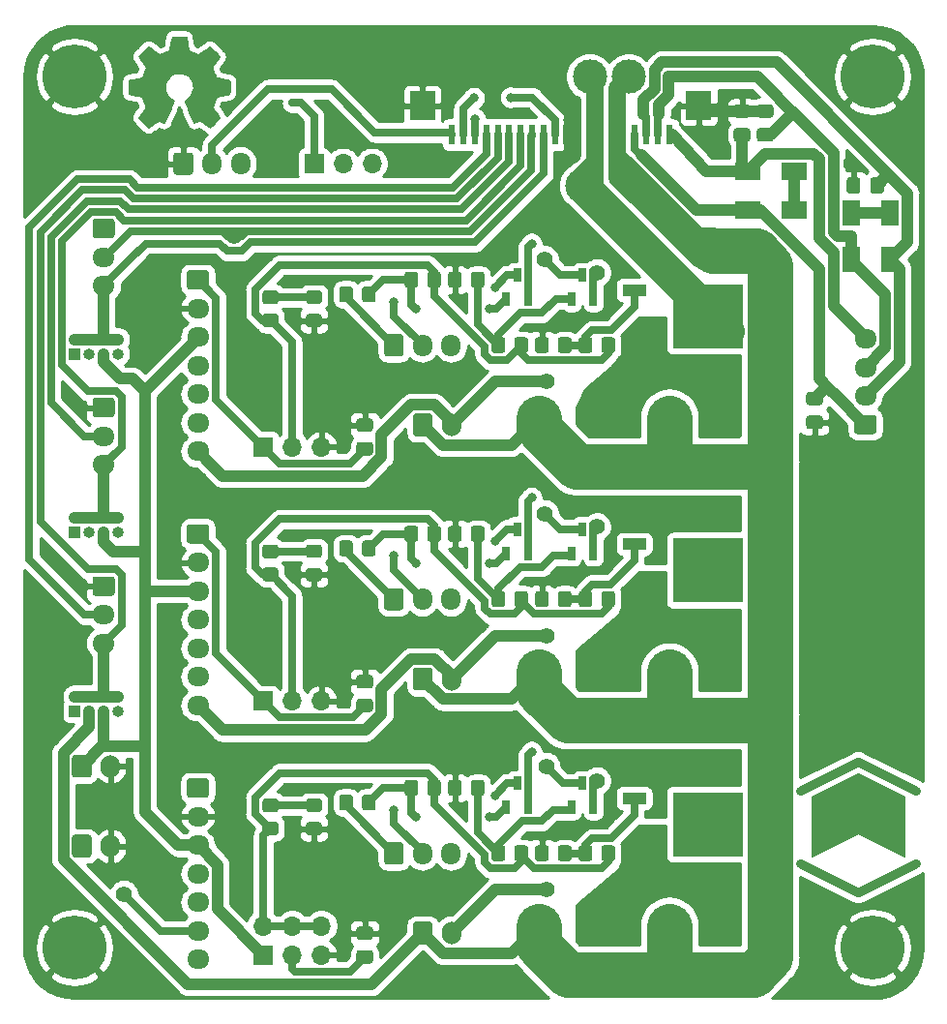
<source format=gbr>
%TF.GenerationSoftware,KiCad,Pcbnew,(5.1.9)-1*%
%TF.CreationDate,2021-02-17T21:12:08+00:00*%
%TF.ProjectId,switcherv0,73776974-6368-4657-9276-302e6b696361,rev?*%
%TF.SameCoordinates,Original*%
%TF.FileFunction,Copper,L1,Top*%
%TF.FilePolarity,Positive*%
%FSLAX46Y46*%
G04 Gerber Fmt 4.6, Leading zero omitted, Abs format (unit mm)*
G04 Created by KiCad (PCBNEW (5.1.9)-1) date 2021-02-17 21:12:08*
%MOMM*%
%LPD*%
G01*
G04 APERTURE LIST*
%TA.AperFunction,EtchedComponent*%
%ADD10C,0.100000*%
%TD*%
%TA.AperFunction,EtchedComponent*%
%ADD11C,0.800000*%
%TD*%
%TA.AperFunction,EtchedComponent*%
%ADD12C,0.010000*%
%TD*%
%TA.AperFunction,ComponentPad*%
%ADD13C,3.600000*%
%TD*%
%TA.AperFunction,ConnectorPad*%
%ADD14C,5.600000*%
%TD*%
%TA.AperFunction,SMDPad,CuDef*%
%ADD15R,2.200000X2.500000*%
%TD*%
%TA.AperFunction,SMDPad,CuDef*%
%ADD16R,0.600000X1.800000*%
%TD*%
%TA.AperFunction,ComponentPad*%
%ADD17O,1.700000X2.000000*%
%TD*%
%TA.AperFunction,ComponentPad*%
%ADD18O,1.700000X1.700000*%
%TD*%
%TA.AperFunction,ComponentPad*%
%ADD19R,1.700000X1.700000*%
%TD*%
%TA.AperFunction,SMDPad,CuDef*%
%ADD20R,1.550000X2.200000*%
%TD*%
%TA.AperFunction,SMDPad,CuDef*%
%ADD21R,2.200000X1.550000*%
%TD*%
%TA.AperFunction,SMDPad,CuDef*%
%ADD22R,0.650000X1.200000*%
%TD*%
%TA.AperFunction,ComponentPad*%
%ADD23O,1.950000X1.700000*%
%TD*%
%TA.AperFunction,SMDPad,CuDef*%
%ADD24R,6.200000X5.600000*%
%TD*%
%TA.AperFunction,SMDPad,CuDef*%
%ADD25R,2.100000X1.000000*%
%TD*%
%TA.AperFunction,ComponentPad*%
%ADD26C,2.475000*%
%TD*%
%TA.AperFunction,ComponentPad*%
%ADD27R,2.475000X2.475000*%
%TD*%
%TA.AperFunction,ComponentPad*%
%ADD28O,1.000000X1.000000*%
%TD*%
%TA.AperFunction,ComponentPad*%
%ADD29R,1.000000X1.000000*%
%TD*%
%TA.AperFunction,ComponentPad*%
%ADD30O,1.700000X1.950000*%
%TD*%
%TA.AperFunction,ViaPad*%
%ADD31C,2.000000*%
%TD*%
%TA.AperFunction,ViaPad*%
%ADD32C,0.800000*%
%TD*%
%TA.AperFunction,ViaPad*%
%ADD33C,1.400000*%
%TD*%
%TA.AperFunction,ViaPad*%
%ADD34C,3.000000*%
%TD*%
%TA.AperFunction,Conductor*%
%ADD35C,1.500000*%
%TD*%
%TA.AperFunction,Conductor*%
%ADD36C,0.500000*%
%TD*%
%TA.AperFunction,Conductor*%
%ADD37C,1.000000*%
%TD*%
%TA.AperFunction,Conductor*%
%ADD38C,0.700000*%
%TD*%
%TA.AperFunction,Conductor*%
%ADD39C,0.690000*%
%TD*%
%TA.AperFunction,Conductor*%
%ADD40C,4.000000*%
%TD*%
%TA.AperFunction,Conductor*%
%ADD41C,3.000000*%
%TD*%
%TA.AperFunction,Conductor*%
%ADD42C,0.254000*%
%TD*%
%TA.AperFunction,Conductor*%
%ADD43C,0.100000*%
%TD*%
G04 APERTURE END LIST*
D10*
%TO.C,U1*%
G36*
X180340000Y-120650000D02*
G01*
X184404000Y-122682000D01*
X184404000Y-127952500D01*
X180340000Y-125920500D01*
X176276000Y-127952500D01*
X176276000Y-122682000D01*
X180340000Y-120650000D01*
G37*
X180340000Y-120650000D02*
X184404000Y-122682000D01*
X184404000Y-127952500D01*
X180340000Y-125920500D01*
X176276000Y-127952500D01*
X176276000Y-122682000D01*
X180340000Y-120650000D01*
D11*
X180336500Y-119635000D02*
X185416500Y-122175000D01*
X180336500Y-131065000D02*
X185416500Y-128525000D01*
X175256500Y-128525000D02*
X180336500Y-131065000D01*
X175256500Y-122175000D02*
X180336500Y-119635000D01*
D12*
%TO.C,LOGO2*%
G36*
X121650536Y-56798427D02*
G01*
X121763118Y-57395618D01*
X122178531Y-57566865D01*
X122593945Y-57738112D01*
X123092302Y-57399233D01*
X123231869Y-57304877D01*
X123358029Y-57220630D01*
X123464896Y-57150338D01*
X123546583Y-57097847D01*
X123597202Y-57067004D01*
X123610987Y-57060353D01*
X123635821Y-57077458D01*
X123688889Y-57124744D01*
X123764241Y-57196172D01*
X123855930Y-57285700D01*
X123958008Y-57387289D01*
X124064527Y-57494898D01*
X124169537Y-57602487D01*
X124267092Y-57704015D01*
X124351243Y-57793441D01*
X124416041Y-57864726D01*
X124455538Y-57911828D01*
X124464981Y-57927592D01*
X124451392Y-57956653D01*
X124413294Y-58020321D01*
X124354694Y-58112367D01*
X124279598Y-58226564D01*
X124192009Y-58356684D01*
X124141255Y-58430901D01*
X124048746Y-58566422D01*
X123966541Y-58688716D01*
X123898631Y-58791695D01*
X123849001Y-58869273D01*
X123821641Y-58915361D01*
X123817530Y-58925047D01*
X123826850Y-58952574D01*
X123852255Y-59016728D01*
X123889912Y-59108490D01*
X123935987Y-59218839D01*
X123986647Y-59338755D01*
X124038060Y-59459219D01*
X124086390Y-59571209D01*
X124127807Y-59665707D01*
X124158475Y-59733692D01*
X124174562Y-59766143D01*
X124175512Y-59767420D01*
X124200773Y-59773617D01*
X124268046Y-59787440D01*
X124370361Y-59807532D01*
X124500742Y-59832534D01*
X124652217Y-59861086D01*
X124740594Y-59877551D01*
X124902453Y-59908369D01*
X125048650Y-59937694D01*
X125171788Y-59963921D01*
X125264470Y-59985446D01*
X125319302Y-60000665D01*
X125330324Y-60005493D01*
X125341119Y-60038174D01*
X125349830Y-60111985D01*
X125356461Y-60218292D01*
X125361019Y-60348467D01*
X125363510Y-60493876D01*
X125363939Y-60645890D01*
X125362312Y-60795877D01*
X125358636Y-60935206D01*
X125352916Y-61055245D01*
X125345158Y-61147365D01*
X125335369Y-61202932D01*
X125329497Y-61214500D01*
X125294400Y-61228365D01*
X125220029Y-61248188D01*
X125116224Y-61271639D01*
X124992820Y-61296391D01*
X124949742Y-61304398D01*
X124742048Y-61342441D01*
X124577985Y-61373079D01*
X124452131Y-61397529D01*
X124359066Y-61417009D01*
X124293368Y-61432736D01*
X124249618Y-61445928D01*
X124222393Y-61457804D01*
X124206273Y-61469580D01*
X124204018Y-61471908D01*
X124181504Y-61509400D01*
X124147159Y-61582365D01*
X124104412Y-61681867D01*
X124056693Y-61798973D01*
X124007431Y-61924748D01*
X123960056Y-62050257D01*
X123917996Y-62166565D01*
X123884681Y-62264739D01*
X123863542Y-62335843D01*
X123858006Y-62370942D01*
X123858467Y-62372172D01*
X123877224Y-62400861D01*
X123919777Y-62463985D01*
X123981654Y-62554973D01*
X124058383Y-62667255D01*
X124145492Y-62794260D01*
X124170299Y-62830353D01*
X124258753Y-62961203D01*
X124336589Y-63080591D01*
X124399567Y-63181662D01*
X124443446Y-63257559D01*
X124463986Y-63301427D01*
X124464981Y-63306817D01*
X124447723Y-63335144D01*
X124400036Y-63391261D01*
X124328051Y-63469137D01*
X124237898Y-63562740D01*
X124135706Y-63666041D01*
X124027606Y-63773006D01*
X123919729Y-63877606D01*
X123818205Y-63973809D01*
X123729163Y-64055584D01*
X123658734Y-64116900D01*
X123613048Y-64151726D01*
X123600410Y-64157412D01*
X123570992Y-64144020D01*
X123510762Y-64107899D01*
X123429530Y-64055136D01*
X123367031Y-64012667D01*
X123253786Y-63934740D01*
X123119675Y-63842984D01*
X122985156Y-63751375D01*
X122912834Y-63702346D01*
X122668039Y-63536770D01*
X122462551Y-63647875D01*
X122368937Y-63696548D01*
X122289331Y-63734381D01*
X122235468Y-63755958D01*
X122221758Y-63758961D01*
X122205271Y-63736793D01*
X122172746Y-63674149D01*
X122126609Y-63576809D01*
X122069291Y-63450549D01*
X122003217Y-63301150D01*
X121930816Y-63134388D01*
X121854517Y-62956042D01*
X121776747Y-62771891D01*
X121699935Y-62587712D01*
X121626507Y-62409285D01*
X121558893Y-62242387D01*
X121499521Y-62092797D01*
X121450817Y-61966293D01*
X121415211Y-61868654D01*
X121395131Y-61805657D01*
X121391901Y-61784021D01*
X121417497Y-61756424D01*
X121473539Y-61711625D01*
X121548312Y-61658934D01*
X121554588Y-61654765D01*
X121747846Y-61500069D01*
X121903675Y-61319591D01*
X122020725Y-61119102D01*
X122097646Y-60904374D01*
X122133087Y-60681177D01*
X122125698Y-60455281D01*
X122074128Y-60232459D01*
X121977027Y-60018479D01*
X121948459Y-59971664D01*
X121799869Y-59782618D01*
X121624328Y-59630812D01*
X121427911Y-59517034D01*
X121216694Y-59442075D01*
X120996754Y-59406722D01*
X120774164Y-59411767D01*
X120555002Y-59457999D01*
X120345343Y-59546206D01*
X120151262Y-59677179D01*
X120091227Y-59730337D01*
X119938436Y-59896739D01*
X119827098Y-60071912D01*
X119750724Y-60268266D01*
X119708188Y-60462717D01*
X119697687Y-60681342D01*
X119732701Y-60901052D01*
X119809674Y-61114420D01*
X119925048Y-61314022D01*
X120075266Y-61492429D01*
X120256774Y-61642217D01*
X120280628Y-61658006D01*
X120356202Y-61709712D01*
X120413652Y-61754512D01*
X120441118Y-61783117D01*
X120441518Y-61784021D01*
X120435621Y-61814964D01*
X120412246Y-61885191D01*
X120373822Y-61988925D01*
X120322778Y-62120390D01*
X120261543Y-62273807D01*
X120192545Y-62443401D01*
X120118214Y-62623393D01*
X120040979Y-62808008D01*
X119963269Y-62991468D01*
X119887512Y-63167996D01*
X119816138Y-63331814D01*
X119751575Y-63477147D01*
X119696253Y-63598217D01*
X119652601Y-63689247D01*
X119623047Y-63744460D01*
X119611145Y-63758961D01*
X119574778Y-63747669D01*
X119506731Y-63717385D01*
X119418737Y-63673520D01*
X119370351Y-63647875D01*
X119164864Y-63536770D01*
X118920069Y-63702346D01*
X118795107Y-63787170D01*
X118658296Y-63880516D01*
X118530089Y-63968408D01*
X118465872Y-64012667D01*
X118375552Y-64073318D01*
X118299072Y-64121381D01*
X118246408Y-64150770D01*
X118229303Y-64156982D01*
X118204406Y-64140223D01*
X118149306Y-64093436D01*
X118069344Y-64021480D01*
X117969861Y-63929212D01*
X117856201Y-63821490D01*
X117784316Y-63752326D01*
X117658552Y-63628757D01*
X117549864Y-63518234D01*
X117462646Y-63425485D01*
X117401290Y-63355237D01*
X117370192Y-63312220D01*
X117367209Y-63303490D01*
X117381054Y-63270284D01*
X117419313Y-63203142D01*
X117477742Y-63108863D01*
X117552098Y-62994245D01*
X117638136Y-62866083D01*
X117662603Y-62830353D01*
X117751755Y-62700489D01*
X117831739Y-62583569D01*
X117898081Y-62486162D01*
X117946312Y-62414839D01*
X117971958Y-62376170D01*
X117974436Y-62372172D01*
X117970730Y-62341355D01*
X117951062Y-62273599D01*
X117918861Y-62177839D01*
X117877556Y-62063009D01*
X117830576Y-61938044D01*
X117781350Y-61811879D01*
X117733309Y-61693448D01*
X117689882Y-61591685D01*
X117654497Y-61515526D01*
X117630585Y-61473904D01*
X117628885Y-61471908D01*
X117614263Y-61460013D01*
X117589566Y-61448250D01*
X117549373Y-61435401D01*
X117488264Y-61420249D01*
X117400818Y-61401576D01*
X117281613Y-61378165D01*
X117125228Y-61348797D01*
X116926244Y-61312255D01*
X116883161Y-61304398D01*
X116755471Y-61279727D01*
X116644154Y-61255593D01*
X116559046Y-61234324D01*
X116509984Y-61218248D01*
X116503406Y-61214500D01*
X116492565Y-61181273D01*
X116483754Y-61107021D01*
X116476977Y-61000376D01*
X116472241Y-60869967D01*
X116469551Y-60724427D01*
X116468914Y-60572386D01*
X116470335Y-60422476D01*
X116473821Y-60283328D01*
X116479377Y-60163572D01*
X116487009Y-60071841D01*
X116496723Y-60016766D01*
X116502579Y-60005493D01*
X116535181Y-59994123D01*
X116609419Y-59975624D01*
X116717897Y-59951602D01*
X116853218Y-59923662D01*
X117007986Y-59893408D01*
X117092308Y-59877551D01*
X117252297Y-59847644D01*
X117394968Y-59820550D01*
X117513349Y-59797631D01*
X117600466Y-59780243D01*
X117649346Y-59769747D01*
X117657391Y-59767420D01*
X117670988Y-59741186D01*
X117699730Y-59677995D01*
X117739786Y-59586877D01*
X117787325Y-59476857D01*
X117838516Y-59356965D01*
X117889527Y-59236227D01*
X117936527Y-59123671D01*
X117975685Y-59028326D01*
X118003170Y-58959217D01*
X118015150Y-58925374D01*
X118015373Y-58923895D01*
X118001792Y-58897197D01*
X117963716Y-58835760D01*
X117905148Y-58745689D01*
X117830089Y-58633090D01*
X117742541Y-58504070D01*
X117691648Y-58429961D01*
X117598910Y-58294077D01*
X117516542Y-58170709D01*
X117448562Y-58066097D01*
X117398989Y-57986483D01*
X117371843Y-57938107D01*
X117367922Y-57927262D01*
X117384776Y-57902020D01*
X117431369Y-57848124D01*
X117501749Y-57771613D01*
X117589966Y-57678523D01*
X117690066Y-57574895D01*
X117796099Y-57466764D01*
X117902112Y-57360170D01*
X118002153Y-57261150D01*
X118090271Y-57175742D01*
X118160514Y-57109985D01*
X118206929Y-57069916D01*
X118222457Y-57060353D01*
X118247740Y-57073800D01*
X118308212Y-57111575D01*
X118397993Y-57169835D01*
X118511204Y-57244734D01*
X118641964Y-57332425D01*
X118740600Y-57399233D01*
X119238958Y-57738112D01*
X119654371Y-57566865D01*
X120069785Y-57395618D01*
X120182367Y-56798427D01*
X120294950Y-56201235D01*
X121537953Y-56201235D01*
X121650536Y-56798427D01*
G37*
X121650536Y-56798427D02*
X121763118Y-57395618D01*
X122178531Y-57566865D01*
X122593945Y-57738112D01*
X123092302Y-57399233D01*
X123231869Y-57304877D01*
X123358029Y-57220630D01*
X123464896Y-57150338D01*
X123546583Y-57097847D01*
X123597202Y-57067004D01*
X123610987Y-57060353D01*
X123635821Y-57077458D01*
X123688889Y-57124744D01*
X123764241Y-57196172D01*
X123855930Y-57285700D01*
X123958008Y-57387289D01*
X124064527Y-57494898D01*
X124169537Y-57602487D01*
X124267092Y-57704015D01*
X124351243Y-57793441D01*
X124416041Y-57864726D01*
X124455538Y-57911828D01*
X124464981Y-57927592D01*
X124451392Y-57956653D01*
X124413294Y-58020321D01*
X124354694Y-58112367D01*
X124279598Y-58226564D01*
X124192009Y-58356684D01*
X124141255Y-58430901D01*
X124048746Y-58566422D01*
X123966541Y-58688716D01*
X123898631Y-58791695D01*
X123849001Y-58869273D01*
X123821641Y-58915361D01*
X123817530Y-58925047D01*
X123826850Y-58952574D01*
X123852255Y-59016728D01*
X123889912Y-59108490D01*
X123935987Y-59218839D01*
X123986647Y-59338755D01*
X124038060Y-59459219D01*
X124086390Y-59571209D01*
X124127807Y-59665707D01*
X124158475Y-59733692D01*
X124174562Y-59766143D01*
X124175512Y-59767420D01*
X124200773Y-59773617D01*
X124268046Y-59787440D01*
X124370361Y-59807532D01*
X124500742Y-59832534D01*
X124652217Y-59861086D01*
X124740594Y-59877551D01*
X124902453Y-59908369D01*
X125048650Y-59937694D01*
X125171788Y-59963921D01*
X125264470Y-59985446D01*
X125319302Y-60000665D01*
X125330324Y-60005493D01*
X125341119Y-60038174D01*
X125349830Y-60111985D01*
X125356461Y-60218292D01*
X125361019Y-60348467D01*
X125363510Y-60493876D01*
X125363939Y-60645890D01*
X125362312Y-60795877D01*
X125358636Y-60935206D01*
X125352916Y-61055245D01*
X125345158Y-61147365D01*
X125335369Y-61202932D01*
X125329497Y-61214500D01*
X125294400Y-61228365D01*
X125220029Y-61248188D01*
X125116224Y-61271639D01*
X124992820Y-61296391D01*
X124949742Y-61304398D01*
X124742048Y-61342441D01*
X124577985Y-61373079D01*
X124452131Y-61397529D01*
X124359066Y-61417009D01*
X124293368Y-61432736D01*
X124249618Y-61445928D01*
X124222393Y-61457804D01*
X124206273Y-61469580D01*
X124204018Y-61471908D01*
X124181504Y-61509400D01*
X124147159Y-61582365D01*
X124104412Y-61681867D01*
X124056693Y-61798973D01*
X124007431Y-61924748D01*
X123960056Y-62050257D01*
X123917996Y-62166565D01*
X123884681Y-62264739D01*
X123863542Y-62335843D01*
X123858006Y-62370942D01*
X123858467Y-62372172D01*
X123877224Y-62400861D01*
X123919777Y-62463985D01*
X123981654Y-62554973D01*
X124058383Y-62667255D01*
X124145492Y-62794260D01*
X124170299Y-62830353D01*
X124258753Y-62961203D01*
X124336589Y-63080591D01*
X124399567Y-63181662D01*
X124443446Y-63257559D01*
X124463986Y-63301427D01*
X124464981Y-63306817D01*
X124447723Y-63335144D01*
X124400036Y-63391261D01*
X124328051Y-63469137D01*
X124237898Y-63562740D01*
X124135706Y-63666041D01*
X124027606Y-63773006D01*
X123919729Y-63877606D01*
X123818205Y-63973809D01*
X123729163Y-64055584D01*
X123658734Y-64116900D01*
X123613048Y-64151726D01*
X123600410Y-64157412D01*
X123570992Y-64144020D01*
X123510762Y-64107899D01*
X123429530Y-64055136D01*
X123367031Y-64012667D01*
X123253786Y-63934740D01*
X123119675Y-63842984D01*
X122985156Y-63751375D01*
X122912834Y-63702346D01*
X122668039Y-63536770D01*
X122462551Y-63647875D01*
X122368937Y-63696548D01*
X122289331Y-63734381D01*
X122235468Y-63755958D01*
X122221758Y-63758961D01*
X122205271Y-63736793D01*
X122172746Y-63674149D01*
X122126609Y-63576809D01*
X122069291Y-63450549D01*
X122003217Y-63301150D01*
X121930816Y-63134388D01*
X121854517Y-62956042D01*
X121776747Y-62771891D01*
X121699935Y-62587712D01*
X121626507Y-62409285D01*
X121558893Y-62242387D01*
X121499521Y-62092797D01*
X121450817Y-61966293D01*
X121415211Y-61868654D01*
X121395131Y-61805657D01*
X121391901Y-61784021D01*
X121417497Y-61756424D01*
X121473539Y-61711625D01*
X121548312Y-61658934D01*
X121554588Y-61654765D01*
X121747846Y-61500069D01*
X121903675Y-61319591D01*
X122020725Y-61119102D01*
X122097646Y-60904374D01*
X122133087Y-60681177D01*
X122125698Y-60455281D01*
X122074128Y-60232459D01*
X121977027Y-60018479D01*
X121948459Y-59971664D01*
X121799869Y-59782618D01*
X121624328Y-59630812D01*
X121427911Y-59517034D01*
X121216694Y-59442075D01*
X120996754Y-59406722D01*
X120774164Y-59411767D01*
X120555002Y-59457999D01*
X120345343Y-59546206D01*
X120151262Y-59677179D01*
X120091227Y-59730337D01*
X119938436Y-59896739D01*
X119827098Y-60071912D01*
X119750724Y-60268266D01*
X119708188Y-60462717D01*
X119697687Y-60681342D01*
X119732701Y-60901052D01*
X119809674Y-61114420D01*
X119925048Y-61314022D01*
X120075266Y-61492429D01*
X120256774Y-61642217D01*
X120280628Y-61658006D01*
X120356202Y-61709712D01*
X120413652Y-61754512D01*
X120441118Y-61783117D01*
X120441518Y-61784021D01*
X120435621Y-61814964D01*
X120412246Y-61885191D01*
X120373822Y-61988925D01*
X120322778Y-62120390D01*
X120261543Y-62273807D01*
X120192545Y-62443401D01*
X120118214Y-62623393D01*
X120040979Y-62808008D01*
X119963269Y-62991468D01*
X119887512Y-63167996D01*
X119816138Y-63331814D01*
X119751575Y-63477147D01*
X119696253Y-63598217D01*
X119652601Y-63689247D01*
X119623047Y-63744460D01*
X119611145Y-63758961D01*
X119574778Y-63747669D01*
X119506731Y-63717385D01*
X119418737Y-63673520D01*
X119370351Y-63647875D01*
X119164864Y-63536770D01*
X118920069Y-63702346D01*
X118795107Y-63787170D01*
X118658296Y-63880516D01*
X118530089Y-63968408D01*
X118465872Y-64012667D01*
X118375552Y-64073318D01*
X118299072Y-64121381D01*
X118246408Y-64150770D01*
X118229303Y-64156982D01*
X118204406Y-64140223D01*
X118149306Y-64093436D01*
X118069344Y-64021480D01*
X117969861Y-63929212D01*
X117856201Y-63821490D01*
X117784316Y-63752326D01*
X117658552Y-63628757D01*
X117549864Y-63518234D01*
X117462646Y-63425485D01*
X117401290Y-63355237D01*
X117370192Y-63312220D01*
X117367209Y-63303490D01*
X117381054Y-63270284D01*
X117419313Y-63203142D01*
X117477742Y-63108863D01*
X117552098Y-62994245D01*
X117638136Y-62866083D01*
X117662603Y-62830353D01*
X117751755Y-62700489D01*
X117831739Y-62583569D01*
X117898081Y-62486162D01*
X117946312Y-62414839D01*
X117971958Y-62376170D01*
X117974436Y-62372172D01*
X117970730Y-62341355D01*
X117951062Y-62273599D01*
X117918861Y-62177839D01*
X117877556Y-62063009D01*
X117830576Y-61938044D01*
X117781350Y-61811879D01*
X117733309Y-61693448D01*
X117689882Y-61591685D01*
X117654497Y-61515526D01*
X117630585Y-61473904D01*
X117628885Y-61471908D01*
X117614263Y-61460013D01*
X117589566Y-61448250D01*
X117549373Y-61435401D01*
X117488264Y-61420249D01*
X117400818Y-61401576D01*
X117281613Y-61378165D01*
X117125228Y-61348797D01*
X116926244Y-61312255D01*
X116883161Y-61304398D01*
X116755471Y-61279727D01*
X116644154Y-61255593D01*
X116559046Y-61234324D01*
X116509984Y-61218248D01*
X116503406Y-61214500D01*
X116492565Y-61181273D01*
X116483754Y-61107021D01*
X116476977Y-61000376D01*
X116472241Y-60869967D01*
X116469551Y-60724427D01*
X116468914Y-60572386D01*
X116470335Y-60422476D01*
X116473821Y-60283328D01*
X116479377Y-60163572D01*
X116487009Y-60071841D01*
X116496723Y-60016766D01*
X116502579Y-60005493D01*
X116535181Y-59994123D01*
X116609419Y-59975624D01*
X116717897Y-59951602D01*
X116853218Y-59923662D01*
X117007986Y-59893408D01*
X117092308Y-59877551D01*
X117252297Y-59847644D01*
X117394968Y-59820550D01*
X117513349Y-59797631D01*
X117600466Y-59780243D01*
X117649346Y-59769747D01*
X117657391Y-59767420D01*
X117670988Y-59741186D01*
X117699730Y-59677995D01*
X117739786Y-59586877D01*
X117787325Y-59476857D01*
X117838516Y-59356965D01*
X117889527Y-59236227D01*
X117936527Y-59123671D01*
X117975685Y-59028326D01*
X118003170Y-58959217D01*
X118015150Y-58925374D01*
X118015373Y-58923895D01*
X118001792Y-58897197D01*
X117963716Y-58835760D01*
X117905148Y-58745689D01*
X117830089Y-58633090D01*
X117742541Y-58504070D01*
X117691648Y-58429961D01*
X117598910Y-58294077D01*
X117516542Y-58170709D01*
X117448562Y-58066097D01*
X117398989Y-57986483D01*
X117371843Y-57938107D01*
X117367922Y-57927262D01*
X117384776Y-57902020D01*
X117431369Y-57848124D01*
X117501749Y-57771613D01*
X117589966Y-57678523D01*
X117690066Y-57574895D01*
X117796099Y-57466764D01*
X117902112Y-57360170D01*
X118002153Y-57261150D01*
X118090271Y-57175742D01*
X118160514Y-57109985D01*
X118206929Y-57069916D01*
X118222457Y-57060353D01*
X118247740Y-57073800D01*
X118308212Y-57111575D01*
X118397993Y-57169835D01*
X118511204Y-57244734D01*
X118641964Y-57332425D01*
X118740600Y-57399233D01*
X119238958Y-57738112D01*
X119654371Y-57566865D01*
X120069785Y-57395618D01*
X120182367Y-56798427D01*
X120294950Y-56201235D01*
X121537953Y-56201235D01*
X121650536Y-56798427D01*
%TD*%
D13*
%TO.P,H4,1*%
%TO.N,GND*%
X111760000Y-135890000D03*
D14*
X111760000Y-135890000D03*
%TD*%
D13*
%TO.P,H3,1*%
%TO.N,GND*%
X181610000Y-135890000D03*
D14*
X181610000Y-135890000D03*
%TD*%
D13*
%TO.P,H2,1*%
%TO.N,GND*%
X181610000Y-59690000D03*
D14*
X181610000Y-59690000D03*
%TD*%
D13*
%TO.P,H1,1*%
%TO.N,GND*%
X111760000Y-59690000D03*
D14*
X111760000Y-59690000D03*
%TD*%
%TO.P,C6,2*%
%TO.N,/2A*%
%TA.AperFunction,SMDPad,CuDef*%
G36*
G01*
X181425000Y-69690000D02*
X181425000Y-68740000D01*
G75*
G02*
X181675000Y-68490000I250000J0D01*
G01*
X182350000Y-68490000D01*
G75*
G02*
X182600000Y-68740000I0J-250000D01*
G01*
X182600000Y-69690000D01*
G75*
G02*
X182350000Y-69940000I-250000J0D01*
G01*
X181675000Y-69940000D01*
G75*
G02*
X181425000Y-69690000I0J250000D01*
G01*
G37*
%TD.AperFunction*%
%TO.P,C6,1*%
%TO.N,GND*%
%TA.AperFunction,SMDPad,CuDef*%
G36*
G01*
X179350000Y-69690000D02*
X179350000Y-68740000D01*
G75*
G02*
X179600000Y-68490000I250000J0D01*
G01*
X180275000Y-68490000D01*
G75*
G02*
X180525000Y-68740000I0J-250000D01*
G01*
X180525000Y-69690000D01*
G75*
G02*
X180275000Y-69940000I-250000J0D01*
G01*
X179600000Y-69940000D01*
G75*
G02*
X179350000Y-69690000I0J250000D01*
G01*
G37*
%TD.AperFunction*%
%TD*%
%TO.P,C5,2*%
%TO.N,/2B*%
%TA.AperFunction,SMDPad,CuDef*%
G36*
G01*
X171737000Y-64204000D02*
X172687000Y-64204000D01*
G75*
G02*
X172937000Y-64454000I0J-250000D01*
G01*
X172937000Y-65129000D01*
G75*
G02*
X172687000Y-65379000I-250000J0D01*
G01*
X171737000Y-65379000D01*
G75*
G02*
X171487000Y-65129000I0J250000D01*
G01*
X171487000Y-64454000D01*
G75*
G02*
X171737000Y-64204000I250000J0D01*
G01*
G37*
%TD.AperFunction*%
%TO.P,C5,1*%
%TO.N,GND*%
%TA.AperFunction,SMDPad,CuDef*%
G36*
G01*
X171737000Y-62129000D02*
X172687000Y-62129000D01*
G75*
G02*
X172937000Y-62379000I0J-250000D01*
G01*
X172937000Y-63054000D01*
G75*
G02*
X172687000Y-63304000I-250000J0D01*
G01*
X171737000Y-63304000D01*
G75*
G02*
X171487000Y-63054000I0J250000D01*
G01*
X171487000Y-62379000D01*
G75*
G02*
X171737000Y-62129000I250000J0D01*
G01*
G37*
%TD.AperFunction*%
%TD*%
%TO.P,C4,2*%
%TO.N,/1A*%
%TA.AperFunction,SMDPad,CuDef*%
G36*
G01*
X177005000Y-88450000D02*
X176055000Y-88450000D01*
G75*
G02*
X175805000Y-88200000I0J250000D01*
G01*
X175805000Y-87525000D01*
G75*
G02*
X176055000Y-87275000I250000J0D01*
G01*
X177005000Y-87275000D01*
G75*
G02*
X177255000Y-87525000I0J-250000D01*
G01*
X177255000Y-88200000D01*
G75*
G02*
X177005000Y-88450000I-250000J0D01*
G01*
G37*
%TD.AperFunction*%
%TO.P,C4,1*%
%TO.N,GND*%
%TA.AperFunction,SMDPad,CuDef*%
G36*
G01*
X177005000Y-90525000D02*
X176055000Y-90525000D01*
G75*
G02*
X175805000Y-90275000I0J250000D01*
G01*
X175805000Y-89600000D01*
G75*
G02*
X176055000Y-89350000I250000J0D01*
G01*
X177005000Y-89350000D01*
G75*
G02*
X177255000Y-89600000I0J-250000D01*
G01*
X177255000Y-90275000D01*
G75*
G02*
X177005000Y-90525000I-250000J0D01*
G01*
G37*
%TD.AperFunction*%
%TD*%
%TO.P,C3,2*%
%TO.N,/1B*%
%TA.AperFunction,SMDPad,CuDef*%
G36*
G01*
X169705000Y-64204000D02*
X170655000Y-64204000D01*
G75*
G02*
X170905000Y-64454000I0J-250000D01*
G01*
X170905000Y-65129000D01*
G75*
G02*
X170655000Y-65379000I-250000J0D01*
G01*
X169705000Y-65379000D01*
G75*
G02*
X169455000Y-65129000I0J250000D01*
G01*
X169455000Y-64454000D01*
G75*
G02*
X169705000Y-64204000I250000J0D01*
G01*
G37*
%TD.AperFunction*%
%TO.P,C3,1*%
%TO.N,GND*%
%TA.AperFunction,SMDPad,CuDef*%
G36*
G01*
X169705000Y-62129000D02*
X170655000Y-62129000D01*
G75*
G02*
X170905000Y-62379000I0J-250000D01*
G01*
X170905000Y-63054000D01*
G75*
G02*
X170655000Y-63304000I-250000J0D01*
G01*
X169705000Y-63304000D01*
G75*
G02*
X169455000Y-63054000I0J250000D01*
G01*
X169455000Y-62379000D01*
G75*
G02*
X169705000Y-62129000I250000J0D01*
G01*
G37*
%TD.AperFunction*%
%TD*%
%TO.P,D2,2*%
%TO.N,Net-(D2-Pad2)*%
%TA.AperFunction,SMDPad,CuDef*%
G36*
G01*
X133165001Y-79560000D02*
X132264999Y-79560000D01*
G75*
G02*
X132015000Y-79310001I0J249999D01*
G01*
X132015000Y-78659999D01*
G75*
G02*
X132264999Y-78410000I249999J0D01*
G01*
X133165001Y-78410000D01*
G75*
G02*
X133415000Y-78659999I0J-249999D01*
G01*
X133415000Y-79310001D01*
G75*
G02*
X133165001Y-79560000I-249999J0D01*
G01*
G37*
%TD.AperFunction*%
%TO.P,D2,1*%
%TO.N,GND*%
%TA.AperFunction,SMDPad,CuDef*%
G36*
G01*
X133165001Y-81610000D02*
X132264999Y-81610000D01*
G75*
G02*
X132015000Y-81360001I0J249999D01*
G01*
X132015000Y-80709999D01*
G75*
G02*
X132264999Y-80460000I249999J0D01*
G01*
X133165001Y-80460000D01*
G75*
G02*
X133415000Y-80709999I0J-249999D01*
G01*
X133415000Y-81360001D01*
G75*
G02*
X133165001Y-81610000I-249999J0D01*
G01*
G37*
%TD.AperFunction*%
%TD*%
%TO.P,D1,2*%
%TO.N,Net-(D1-Pad2)*%
%TA.AperFunction,SMDPad,CuDef*%
G36*
G01*
X133165001Y-101785000D02*
X132264999Y-101785000D01*
G75*
G02*
X132015000Y-101535001I0J249999D01*
G01*
X132015000Y-100884999D01*
G75*
G02*
X132264999Y-100635000I249999J0D01*
G01*
X133165001Y-100635000D01*
G75*
G02*
X133415000Y-100884999I0J-249999D01*
G01*
X133415000Y-101535001D01*
G75*
G02*
X133165001Y-101785000I-249999J0D01*
G01*
G37*
%TD.AperFunction*%
%TO.P,D1,1*%
%TO.N,GND*%
%TA.AperFunction,SMDPad,CuDef*%
G36*
G01*
X133165001Y-103835000D02*
X132264999Y-103835000D01*
G75*
G02*
X132015000Y-103585001I0J249999D01*
G01*
X132015000Y-102934999D01*
G75*
G02*
X132264999Y-102685000I249999J0D01*
G01*
X133165001Y-102685000D01*
G75*
G02*
X133415000Y-102934999I0J-249999D01*
G01*
X133415000Y-103585001D01*
G75*
G02*
X133165001Y-103835000I-249999J0D01*
G01*
G37*
%TD.AperFunction*%
%TD*%
%TO.P,D0,2*%
%TO.N,Net-(D0-Pad2)*%
%TA.AperFunction,SMDPad,CuDef*%
G36*
G01*
X133165001Y-124010000D02*
X132264999Y-124010000D01*
G75*
G02*
X132015000Y-123760001I0J249999D01*
G01*
X132015000Y-123109999D01*
G75*
G02*
X132264999Y-122860000I249999J0D01*
G01*
X133165001Y-122860000D01*
G75*
G02*
X133415000Y-123109999I0J-249999D01*
G01*
X133415000Y-123760001D01*
G75*
G02*
X133165001Y-124010000I-249999J0D01*
G01*
G37*
%TD.AperFunction*%
%TO.P,D0,1*%
%TO.N,GND*%
%TA.AperFunction,SMDPad,CuDef*%
G36*
G01*
X133165001Y-126060000D02*
X132264999Y-126060000D01*
G75*
G02*
X132015000Y-125810001I0J249999D01*
G01*
X132015000Y-125159999D01*
G75*
G02*
X132264999Y-124910000I249999J0D01*
G01*
X133165001Y-124910000D01*
G75*
G02*
X133415000Y-125159999I0J-249999D01*
G01*
X133415000Y-125810001D01*
G75*
G02*
X133165001Y-126060000I-249999J0D01*
G01*
G37*
%TD.AperFunction*%
%TD*%
%TO.P,R20,2*%
%TO.N,Net-(Q8-Pad1)*%
%TA.AperFunction,SMDPad,CuDef*%
G36*
G01*
X157080000Y-82734999D02*
X157080000Y-83635001D01*
G75*
G02*
X156830001Y-83885000I-249999J0D01*
G01*
X156129999Y-83885000D01*
G75*
G02*
X155880000Y-83635001I0J249999D01*
G01*
X155880000Y-82734999D01*
G75*
G02*
X156129999Y-82485000I249999J0D01*
G01*
X156830001Y-82485000D01*
G75*
G02*
X157080000Y-82734999I0J-249999D01*
G01*
G37*
%TD.AperFunction*%
%TO.P,R20,1*%
%TO.N,/TOOL2_LOGIC*%
%TA.AperFunction,SMDPad,CuDef*%
G36*
G01*
X159080000Y-82734999D02*
X159080000Y-83635001D01*
G75*
G02*
X158830001Y-83885000I-249999J0D01*
G01*
X158129999Y-83885000D01*
G75*
G02*
X157880000Y-83635001I0J249999D01*
G01*
X157880000Y-82734999D01*
G75*
G02*
X158129999Y-82485000I249999J0D01*
G01*
X158830001Y-82485000D01*
G75*
G02*
X159080000Y-82734999I0J-249999D01*
G01*
G37*
%TD.AperFunction*%
%TD*%
%TO.P,R19,2*%
%TO.N,Net-(Q8-Pad1)*%
%TA.AperFunction,SMDPad,CuDef*%
G36*
G01*
X154070000Y-83635001D02*
X154070000Y-82734999D01*
G75*
G02*
X154319999Y-82485000I249999J0D01*
G01*
X155020001Y-82485000D01*
G75*
G02*
X155270000Y-82734999I0J-249999D01*
G01*
X155270000Y-83635001D01*
G75*
G02*
X155020001Y-83885000I-249999J0D01*
G01*
X154319999Y-83885000D01*
G75*
G02*
X154070000Y-83635001I0J249999D01*
G01*
G37*
%TD.AperFunction*%
%TO.P,R19,1*%
%TO.N,GND*%
%TA.AperFunction,SMDPad,CuDef*%
G36*
G01*
X152070000Y-83635001D02*
X152070000Y-82734999D01*
G75*
G02*
X152319999Y-82485000I249999J0D01*
G01*
X153020001Y-82485000D01*
G75*
G02*
X153270000Y-82734999I0J-249999D01*
G01*
X153270000Y-83635001D01*
G75*
G02*
X153020001Y-83885000I-249999J0D01*
G01*
X152319999Y-83885000D01*
G75*
G02*
X152070000Y-83635001I0J249999D01*
G01*
G37*
%TD.AperFunction*%
%TD*%
%TO.P,R18,2*%
%TO.N,/TOOL2_LOGIC*%
%TA.AperFunction,SMDPad,CuDef*%
G36*
G01*
X150260000Y-83635001D02*
X150260000Y-82734999D01*
G75*
G02*
X150509999Y-82485000I249999J0D01*
G01*
X151210001Y-82485000D01*
G75*
G02*
X151460000Y-82734999I0J-249999D01*
G01*
X151460000Y-83635001D01*
G75*
G02*
X151210001Y-83885000I-249999J0D01*
G01*
X150509999Y-83885000D01*
G75*
G02*
X150260000Y-83635001I0J249999D01*
G01*
G37*
%TD.AperFunction*%
%TO.P,R18,1*%
%TO.N,Net-(Q7-Pad1)*%
%TA.AperFunction,SMDPad,CuDef*%
G36*
G01*
X148260000Y-83635001D02*
X148260000Y-82734999D01*
G75*
G02*
X148509999Y-82485000I249999J0D01*
G01*
X149210001Y-82485000D01*
G75*
G02*
X149460000Y-82734999I0J-249999D01*
G01*
X149460000Y-83635001D01*
G75*
G02*
X149210001Y-83885000I-249999J0D01*
G01*
X148509999Y-83885000D01*
G75*
G02*
X148260000Y-83635001I0J249999D01*
G01*
G37*
%TD.AperFunction*%
%TD*%
%TO.P,R17,2*%
%TO.N,GND*%
%TA.AperFunction,SMDPad,CuDef*%
G36*
G01*
X145650000Y-77019999D02*
X145650000Y-77920001D01*
G75*
G02*
X145400001Y-78170000I-249999J0D01*
G01*
X144699999Y-78170000D01*
G75*
G02*
X144450000Y-77920001I0J249999D01*
G01*
X144450000Y-77019999D01*
G75*
G02*
X144699999Y-76770000I249999J0D01*
G01*
X145400001Y-76770000D01*
G75*
G02*
X145650000Y-77019999I0J-249999D01*
G01*
G37*
%TD.AperFunction*%
%TO.P,R17,1*%
%TO.N,Net-(Q7-Pad1)*%
%TA.AperFunction,SMDPad,CuDef*%
G36*
G01*
X147650000Y-77019999D02*
X147650000Y-77920001D01*
G75*
G02*
X147400001Y-78170000I-249999J0D01*
G01*
X146699999Y-78170000D01*
G75*
G02*
X146450000Y-77920001I0J249999D01*
G01*
X146450000Y-77019999D01*
G75*
G02*
X146699999Y-76770000I249999J0D01*
G01*
X147400001Y-76770000D01*
G75*
G02*
X147650000Y-77019999I0J-249999D01*
G01*
G37*
%TD.AperFunction*%
%TD*%
%TO.P,R16,2*%
%TO.N,Net-(Q6-Pad1)*%
%TA.AperFunction,SMDPad,CuDef*%
G36*
G01*
X141840000Y-77019999D02*
X141840000Y-77920001D01*
G75*
G02*
X141590001Y-78170000I-249999J0D01*
G01*
X140889999Y-78170000D01*
G75*
G02*
X140640000Y-77920001I0J249999D01*
G01*
X140640000Y-77019999D01*
G75*
G02*
X140889999Y-76770000I249999J0D01*
G01*
X141590001Y-76770000D01*
G75*
G02*
X141840000Y-77019999I0J-249999D01*
G01*
G37*
%TD.AperFunction*%
%TO.P,R16,1*%
%TO.N,/TOOL2_LOGIC*%
%TA.AperFunction,SMDPad,CuDef*%
G36*
G01*
X143840000Y-77019999D02*
X143840000Y-77920001D01*
G75*
G02*
X143590001Y-78170000I-249999J0D01*
G01*
X142889999Y-78170000D01*
G75*
G02*
X142640000Y-77920001I0J249999D01*
G01*
X142640000Y-77019999D01*
G75*
G02*
X142889999Y-76770000I249999J0D01*
G01*
X143590001Y-76770000D01*
G75*
G02*
X143840000Y-77019999I0J-249999D01*
G01*
G37*
%TD.AperFunction*%
%TD*%
%TO.P,R15,2*%
%TO.N,Net-(Q6-Pad1)*%
%TA.AperFunction,SMDPad,CuDef*%
G36*
G01*
X136925000Y-79190001D02*
X136925000Y-78289999D01*
G75*
G02*
X137174999Y-78040000I249999J0D01*
G01*
X137875001Y-78040000D01*
G75*
G02*
X138125000Y-78289999I0J-249999D01*
G01*
X138125000Y-79190001D01*
G75*
G02*
X137875001Y-79440000I-249999J0D01*
G01*
X137174999Y-79440000D01*
G75*
G02*
X136925000Y-79190001I0J249999D01*
G01*
G37*
%TD.AperFunction*%
%TO.P,R15,1*%
%TO.N,GND1*%
%TA.AperFunction,SMDPad,CuDef*%
G36*
G01*
X134925000Y-79190001D02*
X134925000Y-78289999D01*
G75*
G02*
X135174999Y-78040000I249999J0D01*
G01*
X135875001Y-78040000D01*
G75*
G02*
X136125000Y-78289999I0J-249999D01*
G01*
X136125000Y-79190001D01*
G75*
G02*
X135875001Y-79440000I-249999J0D01*
G01*
X135174999Y-79440000D01*
G75*
G02*
X134925000Y-79190001I0J249999D01*
G01*
G37*
%TD.AperFunction*%
%TD*%
%TO.P,R14,2*%
%TO.N,Net-(D2-Pad2)*%
%TA.AperFunction,SMDPad,CuDef*%
G36*
G01*
X129355001Y-79610000D02*
X128454999Y-79610000D01*
G75*
G02*
X128205000Y-79360001I0J249999D01*
G01*
X128205000Y-78659999D01*
G75*
G02*
X128454999Y-78410000I249999J0D01*
G01*
X129355001Y-78410000D01*
G75*
G02*
X129605000Y-78659999I0J-249999D01*
G01*
X129605000Y-79360001D01*
G75*
G02*
X129355001Y-79610000I-249999J0D01*
G01*
G37*
%TD.AperFunction*%
%TO.P,R14,1*%
%TO.N,/TOOL2_LOGIC*%
%TA.AperFunction,SMDPad,CuDef*%
G36*
G01*
X129355001Y-81610000D02*
X128454999Y-81610000D01*
G75*
G02*
X128205000Y-81360001I0J249999D01*
G01*
X128205000Y-80659999D01*
G75*
G02*
X128454999Y-80410000I249999J0D01*
G01*
X129355001Y-80410000D01*
G75*
G02*
X129605000Y-80659999I0J-249999D01*
G01*
X129605000Y-81360001D01*
G75*
G02*
X129355001Y-81610000I-249999J0D01*
G01*
G37*
%TD.AperFunction*%
%TD*%
%TO.P,R13,2*%
%TO.N,Net-(Q5-Pad1)*%
%TA.AperFunction,SMDPad,CuDef*%
G36*
G01*
X157080000Y-104959999D02*
X157080000Y-105860001D01*
G75*
G02*
X156830001Y-106110000I-249999J0D01*
G01*
X156129999Y-106110000D01*
G75*
G02*
X155880000Y-105860001I0J249999D01*
G01*
X155880000Y-104959999D01*
G75*
G02*
X156129999Y-104710000I249999J0D01*
G01*
X156830001Y-104710000D01*
G75*
G02*
X157080000Y-104959999I0J-249999D01*
G01*
G37*
%TD.AperFunction*%
%TO.P,R13,1*%
%TO.N,/TOOL1_LOGIC*%
%TA.AperFunction,SMDPad,CuDef*%
G36*
G01*
X159080000Y-104959999D02*
X159080000Y-105860001D01*
G75*
G02*
X158830001Y-106110000I-249999J0D01*
G01*
X158129999Y-106110000D01*
G75*
G02*
X157880000Y-105860001I0J249999D01*
G01*
X157880000Y-104959999D01*
G75*
G02*
X158129999Y-104710000I249999J0D01*
G01*
X158830001Y-104710000D01*
G75*
G02*
X159080000Y-104959999I0J-249999D01*
G01*
G37*
%TD.AperFunction*%
%TD*%
%TO.P,R12,2*%
%TO.N,Net-(Q5-Pad1)*%
%TA.AperFunction,SMDPad,CuDef*%
G36*
G01*
X154070000Y-105860001D02*
X154070000Y-104959999D01*
G75*
G02*
X154319999Y-104710000I249999J0D01*
G01*
X155020001Y-104710000D01*
G75*
G02*
X155270000Y-104959999I0J-249999D01*
G01*
X155270000Y-105860001D01*
G75*
G02*
X155020001Y-106110000I-249999J0D01*
G01*
X154319999Y-106110000D01*
G75*
G02*
X154070000Y-105860001I0J249999D01*
G01*
G37*
%TD.AperFunction*%
%TO.P,R12,1*%
%TO.N,GND*%
%TA.AperFunction,SMDPad,CuDef*%
G36*
G01*
X152070000Y-105860001D02*
X152070000Y-104959999D01*
G75*
G02*
X152319999Y-104710000I249999J0D01*
G01*
X153020001Y-104710000D01*
G75*
G02*
X153270000Y-104959999I0J-249999D01*
G01*
X153270000Y-105860001D01*
G75*
G02*
X153020001Y-106110000I-249999J0D01*
G01*
X152319999Y-106110000D01*
G75*
G02*
X152070000Y-105860001I0J249999D01*
G01*
G37*
%TD.AperFunction*%
%TD*%
%TO.P,R11,2*%
%TO.N,/TOOL1_LOGIC*%
%TA.AperFunction,SMDPad,CuDef*%
G36*
G01*
X150260000Y-105860001D02*
X150260000Y-104959999D01*
G75*
G02*
X150509999Y-104710000I249999J0D01*
G01*
X151210001Y-104710000D01*
G75*
G02*
X151460000Y-104959999I0J-249999D01*
G01*
X151460000Y-105860001D01*
G75*
G02*
X151210001Y-106110000I-249999J0D01*
G01*
X150509999Y-106110000D01*
G75*
G02*
X150260000Y-105860001I0J249999D01*
G01*
G37*
%TD.AperFunction*%
%TO.P,R11,1*%
%TO.N,Net-(Q4-Pad1)*%
%TA.AperFunction,SMDPad,CuDef*%
G36*
G01*
X148260000Y-105860001D02*
X148260000Y-104959999D01*
G75*
G02*
X148509999Y-104710000I249999J0D01*
G01*
X149210001Y-104710000D01*
G75*
G02*
X149460000Y-104959999I0J-249999D01*
G01*
X149460000Y-105860001D01*
G75*
G02*
X149210001Y-106110000I-249999J0D01*
G01*
X148509999Y-106110000D01*
G75*
G02*
X148260000Y-105860001I0J249999D01*
G01*
G37*
%TD.AperFunction*%
%TD*%
%TO.P,R10,2*%
%TO.N,GND*%
%TA.AperFunction,SMDPad,CuDef*%
G36*
G01*
X145650000Y-99244999D02*
X145650000Y-100145001D01*
G75*
G02*
X145400001Y-100395000I-249999J0D01*
G01*
X144699999Y-100395000D01*
G75*
G02*
X144450000Y-100145001I0J249999D01*
G01*
X144450000Y-99244999D01*
G75*
G02*
X144699999Y-98995000I249999J0D01*
G01*
X145400001Y-98995000D01*
G75*
G02*
X145650000Y-99244999I0J-249999D01*
G01*
G37*
%TD.AperFunction*%
%TO.P,R10,1*%
%TO.N,Net-(Q4-Pad1)*%
%TA.AperFunction,SMDPad,CuDef*%
G36*
G01*
X147650000Y-99244999D02*
X147650000Y-100145001D01*
G75*
G02*
X147400001Y-100395000I-249999J0D01*
G01*
X146699999Y-100395000D01*
G75*
G02*
X146450000Y-100145001I0J249999D01*
G01*
X146450000Y-99244999D01*
G75*
G02*
X146699999Y-98995000I249999J0D01*
G01*
X147400001Y-98995000D01*
G75*
G02*
X147650000Y-99244999I0J-249999D01*
G01*
G37*
%TD.AperFunction*%
%TD*%
%TO.P,R9,2*%
%TO.N,Net-(Q3-Pad1)*%
%TA.AperFunction,SMDPad,CuDef*%
G36*
G01*
X141840000Y-99244999D02*
X141840000Y-100145001D01*
G75*
G02*
X141590001Y-100395000I-249999J0D01*
G01*
X140889999Y-100395000D01*
G75*
G02*
X140640000Y-100145001I0J249999D01*
G01*
X140640000Y-99244999D01*
G75*
G02*
X140889999Y-98995000I249999J0D01*
G01*
X141590001Y-98995000D01*
G75*
G02*
X141840000Y-99244999I0J-249999D01*
G01*
G37*
%TD.AperFunction*%
%TO.P,R9,1*%
%TO.N,/TOOL1_LOGIC*%
%TA.AperFunction,SMDPad,CuDef*%
G36*
G01*
X143840000Y-99244999D02*
X143840000Y-100145001D01*
G75*
G02*
X143590001Y-100395000I-249999J0D01*
G01*
X142889999Y-100395000D01*
G75*
G02*
X142640000Y-100145001I0J249999D01*
G01*
X142640000Y-99244999D01*
G75*
G02*
X142889999Y-98995000I249999J0D01*
G01*
X143590001Y-98995000D01*
G75*
G02*
X143840000Y-99244999I0J-249999D01*
G01*
G37*
%TD.AperFunction*%
%TD*%
%TO.P,R8,2*%
%TO.N,Net-(Q3-Pad1)*%
%TA.AperFunction,SMDPad,CuDef*%
G36*
G01*
X136925000Y-101415001D02*
X136925000Y-100514999D01*
G75*
G02*
X137174999Y-100265000I249999J0D01*
G01*
X137875001Y-100265000D01*
G75*
G02*
X138125000Y-100514999I0J-249999D01*
G01*
X138125000Y-101415001D01*
G75*
G02*
X137875001Y-101665000I-249999J0D01*
G01*
X137174999Y-101665000D01*
G75*
G02*
X136925000Y-101415001I0J249999D01*
G01*
G37*
%TD.AperFunction*%
%TO.P,R8,1*%
%TO.N,GND1*%
%TA.AperFunction,SMDPad,CuDef*%
G36*
G01*
X134925000Y-101415001D02*
X134925000Y-100514999D01*
G75*
G02*
X135174999Y-100265000I249999J0D01*
G01*
X135875001Y-100265000D01*
G75*
G02*
X136125000Y-100514999I0J-249999D01*
G01*
X136125000Y-101415001D01*
G75*
G02*
X135875001Y-101665000I-249999J0D01*
G01*
X135174999Y-101665000D01*
G75*
G02*
X134925000Y-101415001I0J249999D01*
G01*
G37*
%TD.AperFunction*%
%TD*%
%TO.P,R7,2*%
%TO.N,Net-(D1-Pad2)*%
%TA.AperFunction,SMDPad,CuDef*%
G36*
G01*
X129355001Y-101835000D02*
X128454999Y-101835000D01*
G75*
G02*
X128205000Y-101585001I0J249999D01*
G01*
X128205000Y-100884999D01*
G75*
G02*
X128454999Y-100635000I249999J0D01*
G01*
X129355001Y-100635000D01*
G75*
G02*
X129605000Y-100884999I0J-249999D01*
G01*
X129605000Y-101585001D01*
G75*
G02*
X129355001Y-101835000I-249999J0D01*
G01*
G37*
%TD.AperFunction*%
%TO.P,R7,1*%
%TO.N,/TOOL1_LOGIC*%
%TA.AperFunction,SMDPad,CuDef*%
G36*
G01*
X129355001Y-103835000D02*
X128454999Y-103835000D01*
G75*
G02*
X128205000Y-103585001I0J249999D01*
G01*
X128205000Y-102884999D01*
G75*
G02*
X128454999Y-102635000I249999J0D01*
G01*
X129355001Y-102635000D01*
G75*
G02*
X129605000Y-102884999I0J-249999D01*
G01*
X129605000Y-103585001D01*
G75*
G02*
X129355001Y-103835000I-249999J0D01*
G01*
G37*
%TD.AperFunction*%
%TD*%
%TO.P,R6,2*%
%TO.N,Net-(Q2-Pad1)*%
%TA.AperFunction,SMDPad,CuDef*%
G36*
G01*
X157080000Y-127184999D02*
X157080000Y-128085001D01*
G75*
G02*
X156830001Y-128335000I-249999J0D01*
G01*
X156129999Y-128335000D01*
G75*
G02*
X155880000Y-128085001I0J249999D01*
G01*
X155880000Y-127184999D01*
G75*
G02*
X156129999Y-126935000I249999J0D01*
G01*
X156830001Y-126935000D01*
G75*
G02*
X157080000Y-127184999I0J-249999D01*
G01*
G37*
%TD.AperFunction*%
%TO.P,R6,1*%
%TO.N,/TOOL0_LOGIC*%
%TA.AperFunction,SMDPad,CuDef*%
G36*
G01*
X159080000Y-127184999D02*
X159080000Y-128085001D01*
G75*
G02*
X158830001Y-128335000I-249999J0D01*
G01*
X158129999Y-128335000D01*
G75*
G02*
X157880000Y-128085001I0J249999D01*
G01*
X157880000Y-127184999D01*
G75*
G02*
X158129999Y-126935000I249999J0D01*
G01*
X158830001Y-126935000D01*
G75*
G02*
X159080000Y-127184999I0J-249999D01*
G01*
G37*
%TD.AperFunction*%
%TD*%
%TO.P,R5,2*%
%TO.N,Net-(Q2-Pad1)*%
%TA.AperFunction,SMDPad,CuDef*%
G36*
G01*
X154070000Y-128085001D02*
X154070000Y-127184999D01*
G75*
G02*
X154319999Y-126935000I249999J0D01*
G01*
X155020001Y-126935000D01*
G75*
G02*
X155270000Y-127184999I0J-249999D01*
G01*
X155270000Y-128085001D01*
G75*
G02*
X155020001Y-128335000I-249999J0D01*
G01*
X154319999Y-128335000D01*
G75*
G02*
X154070000Y-128085001I0J249999D01*
G01*
G37*
%TD.AperFunction*%
%TO.P,R5,1*%
%TO.N,GND*%
%TA.AperFunction,SMDPad,CuDef*%
G36*
G01*
X152070000Y-128085001D02*
X152070000Y-127184999D01*
G75*
G02*
X152319999Y-126935000I249999J0D01*
G01*
X153020001Y-126935000D01*
G75*
G02*
X153270000Y-127184999I0J-249999D01*
G01*
X153270000Y-128085001D01*
G75*
G02*
X153020001Y-128335000I-249999J0D01*
G01*
X152319999Y-128335000D01*
G75*
G02*
X152070000Y-128085001I0J249999D01*
G01*
G37*
%TD.AperFunction*%
%TD*%
%TO.P,R4,2*%
%TO.N,/TOOL0_LOGIC*%
%TA.AperFunction,SMDPad,CuDef*%
G36*
G01*
X150260000Y-128085001D02*
X150260000Y-127184999D01*
G75*
G02*
X150509999Y-126935000I249999J0D01*
G01*
X151210001Y-126935000D01*
G75*
G02*
X151460000Y-127184999I0J-249999D01*
G01*
X151460000Y-128085001D01*
G75*
G02*
X151210001Y-128335000I-249999J0D01*
G01*
X150509999Y-128335000D01*
G75*
G02*
X150260000Y-128085001I0J249999D01*
G01*
G37*
%TD.AperFunction*%
%TO.P,R4,1*%
%TO.N,Net-(Q1-Pad1)*%
%TA.AperFunction,SMDPad,CuDef*%
G36*
G01*
X148260000Y-128085001D02*
X148260000Y-127184999D01*
G75*
G02*
X148509999Y-126935000I249999J0D01*
G01*
X149210001Y-126935000D01*
G75*
G02*
X149460000Y-127184999I0J-249999D01*
G01*
X149460000Y-128085001D01*
G75*
G02*
X149210001Y-128335000I-249999J0D01*
G01*
X148509999Y-128335000D01*
G75*
G02*
X148260000Y-128085001I0J249999D01*
G01*
G37*
%TD.AperFunction*%
%TD*%
%TO.P,R3,2*%
%TO.N,GND*%
%TA.AperFunction,SMDPad,CuDef*%
G36*
G01*
X145650000Y-121469999D02*
X145650000Y-122370001D01*
G75*
G02*
X145400001Y-122620000I-249999J0D01*
G01*
X144699999Y-122620000D01*
G75*
G02*
X144450000Y-122370001I0J249999D01*
G01*
X144450000Y-121469999D01*
G75*
G02*
X144699999Y-121220000I249999J0D01*
G01*
X145400001Y-121220000D01*
G75*
G02*
X145650000Y-121469999I0J-249999D01*
G01*
G37*
%TD.AperFunction*%
%TO.P,R3,1*%
%TO.N,Net-(Q1-Pad1)*%
%TA.AperFunction,SMDPad,CuDef*%
G36*
G01*
X147650000Y-121469999D02*
X147650000Y-122370001D01*
G75*
G02*
X147400001Y-122620000I-249999J0D01*
G01*
X146699999Y-122620000D01*
G75*
G02*
X146450000Y-122370001I0J249999D01*
G01*
X146450000Y-121469999D01*
G75*
G02*
X146699999Y-121220000I249999J0D01*
G01*
X147400001Y-121220000D01*
G75*
G02*
X147650000Y-121469999I0J-249999D01*
G01*
G37*
%TD.AperFunction*%
%TD*%
%TO.P,R2,2*%
%TO.N,Net-(Q0-Pad1)*%
%TA.AperFunction,SMDPad,CuDef*%
G36*
G01*
X141840000Y-121469999D02*
X141840000Y-122370001D01*
G75*
G02*
X141590001Y-122620000I-249999J0D01*
G01*
X140889999Y-122620000D01*
G75*
G02*
X140640000Y-122370001I0J249999D01*
G01*
X140640000Y-121469999D01*
G75*
G02*
X140889999Y-121220000I249999J0D01*
G01*
X141590001Y-121220000D01*
G75*
G02*
X141840000Y-121469999I0J-249999D01*
G01*
G37*
%TD.AperFunction*%
%TO.P,R2,1*%
%TO.N,/TOOL0_LOGIC*%
%TA.AperFunction,SMDPad,CuDef*%
G36*
G01*
X143840000Y-121469999D02*
X143840000Y-122370001D01*
G75*
G02*
X143590001Y-122620000I-249999J0D01*
G01*
X142889999Y-122620000D01*
G75*
G02*
X142640000Y-122370001I0J249999D01*
G01*
X142640000Y-121469999D01*
G75*
G02*
X142889999Y-121220000I249999J0D01*
G01*
X143590001Y-121220000D01*
G75*
G02*
X143840000Y-121469999I0J-249999D01*
G01*
G37*
%TD.AperFunction*%
%TD*%
%TO.P,R1,2*%
%TO.N,Net-(Q0-Pad1)*%
%TA.AperFunction,SMDPad,CuDef*%
G36*
G01*
X136925000Y-123640001D02*
X136925000Y-122739999D01*
G75*
G02*
X137174999Y-122490000I249999J0D01*
G01*
X137875001Y-122490000D01*
G75*
G02*
X138125000Y-122739999I0J-249999D01*
G01*
X138125000Y-123640001D01*
G75*
G02*
X137875001Y-123890000I-249999J0D01*
G01*
X137174999Y-123890000D01*
G75*
G02*
X136925000Y-123640001I0J249999D01*
G01*
G37*
%TD.AperFunction*%
%TO.P,R1,1*%
%TO.N,GND1*%
%TA.AperFunction,SMDPad,CuDef*%
G36*
G01*
X134925000Y-123640001D02*
X134925000Y-122739999D01*
G75*
G02*
X135174999Y-122490000I249999J0D01*
G01*
X135875001Y-122490000D01*
G75*
G02*
X136125000Y-122739999I0J-249999D01*
G01*
X136125000Y-123640001D01*
G75*
G02*
X135875001Y-123890000I-249999J0D01*
G01*
X135174999Y-123890000D01*
G75*
G02*
X134925000Y-123640001I0J249999D01*
G01*
G37*
%TD.AperFunction*%
%TD*%
%TO.P,R0,2*%
%TO.N,Net-(D0-Pad2)*%
%TA.AperFunction,SMDPad,CuDef*%
G36*
G01*
X129355001Y-124060000D02*
X128454999Y-124060000D01*
G75*
G02*
X128205000Y-123810001I0J249999D01*
G01*
X128205000Y-123109999D01*
G75*
G02*
X128454999Y-122860000I249999J0D01*
G01*
X129355001Y-122860000D01*
G75*
G02*
X129605000Y-123109999I0J-249999D01*
G01*
X129605000Y-123810001D01*
G75*
G02*
X129355001Y-124060000I-249999J0D01*
G01*
G37*
%TD.AperFunction*%
%TO.P,R0,1*%
%TO.N,/TOOL0_LOGIC*%
%TA.AperFunction,SMDPad,CuDef*%
G36*
G01*
X129355001Y-126060000D02*
X128454999Y-126060000D01*
G75*
G02*
X128205000Y-125810001I0J249999D01*
G01*
X128205000Y-125109999D01*
G75*
G02*
X128454999Y-124860000I249999J0D01*
G01*
X129355001Y-124860000D01*
G75*
G02*
X129605000Y-125109999I0J-249999D01*
G01*
X129605000Y-125810001D01*
G75*
G02*
X129355001Y-126060000I-249999J0D01*
G01*
G37*
%TD.AperFunction*%
%TD*%
D15*
%TO.P,J0,22*%
%TO.N,GND*%
X142205000Y-62230000D03*
%TO.P,J0,21*%
X166405000Y-62230000D03*
D16*
%TO.P,J0,20*%
%TO.N,/PROBE*%
X144805000Y-64770000D03*
%TO.P,J0,19*%
%TO.N,/THERM_OUT*%
X145805000Y-64770000D03*
%TO.P,J0,18*%
%TO.N,GND1*%
X146805000Y-64770000D03*
%TO.P,J0,17*%
%TO.N,/AUX2*%
X147805000Y-64770000D03*
%TO.P,J0,16*%
%TO.N,/V_AUX2*%
X148805000Y-64770000D03*
%TO.P,J0,15*%
%TO.N,/AUX1*%
X149805000Y-64770000D03*
%TO.P,J0,14*%
%TO.N,/V_AUX1*%
X150805000Y-64770000D03*
%TO.P,J0,13*%
%TO.N,/AUX0*%
X151805000Y-64770000D03*
%TO.P,J0,12*%
%TO.N,/V_AUX0*%
X152805000Y-64770000D03*
%TO.P,J0,11*%
%TO.N,+3V3*%
X153805000Y-64770000D03*
%TO.P,J0,10*%
%TO.N,GND*%
X154805000Y-64770000D03*
%TO.P,J0,9*%
X155805000Y-64770000D03*
%TO.P,J0,8*%
%TO.N,/HEATER_OUT*%
X156805000Y-64770000D03*
%TO.P,J0,7*%
X157805000Y-64770000D03*
%TO.P,J0,6*%
%TO.N,+24V*%
X158805000Y-64770000D03*
%TO.P,J0,5*%
X159805000Y-64770000D03*
%TO.P,J0,4*%
%TO.N,/1A*%
X160805000Y-64770000D03*
%TO.P,J0,3*%
%TO.N,/2A*%
X161805000Y-64770000D03*
%TO.P,J0,2*%
%TO.N,/2B*%
X162805000Y-64770000D03*
%TO.P,J0,1*%
%TO.N,/1B*%
X163805000Y-64770000D03*
%TD*%
D17*
%TO.P,J9,2*%
%TO.N,/FAN_0*%
X144740000Y-134620000D03*
%TO.P,J9,1*%
%TO.N,+24V*%
%TA.AperFunction,ComponentPad*%
G36*
G01*
X141390000Y-135370000D02*
X141390000Y-133870000D01*
G75*
G02*
X141640000Y-133620000I250000J0D01*
G01*
X142840000Y-133620000D01*
G75*
G02*
X143090000Y-133870000I0J-250000D01*
G01*
X143090000Y-135370000D01*
G75*
G02*
X142840000Y-135620000I-250000J0D01*
G01*
X141640000Y-135620000D01*
G75*
G02*
X141390000Y-135370000I0J250000D01*
G01*
G37*
%TD.AperFunction*%
%TD*%
D18*
%TO.P,JP3,3*%
%TO.N,Net-(JP3-Pad3)*%
X137795000Y-67310000D03*
%TO.P,JP3,2*%
%TO.N,/AUX0*%
X135255000Y-67310000D03*
D19*
%TO.P,JP3,1*%
%TO.N,/FAN_OUT*%
X132715000Y-67310000D03*
%TD*%
D20*
%TO.P,Z3,1*%
%TO.N,/2A*%
X183134000Y-75710000D03*
%TO.P,Z3,2*%
%TO.N,Net-(Z2-Pad2)*%
X183134000Y-71610000D03*
%TD*%
%TO.P,Z2,1*%
%TO.N,/2B*%
X179705000Y-75710000D03*
%TO.P,Z2,2*%
%TO.N,Net-(Z2-Pad2)*%
X179705000Y-71610000D03*
%TD*%
D21*
%TO.P,Z1,1*%
%TO.N,/1A*%
X170670000Y-71374000D03*
%TO.P,Z1,2*%
%TO.N,Net-(Z0-Pad2)*%
X174770000Y-71374000D03*
%TD*%
%TO.P,Z0,1*%
%TO.N,/1B*%
X170670000Y-67945000D03*
%TO.P,Z0,2*%
%TO.N,Net-(Z0-Pad2)*%
X174770000Y-67945000D03*
%TD*%
D22*
%TO.P,Q6,1*%
%TO.N,Net-(Q6-Pad1)*%
X149535000Y-79155000D03*
%TO.P,Q6,2*%
%TO.N,/THERM_OUT*%
X151455000Y-79155000D03*
%TO.P,Q6,3*%
%TO.N,/THERM_2*%
X150495000Y-77055000D03*
%TD*%
%TO.P,Q3,1*%
%TO.N,Net-(Q3-Pad1)*%
X149535000Y-101380000D03*
%TO.P,Q3,2*%
%TO.N,/THERM_OUT*%
X151455000Y-101380000D03*
%TO.P,Q3,3*%
%TO.N,/THERM_1*%
X150495000Y-99280000D03*
%TD*%
%TO.P,Q0,1*%
%TO.N,Net-(Q0-Pad1)*%
X149535000Y-123605000D03*
%TO.P,Q0,2*%
%TO.N,/THERM_OUT*%
X151455000Y-123605000D03*
%TO.P,Q0,3*%
%TO.N,/THERM_0*%
X150495000Y-121505000D03*
%TD*%
D23*
%TO.P,J14,7*%
%TO.N,/FAN_0*%
X122555000Y-136920000D03*
%TO.P,J14,6*%
%TO.N,+3V3*%
X122555000Y-134420000D03*
%TO.P,J14,5*%
%TO.N,/THERM_0*%
X122555000Y-131920000D03*
%TO.P,J14,4*%
%TO.N,GND1*%
X122555000Y-129420000D03*
%TO.P,J14,3*%
%TO.N,+5V*%
X122555000Y-126920000D03*
%TO.P,J14,2*%
%TO.N,GND*%
X122555000Y-124420000D03*
%TO.P,J14,1*%
%TO.N,/Tool0Sig*%
%TA.AperFunction,ComponentPad*%
G36*
G01*
X121830000Y-121070000D02*
X123280000Y-121070000D01*
G75*
G02*
X123530000Y-121320000I0J-250000D01*
G01*
X123530000Y-122520000D01*
G75*
G02*
X123280000Y-122770000I-250000J0D01*
G01*
X121830000Y-122770000D01*
G75*
G02*
X121580000Y-122520000I0J250000D01*
G01*
X121580000Y-121320000D01*
G75*
G02*
X121830000Y-121070000I250000J0D01*
G01*
G37*
%TD.AperFunction*%
%TD*%
D22*
%TO.P,Q7,1*%
%TO.N,Net-(Q7-Pad1)*%
X155250000Y-79155000D03*
%TO.P,Q7,2*%
%TO.N,/FAN_2*%
X157170000Y-79155000D03*
%TO.P,Q7,3*%
%TO.N,/FAN_OUT*%
X156210000Y-77055000D03*
%TD*%
%TO.P,Q4,1*%
%TO.N,Net-(Q4-Pad1)*%
X155250000Y-101380000D03*
%TO.P,Q4,2*%
%TO.N,/FAN_1*%
X157170000Y-101380000D03*
%TO.P,Q4,3*%
%TO.N,/FAN_OUT*%
X156210000Y-99280000D03*
%TD*%
D24*
%TO.P,Q8,4*%
%TO.N,/HEATER_OUT*%
X167200000Y-80645000D03*
D25*
%TO.P,Q8,3*%
%TO.N,Net-(J6-Pad1)*%
X160750000Y-82925000D03*
%TO.P,Q8,1*%
%TO.N,Net-(Q8-Pad1)*%
X160750000Y-78365000D03*
%TD*%
D24*
%TO.P,Q5,4*%
%TO.N,/HEATER_OUT*%
X167200000Y-102870000D03*
D25*
%TO.P,Q5,3*%
%TO.N,Net-(J4-Pad1)*%
X160750000Y-105150000D03*
%TO.P,Q5,1*%
%TO.N,Net-(Q5-Pad1)*%
X160750000Y-100590000D03*
%TD*%
D24*
%TO.P,Q2,4*%
%TO.N,/HEATER_OUT*%
X167200000Y-125095000D03*
D25*
%TO.P,Q2,3*%
%TO.N,Net-(J2-Pad1)*%
X160750000Y-127375000D03*
%TO.P,Q2,1*%
%TO.N,Net-(Q2-Pad1)*%
X160750000Y-122815000D03*
%TD*%
D26*
%TO.P,J2,2*%
%TO.N,+24V*%
X152400000Y-133985000D03*
D27*
%TO.P,J2,1*%
%TO.N,Net-(J2-Pad1)*%
X157480000Y-133985000D03*
%TD*%
D22*
%TO.P,Q1,1*%
%TO.N,Net-(Q1-Pad1)*%
X155250000Y-123605000D03*
%TO.P,Q1,2*%
%TO.N,/FAN_0*%
X157170000Y-123605000D03*
%TO.P,Q1,3*%
%TO.N,/FAN_OUT*%
X156210000Y-121505000D03*
%TD*%
D23*
%TO.P,J20,3*%
%TO.N,/V_AUX0*%
X114300000Y-77978000D03*
%TO.P,J20,2*%
%TO.N,/AUX0*%
X114300000Y-75478000D03*
%TO.P,J20,1*%
%TO.N,GND*%
%TA.AperFunction,ComponentPad*%
G36*
G01*
X113575000Y-72128000D02*
X115025000Y-72128000D01*
G75*
G02*
X115275000Y-72378000I0J-250000D01*
G01*
X115275000Y-73578000D01*
G75*
G02*
X115025000Y-73828000I-250000J0D01*
G01*
X113575000Y-73828000D01*
G75*
G02*
X113325000Y-73578000I0J250000D01*
G01*
X113325000Y-72378000D01*
G75*
G02*
X113575000Y-72128000I250000J0D01*
G01*
G37*
%TD.AperFunction*%
%TD*%
D17*
%TO.P,J17,2*%
%TO.N,GND*%
X114895000Y-120015000D03*
%TO.P,J17,1*%
%TO.N,+5V*%
%TA.AperFunction,ComponentPad*%
G36*
G01*
X111545000Y-120765000D02*
X111545000Y-119265000D01*
G75*
G02*
X111795000Y-119015000I250000J0D01*
G01*
X112995000Y-119015000D01*
G75*
G02*
X113245000Y-119265000I0J-250000D01*
G01*
X113245000Y-120765000D01*
G75*
G02*
X112995000Y-121015000I-250000J0D01*
G01*
X111795000Y-121015000D01*
G75*
G02*
X111545000Y-120765000I0J250000D01*
G01*
G37*
%TD.AperFunction*%
%TD*%
D23*
%TO.P,J21,3*%
%TO.N,/V_AUX1*%
X114300000Y-93646000D03*
%TO.P,J21,2*%
%TO.N,/AUX1*%
X114300000Y-91146000D03*
%TO.P,J21,1*%
%TO.N,GND*%
%TA.AperFunction,ComponentPad*%
G36*
G01*
X113575000Y-87796000D02*
X115025000Y-87796000D01*
G75*
G02*
X115275000Y-88046000I0J-250000D01*
G01*
X115275000Y-89246000D01*
G75*
G02*
X115025000Y-89496000I-250000J0D01*
G01*
X113575000Y-89496000D01*
G75*
G02*
X113325000Y-89246000I0J250000D01*
G01*
X113325000Y-88046000D01*
G75*
G02*
X113575000Y-87796000I250000J0D01*
G01*
G37*
%TD.AperFunction*%
%TD*%
%TO.P,J22,3*%
%TO.N,/V_AUX2*%
X114300000Y-109267000D03*
%TO.P,J22,2*%
%TO.N,/AUX2*%
X114300000Y-106767000D03*
%TO.P,J22,1*%
%TO.N,GND*%
%TA.AperFunction,ComponentPad*%
G36*
G01*
X113575000Y-103417000D02*
X115025000Y-103417000D01*
G75*
G02*
X115275000Y-103667000I0J-250000D01*
G01*
X115275000Y-104867000D01*
G75*
G02*
X115025000Y-105117000I-250000J0D01*
G01*
X113575000Y-105117000D01*
G75*
G02*
X113325000Y-104867000I0J250000D01*
G01*
X113325000Y-103667000D01*
G75*
G02*
X113575000Y-103417000I250000J0D01*
G01*
G37*
%TD.AperFunction*%
%TD*%
D28*
%TO.P,JP6,8*%
%TO.N,/V_AUX2*%
X115570000Y-113919000D03*
%TO.P,JP6,7*%
%TO.N,+VDC*%
X115570000Y-115189000D03*
%TO.P,JP6,6*%
%TO.N,/V_AUX2*%
X114300000Y-113919000D03*
%TO.P,JP6,5*%
%TO.N,+5V*%
X114300000Y-115189000D03*
%TO.P,JP6,4*%
%TO.N,/V_AUX2*%
X113030000Y-113919000D03*
%TO.P,JP6,3*%
%TO.N,+24V*%
X113030000Y-115189000D03*
%TO.P,JP6,2*%
%TO.N,/V_AUX2*%
X111760000Y-113919000D03*
D29*
%TO.P,JP6,1*%
%TO.N,Net-(JP6-Pad1)*%
X111760000Y-115189000D03*
%TD*%
D28*
%TO.P,JP5,8*%
%TO.N,/V_AUX1*%
X115570000Y-98298000D03*
%TO.P,JP5,7*%
%TO.N,+VDC*%
X115570000Y-99568000D03*
%TO.P,JP5,6*%
%TO.N,/V_AUX1*%
X114300000Y-98298000D03*
%TO.P,JP5,5*%
%TO.N,+5V*%
X114300000Y-99568000D03*
%TO.P,JP5,4*%
%TO.N,/V_AUX1*%
X113030000Y-98298000D03*
%TO.P,JP5,3*%
%TO.N,+24V*%
X113030000Y-99568000D03*
%TO.P,JP5,2*%
%TO.N,/V_AUX1*%
X111760000Y-98298000D03*
D29*
%TO.P,JP5,1*%
%TO.N,Net-(JP5-Pad1)*%
X111760000Y-99568000D03*
%TD*%
D28*
%TO.P,JP4,8*%
%TO.N,/V_AUX0*%
X115570000Y-82677000D03*
%TO.P,JP4,7*%
%TO.N,+VDC*%
X115570000Y-83947000D03*
%TO.P,JP4,6*%
%TO.N,/V_AUX0*%
X114300000Y-82677000D03*
%TO.P,JP4,5*%
%TO.N,+5V*%
X114300000Y-83947000D03*
%TO.P,JP4,4*%
%TO.N,/V_AUX0*%
X113030000Y-82677000D03*
%TO.P,JP4,3*%
%TO.N,+24V*%
X113030000Y-83947000D03*
%TO.P,JP4,2*%
%TO.N,/V_AUX0*%
X111760000Y-82677000D03*
D29*
%TO.P,JP4,1*%
%TO.N,Net-(JP4-Pad1)*%
X111760000Y-83947000D03*
%TD*%
D30*
%TO.P,J19,3*%
%TO.N,+3V3*%
X126285000Y-67310000D03*
%TO.P,J19,2*%
%TO.N,/PROBE*%
X123785000Y-67310000D03*
%TO.P,J19,1*%
%TO.N,GND*%
%TA.AperFunction,ComponentPad*%
G36*
G01*
X120435000Y-68035000D02*
X120435000Y-66585000D01*
G75*
G02*
X120685000Y-66335000I250000J0D01*
G01*
X121885000Y-66335000D01*
G75*
G02*
X122135000Y-66585000I0J-250000D01*
G01*
X122135000Y-68035000D01*
G75*
G02*
X121885000Y-68285000I-250000J0D01*
G01*
X120685000Y-68285000D01*
G75*
G02*
X120435000Y-68035000I0J250000D01*
G01*
G37*
%TD.AperFunction*%
%TD*%
D17*
%TO.P,J18,2*%
%TO.N,GND*%
X114895000Y-127000000D03*
%TO.P,J18,1*%
%TO.N,+VDC*%
%TA.AperFunction,ComponentPad*%
G36*
G01*
X111545000Y-127750000D02*
X111545000Y-126250000D01*
G75*
G02*
X111795000Y-126000000I250000J0D01*
G01*
X112995000Y-126000000D01*
G75*
G02*
X113245000Y-126250000I0J-250000D01*
G01*
X113245000Y-127750000D01*
G75*
G02*
X112995000Y-128000000I-250000J0D01*
G01*
X111795000Y-128000000D01*
G75*
G02*
X111545000Y-127750000I0J250000D01*
G01*
G37*
%TD.AperFunction*%
%TD*%
%TO.P,J16,1*%
%TO.N,/Tool2Sig*%
%TA.AperFunction,ComponentPad*%
G36*
G01*
X121830000Y-76620000D02*
X123280000Y-76620000D01*
G75*
G02*
X123530000Y-76870000I0J-250000D01*
G01*
X123530000Y-78070000D01*
G75*
G02*
X123280000Y-78320000I-250000J0D01*
G01*
X121830000Y-78320000D01*
G75*
G02*
X121580000Y-78070000I0J250000D01*
G01*
X121580000Y-76870000D01*
G75*
G02*
X121830000Y-76620000I250000J0D01*
G01*
G37*
%TD.AperFunction*%
D23*
%TO.P,J16,2*%
%TO.N,GND*%
X122555000Y-79970000D03*
%TO.P,J16,3*%
%TO.N,+5V*%
X122555000Y-82470000D03*
%TO.P,J16,4*%
%TO.N,GND1*%
X122555000Y-84970000D03*
%TO.P,J16,5*%
%TO.N,/THERM_2*%
X122555000Y-87470000D03*
%TO.P,J16,6*%
%TO.N,+3V3*%
X122555000Y-89970000D03*
%TO.P,J16,7*%
%TO.N,/FAN_2*%
X122555000Y-92470000D03*
%TD*%
%TO.P,J15,7*%
%TO.N,/FAN_1*%
X122555000Y-114695000D03*
%TO.P,J15,6*%
%TO.N,+3V3*%
X122555000Y-112195000D03*
%TO.P,J15,5*%
%TO.N,/THERM_1*%
X122555000Y-109695000D03*
%TO.P,J15,4*%
%TO.N,GND1*%
X122555000Y-107195000D03*
%TO.P,J15,3*%
%TO.N,+5V*%
X122555000Y-104695000D03*
%TO.P,J15,2*%
%TO.N,GND*%
X122555000Y-102195000D03*
%TO.P,J15,1*%
%TO.N,/Tool1Sig*%
%TA.AperFunction,ComponentPad*%
G36*
G01*
X121830000Y-98845000D02*
X123280000Y-98845000D01*
G75*
G02*
X123530000Y-99095000I0J-250000D01*
G01*
X123530000Y-100295000D01*
G75*
G02*
X123280000Y-100545000I-250000J0D01*
G01*
X121830000Y-100545000D01*
G75*
G02*
X121580000Y-100295000I0J250000D01*
G01*
X121580000Y-99095000D01*
G75*
G02*
X121830000Y-98845000I250000J0D01*
G01*
G37*
%TD.AperFunction*%
%TD*%
%TO.P,J13,1*%
%TO.N,+24V*%
%TA.AperFunction,ComponentPad*%
G36*
G01*
X141390000Y-90920000D02*
X141390000Y-89420000D01*
G75*
G02*
X141640000Y-89170000I250000J0D01*
G01*
X142840000Y-89170000D01*
G75*
G02*
X143090000Y-89420000I0J-250000D01*
G01*
X143090000Y-90920000D01*
G75*
G02*
X142840000Y-91170000I-250000J0D01*
G01*
X141640000Y-91170000D01*
G75*
G02*
X141390000Y-90920000I0J250000D01*
G01*
G37*
%TD.AperFunction*%
D17*
%TO.P,J13,2*%
%TO.N,/FAN_2*%
X144740000Y-90170000D03*
%TD*%
%TO.P,J12,1*%
%TO.N,GND1*%
%TA.AperFunction,ComponentPad*%
G36*
G01*
X138850000Y-83910000D02*
X138850000Y-82460000D01*
G75*
G02*
X139100000Y-82210000I250000J0D01*
G01*
X140300000Y-82210000D01*
G75*
G02*
X140550000Y-82460000I0J-250000D01*
G01*
X140550000Y-83910000D01*
G75*
G02*
X140300000Y-84160000I-250000J0D01*
G01*
X139100000Y-84160000D01*
G75*
G02*
X138850000Y-83910000I0J250000D01*
G01*
G37*
%TD.AperFunction*%
D30*
%TO.P,J12,2*%
%TO.N,/THERM_2*%
X142200000Y-83185000D03*
%TO.P,J12,3*%
%TO.N,+3V3*%
X144700000Y-83185000D03*
%TD*%
D17*
%TO.P,J11,2*%
%TO.N,/FAN_1*%
X144740000Y-112395000D03*
%TO.P,J11,1*%
%TO.N,+24V*%
%TA.AperFunction,ComponentPad*%
G36*
G01*
X141390000Y-113145000D02*
X141390000Y-111645000D01*
G75*
G02*
X141640000Y-111395000I250000J0D01*
G01*
X142840000Y-111395000D01*
G75*
G02*
X143090000Y-111645000I0J-250000D01*
G01*
X143090000Y-113145000D01*
G75*
G02*
X142840000Y-113395000I-250000J0D01*
G01*
X141640000Y-113395000D01*
G75*
G02*
X141390000Y-113145000I0J250000D01*
G01*
G37*
%TD.AperFunction*%
%TD*%
D30*
%TO.P,J10,3*%
%TO.N,+3V3*%
X144700000Y-105410000D03*
%TO.P,J10,2*%
%TO.N,/THERM_1*%
X142200000Y-105410000D03*
%TO.P,J10,1*%
%TO.N,GND1*%
%TA.AperFunction,ComponentPad*%
G36*
G01*
X138850000Y-106135000D02*
X138850000Y-104685000D01*
G75*
G02*
X139100000Y-104435000I250000J0D01*
G01*
X140300000Y-104435000D01*
G75*
G02*
X140550000Y-104685000I0J-250000D01*
G01*
X140550000Y-106135000D01*
G75*
G02*
X140300000Y-106385000I-250000J0D01*
G01*
X139100000Y-106385000D01*
G75*
G02*
X138850000Y-106135000I0J250000D01*
G01*
G37*
%TD.AperFunction*%
%TD*%
%TO.P,J8,3*%
%TO.N,+3V3*%
X144700000Y-127635000D03*
%TO.P,J8,2*%
%TO.N,/THERM_0*%
X142200000Y-127635000D03*
%TO.P,J8,1*%
%TO.N,GND1*%
%TA.AperFunction,ComponentPad*%
G36*
G01*
X138850000Y-128360000D02*
X138850000Y-126910000D01*
G75*
G02*
X139100000Y-126660000I250000J0D01*
G01*
X140300000Y-126660000D01*
G75*
G02*
X140550000Y-126910000I0J-250000D01*
G01*
X140550000Y-128360000D01*
G75*
G02*
X140300000Y-128610000I-250000J0D01*
G01*
X139100000Y-128610000D01*
G75*
G02*
X138850000Y-128360000I0J250000D01*
G01*
G37*
%TD.AperFunction*%
%TD*%
D23*
%TO.P,J1,4*%
%TO.N,/1B*%
X180975000Y-82630000D03*
%TO.P,J1,3*%
%TO.N,/2B*%
X180975000Y-85130000D03*
%TO.P,J1,2*%
%TO.N,/2A*%
X180975000Y-87630000D03*
%TO.P,J1,1*%
%TO.N,/1A*%
%TA.AperFunction,ComponentPad*%
G36*
G01*
X181700000Y-90980000D02*
X180250000Y-90980000D01*
G75*
G02*
X180000000Y-90730000I0J250000D01*
G01*
X180000000Y-89530000D01*
G75*
G02*
X180250000Y-89280000I250000J0D01*
G01*
X181700000Y-89280000D01*
G75*
G02*
X181950000Y-89530000I0J-250000D01*
G01*
X181950000Y-90730000D01*
G75*
G02*
X181700000Y-90980000I-250000J0D01*
G01*
G37*
%TD.AperFunction*%
%TD*%
D27*
%TO.P,J7,1*%
%TO.N,Net-(J6-Pad1)*%
X168910000Y-89535000D03*
D26*
%TO.P,J7,2*%
%TO.N,+24V*%
X163830000Y-89535000D03*
%TD*%
D27*
%TO.P,J6,1*%
%TO.N,Net-(J6-Pad1)*%
X157480000Y-89535000D03*
D26*
%TO.P,J6,2*%
%TO.N,+24V*%
X152400000Y-89535000D03*
%TD*%
%TO.P,J5,2*%
%TO.N,+24V*%
X163830000Y-111760000D03*
D27*
%TO.P,J5,1*%
%TO.N,Net-(J4-Pad1)*%
X168910000Y-111760000D03*
%TD*%
D26*
%TO.P,J4,2*%
%TO.N,+24V*%
X152400000Y-111760000D03*
D27*
%TO.P,J4,1*%
%TO.N,Net-(J4-Pad1)*%
X157480000Y-111760000D03*
%TD*%
D26*
%TO.P,J3,2*%
%TO.N,+24V*%
X163830000Y-133985000D03*
D27*
%TO.P,J3,1*%
%TO.N,Net-(J2-Pad1)*%
X168910000Y-133985000D03*
%TD*%
%TO.P,C2,1*%
%TO.N,/Tool2Sig*%
%TA.AperFunction,SMDPad,CuDef*%
G36*
G01*
X137635000Y-92832500D02*
X136685000Y-92832500D01*
G75*
G02*
X136435000Y-92582500I0J250000D01*
G01*
X136435000Y-91907500D01*
G75*
G02*
X136685000Y-91657500I250000J0D01*
G01*
X137635000Y-91657500D01*
G75*
G02*
X137885000Y-91907500I0J-250000D01*
G01*
X137885000Y-92582500D01*
G75*
G02*
X137635000Y-92832500I-250000J0D01*
G01*
G37*
%TD.AperFunction*%
%TO.P,C2,2*%
%TO.N,GND*%
%TA.AperFunction,SMDPad,CuDef*%
G36*
G01*
X137635000Y-90757500D02*
X136685000Y-90757500D01*
G75*
G02*
X136435000Y-90507500I0J250000D01*
G01*
X136435000Y-89832500D01*
G75*
G02*
X136685000Y-89582500I250000J0D01*
G01*
X137635000Y-89582500D01*
G75*
G02*
X137885000Y-89832500I0J-250000D01*
G01*
X137885000Y-90507500D01*
G75*
G02*
X137635000Y-90757500I-250000J0D01*
G01*
G37*
%TD.AperFunction*%
%TD*%
%TO.P,C1,2*%
%TO.N,GND*%
%TA.AperFunction,SMDPad,CuDef*%
G36*
G01*
X137635000Y-113215000D02*
X136685000Y-113215000D01*
G75*
G02*
X136435000Y-112965000I0J250000D01*
G01*
X136435000Y-112290000D01*
G75*
G02*
X136685000Y-112040000I250000J0D01*
G01*
X137635000Y-112040000D01*
G75*
G02*
X137885000Y-112290000I0J-250000D01*
G01*
X137885000Y-112965000D01*
G75*
G02*
X137635000Y-113215000I-250000J0D01*
G01*
G37*
%TD.AperFunction*%
%TO.P,C1,1*%
%TO.N,/Tool1Sig*%
%TA.AperFunction,SMDPad,CuDef*%
G36*
G01*
X137635000Y-115290000D02*
X136685000Y-115290000D01*
G75*
G02*
X136435000Y-115040000I0J250000D01*
G01*
X136435000Y-114365000D01*
G75*
G02*
X136685000Y-114115000I250000J0D01*
G01*
X137635000Y-114115000D01*
G75*
G02*
X137885000Y-114365000I0J-250000D01*
G01*
X137885000Y-115040000D01*
G75*
G02*
X137635000Y-115290000I-250000J0D01*
G01*
G37*
%TD.AperFunction*%
%TD*%
%TO.P,C0,2*%
%TO.N,GND*%
%TA.AperFunction,SMDPad,CuDef*%
G36*
G01*
X137635000Y-135207500D02*
X136685000Y-135207500D01*
G75*
G02*
X136435000Y-134957500I0J250000D01*
G01*
X136435000Y-134282500D01*
G75*
G02*
X136685000Y-134032500I250000J0D01*
G01*
X137635000Y-134032500D01*
G75*
G02*
X137885000Y-134282500I0J-250000D01*
G01*
X137885000Y-134957500D01*
G75*
G02*
X137635000Y-135207500I-250000J0D01*
G01*
G37*
%TD.AperFunction*%
%TO.P,C0,1*%
%TO.N,/Tool0Sig*%
%TA.AperFunction,SMDPad,CuDef*%
G36*
G01*
X137635000Y-137282500D02*
X136685000Y-137282500D01*
G75*
G02*
X136435000Y-137032500I0J250000D01*
G01*
X136435000Y-136357500D01*
G75*
G02*
X136685000Y-136107500I250000J0D01*
G01*
X137635000Y-136107500D01*
G75*
G02*
X137885000Y-136357500I0J-250000D01*
G01*
X137885000Y-137032500D01*
G75*
G02*
X137635000Y-137282500I-250000J0D01*
G01*
G37*
%TD.AperFunction*%
%TD*%
D18*
%TO.P,JP0,6*%
%TO.N,/TOOL0_LOGIC*%
X133350000Y-133985000D03*
%TO.P,JP0,5*%
%TO.N,GND*%
X133350000Y-136525000D03*
%TO.P,JP0,4*%
%TO.N,/TOOL0_LOGIC*%
X130810000Y-133985000D03*
%TO.P,JP0,3*%
%TO.N,/Tool0Sig*%
X130810000Y-136525000D03*
%TO.P,JP0,2*%
%TO.N,/TOOL0_LOGIC*%
X128270000Y-133985000D03*
D19*
%TO.P,JP0,1*%
%TO.N,+5V*%
X128270000Y-136525000D03*
%TD*%
D18*
%TO.P,JP1,3*%
%TO.N,GND*%
X133350000Y-114300000D03*
%TO.P,JP1,2*%
%TO.N,/TOOL1_LOGIC*%
X130810000Y-114300000D03*
D19*
%TO.P,JP1,1*%
%TO.N,/Tool1Sig*%
X128270000Y-114300000D03*
%TD*%
%TO.P,JP2,1*%
%TO.N,/Tool2Sig*%
X128270000Y-92075000D03*
D18*
%TO.P,JP2,2*%
%TO.N,/TOOL2_LOGIC*%
X130810000Y-92075000D03*
%TO.P,JP2,3*%
%TO.N,GND*%
X133350000Y-92075000D03*
%TD*%
D31*
%TO.N,GND*%
X142240000Y-62230000D03*
X166370000Y-62230000D03*
D32*
X107950000Y-69850000D03*
X107950000Y-106680000D03*
X135255000Y-126365000D03*
D33*
X160655000Y-120015000D03*
X160655000Y-97790000D03*
X146685000Y-96520000D03*
D32*
X155575000Y-81026000D03*
X155575000Y-103251000D03*
X155575000Y-125476000D03*
D33*
X122555000Y-96520000D03*
X146685000Y-118745000D03*
X122555000Y-118745000D03*
X116840000Y-80010000D03*
X128270000Y-88265000D03*
X128270000Y-110490000D03*
X154940000Y-73025000D03*
D32*
X136525000Y-60960000D03*
X129540000Y-66675000D03*
X127000000Y-64516000D03*
X148590000Y-139065000D03*
D33*
X179705000Y-67310000D03*
X178308000Y-96012000D03*
X184404000Y-119380000D03*
X167640000Y-65532000D03*
D32*
X140335000Y-66040000D03*
X143510000Y-67945000D03*
X149225000Y-74295000D03*
X134620000Y-62865000D03*
D34*
%TO.N,+24V*%
X160274000Y-59690000D03*
X167640000Y-74930000D03*
D31*
%TO.N,/HEATER_OUT*%
X165735000Y-126365000D03*
X168910000Y-126365000D03*
X168910000Y-123825000D03*
X165735000Y-123825000D03*
X168910000Y-101600000D03*
X168910000Y-104140000D03*
X165735000Y-101600000D03*
X165735000Y-104140000D03*
X165735000Y-79375000D03*
X165735000Y-81915000D03*
X168910000Y-79375000D03*
X168910000Y-81915000D03*
D34*
X156210000Y-69215000D03*
X156845000Y-59690000D03*
D32*
%TO.N,GND1*%
X146805000Y-63380000D03*
%TO.N,/THERM_OUT*%
X151765000Y-118745000D03*
X151765000Y-96520000D03*
X151765000Y-74295000D03*
X146722828Y-61557172D03*
%TO.N,+3V3*%
X149936674Y-61518326D03*
D33*
X116078000Y-131191000D03*
D32*
%TO.N,/THERM_0*%
X139700000Y-123825000D03*
X148590000Y-122555000D03*
%TO.N,Net-(Q0-Pad1)*%
X148050000Y-124460000D03*
X141605000Y-124460000D03*
%TO.N,Net-(Q3-Pad1)*%
X141605000Y-102235000D03*
X148050000Y-102235000D03*
D33*
%TO.N,/AUX0*%
X125730000Y-73660000D03*
D32*
%TO.N,/THERM_1*%
X148590000Y-100330000D03*
X139700000Y-101600000D03*
%TO.N,/THERM_2*%
X148590000Y-78105000D03*
X139700000Y-79375000D03*
D33*
%TO.N,/FAN_0*%
X153035000Y-130810000D03*
X157491070Y-121283953D03*
%TO.N,/FAN_1*%
X157491070Y-99058953D03*
X153035000Y-108585000D03*
%TO.N,/FAN_2*%
X157491070Y-76828953D03*
X153035000Y-86360000D03*
%TO.N,/FAN_OUT*%
X152915001Y-97909999D03*
X153035000Y-120015000D03*
X152915001Y-75679999D03*
D32*
%TO.N,Net-(Q6-Pad1)*%
X141605000Y-80010000D03*
X148050000Y-80010000D03*
%TD*%
D35*
%TO.N,GND*%
X155321000Y-64770000D02*
X155321000Y-62992000D01*
D36*
X154805000Y-63500000D02*
X155321000Y-63500000D01*
X155321000Y-63500000D02*
X155805000Y-63500000D01*
D35*
X155321000Y-64770000D02*
X155321000Y-66548000D01*
D37*
X172212000Y-62716500D02*
X170180000Y-62716500D01*
X166891500Y-62716500D02*
X166405000Y-62230000D01*
X170180000Y-62716500D02*
X166891500Y-62716500D01*
%TO.N,/2A*%
X183950020Y-76526020D02*
X183134000Y-75710000D01*
X183950020Y-84654980D02*
X183950020Y-76526020D01*
X180975000Y-87630000D02*
X183950020Y-84654980D01*
D38*
X161805000Y-63253000D02*
X161544000Y-62992000D01*
X161805000Y-64770000D02*
X161805000Y-63253000D01*
D37*
X184659001Y-69909999D02*
X184659001Y-74184999D01*
X184659001Y-74184999D02*
X183134000Y-75710000D01*
X163175010Y-58439990D02*
X173188992Y-58439990D01*
X162524001Y-60770001D02*
X162524001Y-59090999D01*
X162524001Y-59090999D02*
X163175010Y-58439990D01*
X161544000Y-61750002D02*
X162524001Y-60770001D01*
X161544000Y-62992000D02*
X161544000Y-61750002D01*
X182787001Y-68440499D02*
X182012500Y-69215000D01*
X182787001Y-68037999D02*
X182787001Y-68440499D01*
X173188992Y-58439990D02*
X182787001Y-68037999D01*
X182787001Y-68037999D02*
X184659001Y-69909999D01*
%TO.N,/1A*%
X180935000Y-90130000D02*
X180975000Y-90130000D01*
X176929989Y-76535886D02*
X176929989Y-86124989D01*
X171768103Y-71374000D02*
X176929989Y-76535886D01*
X170670000Y-71374000D02*
X171768103Y-71374000D01*
D38*
X160805000Y-66050002D02*
X161024999Y-66270001D01*
X160805000Y-64770000D02*
X160805000Y-66050002D01*
X160805000Y-66050002D02*
X163334998Y-68580000D01*
D37*
X163036852Y-68195670D02*
X161384243Y-66580199D01*
X166215182Y-71374000D02*
X163036852Y-68195670D01*
X170670000Y-71374000D02*
X166215182Y-71374000D01*
X178435000Y-87630000D02*
X180935000Y-90130000D01*
X177397500Y-86995000D02*
X176530000Y-87862500D01*
X177800000Y-86995000D02*
X177397500Y-86995000D01*
X176929989Y-86124989D02*
X177800000Y-86995000D01*
X177800000Y-86995000D02*
X178435000Y-87630000D01*
%TO.N,/1B*%
X178179999Y-79754999D02*
X178179999Y-75077782D01*
X180975000Y-82550000D02*
X178179999Y-79754999D01*
X178179999Y-75077782D02*
X176929989Y-73827772D01*
X180975000Y-82630000D02*
X180975000Y-82550000D01*
X172195001Y-66419999D02*
X170670000Y-67945000D01*
X176470001Y-66419999D02*
X172195001Y-66419999D01*
X176929989Y-66879987D02*
X176470001Y-66419999D01*
X176929989Y-73827772D02*
X176929989Y-66879987D01*
X167030001Y-67945000D02*
X164084000Y-64770000D01*
X170670000Y-67945000D02*
X167030001Y-67945000D01*
X170180000Y-67455000D02*
X170670000Y-67945000D01*
X170180000Y-64791500D02*
X170180000Y-67455000D01*
%TO.N,/2B*%
X182700010Y-78755012D02*
X182700010Y-83404990D01*
X179705000Y-75760002D02*
X182700010Y-78755012D01*
X182700010Y-83404990D02*
X180975000Y-85130000D01*
X179705000Y-75710000D02*
X179705000Y-75760002D01*
D36*
X162805000Y-63001000D02*
X162898010Y-62907990D01*
D39*
X162805000Y-64770000D02*
X162805000Y-63001000D01*
D37*
X163774011Y-61287772D02*
X162905010Y-62156773D01*
X163774011Y-59690000D02*
X163774011Y-61287772D01*
X162905010Y-62519990D02*
X162905010Y-63001000D01*
X171507783Y-59690000D02*
X163774011Y-59690000D01*
X162905010Y-62156773D02*
X162905010Y-62519990D01*
X178179999Y-73310001D02*
X178179999Y-66362216D01*
X178529998Y-73660000D02*
X178179999Y-73310001D01*
X179705000Y-73660000D02*
X178529998Y-73660000D01*
X179705000Y-75710000D02*
X179705000Y-73660000D01*
X172431391Y-60613609D02*
X171507783Y-59690000D01*
X174336391Y-62518609D02*
X172431391Y-60613609D01*
X172698500Y-64791500D02*
X174653891Y-62836109D01*
X172212000Y-64791500D02*
X172698500Y-64791500D01*
X174653891Y-62836109D02*
X174336391Y-62518609D01*
X178179999Y-66362216D02*
X174653891Y-62836109D01*
D40*
%TO.N,+24V*%
X152400000Y-135735089D02*
X154899921Y-138235010D01*
X152400000Y-133985000D02*
X152400000Y-135735089D01*
D36*
X158805000Y-64770000D02*
X159283400Y-64770000D01*
X159283400Y-64770000D02*
X159805000Y-64770000D01*
D35*
X159283400Y-66446400D02*
X159283400Y-66695799D01*
D37*
X143990010Y-114145010D02*
X142240000Y-112395000D01*
X150014990Y-114145010D02*
X143990010Y-114145010D01*
X152400000Y-111760000D02*
X150014990Y-114145010D01*
X150014990Y-136370010D02*
X152400000Y-133985000D01*
X143990010Y-136370010D02*
X150014990Y-136370010D01*
X142240000Y-134620000D02*
X143990010Y-136370010D01*
D40*
X163830000Y-133985000D02*
X163830000Y-137405020D01*
X163830000Y-137405020D02*
X163000010Y-138235010D01*
X154899921Y-138235010D02*
X163000010Y-138235010D01*
X152400000Y-111760000D02*
X152400000Y-113510089D01*
X163830000Y-115570000D02*
X163389992Y-116010008D01*
X163830000Y-111760000D02*
X163830000Y-115570000D01*
X154899919Y-116010008D02*
X163389992Y-116010008D01*
X152400000Y-90465420D02*
X155719588Y-93785008D01*
X152400000Y-89535000D02*
X152400000Y-90465420D01*
X163830000Y-93590016D02*
X163635008Y-93785008D01*
X163830000Y-89535000D02*
X163830000Y-93590016D01*
X155719588Y-93785008D02*
X163635008Y-93785008D01*
D37*
X150014990Y-91920010D02*
X152400000Y-89535000D01*
X143990010Y-91920010D02*
X150014990Y-91920010D01*
X142240000Y-90170000D02*
X143990010Y-91920010D01*
X110794990Y-128164220D02*
X110794990Y-118850780D01*
X113030000Y-116615770D02*
X113030000Y-115189000D01*
X110794990Y-118850780D02*
X113030000Y-116615770D01*
D40*
X152400000Y-113510089D02*
X154899919Y-116010008D01*
X171435002Y-74930000D02*
X167640000Y-74930000D01*
X172660009Y-76155007D02*
X171435002Y-74930000D01*
X171184992Y-138235010D02*
X172660009Y-136759993D01*
X163000010Y-138235010D02*
X171184992Y-138235010D01*
X172660009Y-93404991D02*
X172660009Y-76155007D01*
X172160010Y-116010008D02*
X172660009Y-115510009D01*
X163389992Y-116010008D02*
X172160010Y-116010008D01*
X172660009Y-115510009D02*
X172660009Y-93404991D01*
X172660009Y-136759993D02*
X172660009Y-115510009D01*
D35*
X159283400Y-68529200D02*
X159283400Y-66446400D01*
X161544000Y-70739000D02*
X159283400Y-68529200D01*
X166370000Y-75565000D02*
X161544000Y-70739000D01*
X165735000Y-73660000D02*
X166370000Y-75565000D01*
X165735000Y-73660000D02*
X167640000Y-73660000D01*
X159283400Y-64770000D02*
X159283400Y-66446400D01*
X161544000Y-68834000D02*
X166370000Y-73660000D01*
X159283400Y-66624200D02*
X161544000Y-68834000D01*
X159283400Y-60680600D02*
X160274000Y-59690000D01*
X159283400Y-64770000D02*
X159283400Y-60680600D01*
D37*
X121705781Y-139075011D02*
X110794990Y-128164220D01*
X137784989Y-139075011D02*
X121705781Y-139075011D01*
X142240000Y-134620000D02*
X137784989Y-139075011D01*
D40*
X172279992Y-93785008D02*
X172660009Y-93404991D01*
X163635008Y-93785008D02*
X172279992Y-93785008D01*
D36*
%TO.N,/HEATER_OUT*%
X156805000Y-64770000D02*
X157302200Y-64770000D01*
X157302200Y-64770000D02*
X157805000Y-64770000D01*
D41*
X156210000Y-69215000D02*
X168910000Y-81915000D01*
D35*
X157302200Y-68122800D02*
X157289500Y-70294500D01*
X157302200Y-67106800D02*
X155702000Y-68707000D01*
X157302200Y-66751200D02*
X157302200Y-67106800D01*
X157302200Y-66751200D02*
X157302200Y-68122800D01*
X157302200Y-64770000D02*
X157302200Y-66751200D01*
X157302200Y-60147200D02*
X156845000Y-59690000D01*
X157302200Y-64770000D02*
X157302200Y-60147200D01*
D37*
%TO.N,+5V*%
X128270000Y-136525000D02*
X124280010Y-132535010D01*
X114300000Y-100402002D02*
X115174968Y-101276970D01*
X114300000Y-99568000D02*
X114300000Y-100148002D01*
X124280010Y-128645010D02*
X122555000Y-126920000D01*
X124280010Y-132535010D02*
X124280010Y-128645010D01*
X117925030Y-117290030D02*
X117925030Y-116528030D01*
X120824000Y-126920000D02*
X117925030Y-124021030D01*
X122555000Y-126920000D02*
X120824000Y-126920000D01*
X118030000Y-104695000D02*
X117925030Y-104590030D01*
X122555000Y-104695000D02*
X118030000Y-104695000D01*
X117925030Y-113607030D02*
X117925030Y-104590030D01*
X117629990Y-118264990D02*
X117925030Y-118560030D01*
X114145010Y-118264990D02*
X117629990Y-118264990D01*
X112395000Y-120015000D02*
X114145010Y-118264990D01*
X117925030Y-118560030D02*
X117925030Y-117290030D01*
X117925030Y-124021030D02*
X117925030Y-118560030D01*
X117786970Y-101276970D02*
X117925030Y-101415030D01*
X115174968Y-101276970D02*
X117786970Y-101276970D01*
X117925030Y-104590030D02*
X117925030Y-101415030D01*
X122555000Y-82582245D02*
X122555000Y-82470000D01*
X117925030Y-87212215D02*
X122555000Y-82582245D01*
X117925030Y-101415030D02*
X117925030Y-87212215D01*
X114300000Y-118110000D02*
X114145010Y-118264990D01*
X114300000Y-115189000D02*
X114300000Y-118110000D01*
X114300000Y-84654106D02*
X114300000Y-83947000D01*
X115741874Y-86095980D02*
X114300000Y-84654106D01*
X116808795Y-86095980D02*
X115741874Y-86095980D01*
X117925030Y-87212215D02*
X116808795Y-86095980D01*
X117925030Y-116528030D02*
X117925030Y-113607030D01*
D38*
%TO.N,GND1*%
X135525000Y-123460000D02*
X135525000Y-123190000D01*
X139700000Y-127635000D02*
X135525000Y-123460000D01*
X122555000Y-107439377D02*
X122555000Y-107115000D01*
X135525000Y-101235000D02*
X135525000Y-100965000D01*
X139700000Y-105410000D02*
X135525000Y-101235000D01*
X135525000Y-79010000D02*
X139700000Y-83185000D01*
X135525000Y-78740000D02*
X135525000Y-79010000D01*
X146805000Y-64770000D02*
X146805000Y-63380000D01*
%TO.N,/THERM_OUT*%
X151455000Y-119055000D02*
X151765000Y-118745000D01*
X151455000Y-123605000D02*
X151455000Y-119055000D01*
X151455000Y-96830000D02*
X151765000Y-96520000D01*
X151455000Y-101380000D02*
X151455000Y-96830000D01*
X151455000Y-74605000D02*
X151765000Y-74295000D01*
X151455000Y-79155000D02*
X151455000Y-74605000D01*
X145805000Y-62475000D02*
X145805000Y-64770000D01*
X145805000Y-62475000D02*
X146722828Y-61557172D01*
%TO.N,/PROBE*%
X144624999Y-64589999D02*
X144805000Y-64770000D01*
X138039997Y-64589999D02*
X144624999Y-64589999D01*
X134241988Y-60791990D02*
X138039997Y-64589999D01*
X128692010Y-60791990D02*
X134241988Y-60791990D01*
X123785000Y-65699000D02*
X123785000Y-67310000D01*
X128692010Y-60791990D02*
X123785000Y-65699000D01*
%TO.N,/TOOL0_LOGIC*%
X128270000Y-133985000D02*
X133350000Y-133985000D01*
X128270000Y-126095000D02*
X128905000Y-125460000D01*
X128270000Y-133985000D02*
X128270000Y-126095000D01*
X150860000Y-127827098D02*
X150860000Y-127635000D01*
X151967912Y-128935010D02*
X150860000Y-127827098D01*
X157879990Y-128935010D02*
X151967912Y-128935010D01*
X158480000Y-128335000D02*
X157879990Y-128935010D01*
X158480000Y-127635000D02*
X158480000Y-128335000D01*
X150860000Y-128335000D02*
X150860000Y-127635000D01*
X150259990Y-128935010D02*
X150860000Y-128335000D01*
X148157912Y-128935010D02*
X150259990Y-128935010D01*
X147659990Y-128437088D02*
X148157912Y-128935010D01*
X147659990Y-127778507D02*
X147659990Y-128437088D01*
X143240000Y-123358517D02*
X147659990Y-127778507D01*
X143240000Y-121920000D02*
X143240000Y-123358517D01*
X127604990Y-124162088D02*
X128902902Y-125460000D01*
X127604990Y-122757912D02*
X127604990Y-124162088D01*
X129742912Y-120619990D02*
X127604990Y-122757912D01*
X142639990Y-120619990D02*
X129742912Y-120619990D01*
X143240000Y-121220000D02*
X142639990Y-120619990D01*
X128902902Y-125460000D02*
X128905000Y-125460000D01*
X143240000Y-121920000D02*
X143240000Y-121220000D01*
%TO.N,/TOOL1_LOGIC*%
X150860000Y-105602098D02*
X150860000Y-105410000D01*
X151967912Y-106710010D02*
X150860000Y-105602098D01*
X157879990Y-106710010D02*
X151967912Y-106710010D01*
X158480000Y-106110000D02*
X157879990Y-106710010D01*
X158480000Y-105410000D02*
X158480000Y-106110000D01*
X130810000Y-105140000D02*
X128905000Y-103235000D01*
X130810000Y-114300000D02*
X130810000Y-105140000D01*
X128205000Y-103235000D02*
X128905000Y-103235000D01*
X127604990Y-102634990D02*
X128205000Y-103235000D01*
X127604990Y-100532912D02*
X127604990Y-102634990D01*
X129742912Y-98394990D02*
X127604990Y-100532912D01*
X142639990Y-98394990D02*
X129742912Y-98394990D01*
X143240000Y-98995000D02*
X142639990Y-98394990D01*
X143240000Y-99695000D02*
X143240000Y-98995000D01*
X150860000Y-106110000D02*
X150860000Y-105410000D01*
X148157912Y-106710010D02*
X150259990Y-106710010D01*
X150259990Y-106710010D02*
X150860000Y-106110000D01*
X147659990Y-106212088D02*
X148157912Y-106710010D01*
X147659990Y-105553507D02*
X147659990Y-106212088D01*
X143240000Y-101133517D02*
X147659990Y-105553507D01*
X143240000Y-99695000D02*
X143240000Y-101133517D01*
%TO.N,/TOOL2_LOGIC*%
X130810000Y-82915000D02*
X128905000Y-81010000D01*
X130810000Y-92075000D02*
X130810000Y-82915000D01*
X158480000Y-83885000D02*
X158480000Y-83185000D01*
X157879990Y-84485010D02*
X158480000Y-83885000D01*
X151460010Y-84485010D02*
X157879990Y-84485010D01*
X150860000Y-83885000D02*
X151460010Y-84485010D01*
X150860000Y-83185000D02*
X150860000Y-83885000D01*
X150860000Y-83187098D02*
X150860000Y-83185000D01*
X148157912Y-84485010D02*
X149562088Y-84485010D01*
X149562088Y-84485010D02*
X150860000Y-83187098D01*
X147659990Y-83987088D02*
X148157912Y-84485010D01*
X147659990Y-83328507D02*
X147659990Y-83987088D01*
X143240000Y-78908517D02*
X147659990Y-83328507D01*
X143240000Y-77470000D02*
X143240000Y-78908517D01*
X143240000Y-76770000D02*
X143240000Y-77470000D01*
X142639990Y-76169990D02*
X143240000Y-76770000D01*
X129742912Y-76169990D02*
X142639990Y-76169990D01*
X127604990Y-80409990D02*
X127604990Y-78307912D01*
X128205000Y-81010000D02*
X127604990Y-80409990D01*
X127604990Y-78307912D02*
X129742912Y-76169990D01*
X128905000Y-81010000D02*
X128205000Y-81010000D01*
%TO.N,/Tool0Sig*%
X130810000Y-136525000D02*
X130810000Y-137727081D01*
X131057920Y-137975001D02*
X130810000Y-137727081D01*
X135879999Y-137975001D02*
X131057920Y-137975001D01*
X137160000Y-136695000D02*
X135879999Y-137975001D01*
%TO.N,/Tool1Sig*%
X136112499Y-115750001D02*
X137160000Y-114702500D01*
X129720001Y-115750001D02*
X136112499Y-115750001D01*
X128270000Y-114300000D02*
X129720001Y-115750001D01*
X124130010Y-110160010D02*
X128270000Y-114300000D01*
X124130010Y-101270010D02*
X124130010Y-110160010D01*
X122555000Y-99695000D02*
X124130010Y-101270010D01*
%TO.N,/Tool2Sig*%
X124130010Y-79045010D02*
X124130010Y-87935010D01*
X122555000Y-77470000D02*
X124130010Y-79045010D01*
X124130010Y-87935010D02*
X128270000Y-92075000D01*
X135879999Y-93525001D02*
X137160000Y-92245000D01*
X129720001Y-93525001D02*
X135879999Y-93525001D01*
X128270000Y-92075000D02*
X129720001Y-93525001D01*
%TO.N,+3V3*%
X153805000Y-63489998D02*
X153805000Y-64770000D01*
X151833328Y-61518326D02*
X153805000Y-63489998D01*
X149936674Y-61518326D02*
X151833328Y-61518326D01*
X119307000Y-134420000D02*
X116078000Y-131191000D01*
X122555000Y-134420000D02*
X119307000Y-134420000D01*
%TO.N,/THERM_0*%
X142200000Y-127510000D02*
X139700000Y-125010000D01*
X139700000Y-125010000D02*
X139700000Y-123825000D01*
X142200000Y-127635000D02*
X142200000Y-127510000D01*
X149640000Y-121505000D02*
X150495000Y-121505000D01*
X148590000Y-122555000D02*
X149640000Y-121505000D01*
%TO.N,Net-(Q0-Pad1)*%
X138795000Y-121920000D02*
X137525000Y-123190000D01*
X141240000Y-121920000D02*
X138795000Y-121920000D01*
X141240000Y-124095000D02*
X141605000Y-124460000D01*
X141240000Y-121920000D02*
X141240000Y-124095000D01*
X148680000Y-124460000D02*
X149535000Y-123605000D01*
X148050000Y-124460000D02*
X148680000Y-124460000D01*
%TO.N,Net-(Q1-Pad1)*%
X147050000Y-125825000D02*
X148860000Y-127635000D01*
X147050000Y-121920000D02*
X147050000Y-125825000D01*
X154999999Y-123855001D02*
X155250000Y-123605000D01*
X150989999Y-124805001D02*
X152689999Y-124805001D01*
X148860000Y-126935000D02*
X150989999Y-124805001D01*
X153639999Y-123855001D02*
X154999999Y-123855001D01*
X148860000Y-127635000D02*
X148860000Y-126935000D01*
X152689999Y-124805001D02*
X153639999Y-123855001D01*
%TO.N,Net-(Q2-Pad1)*%
X154670000Y-127635000D02*
X156480000Y-127635000D01*
X156480000Y-126935000D02*
X157080010Y-126334990D01*
X156480000Y-127635000D02*
X156480000Y-126935000D01*
X158730000Y-126334990D02*
X158730000Y-126298041D01*
X157080010Y-126334990D02*
X158730000Y-126334990D01*
X160750000Y-124278041D02*
X160750000Y-122815000D01*
X158730000Y-126298041D02*
X160750000Y-124278041D01*
%TO.N,Net-(Q3-Pad1)*%
X138795000Y-99695000D02*
X137525000Y-100965000D01*
X141240000Y-99695000D02*
X138795000Y-99695000D01*
X141240000Y-101870000D02*
X141605000Y-102235000D01*
X141240000Y-99695000D02*
X141240000Y-101870000D01*
X148680000Y-102235000D02*
X149535000Y-101380000D01*
X148050000Y-102235000D02*
X148680000Y-102235000D01*
%TO.N,Net-(Q4-Pad1)*%
X147050000Y-103600000D02*
X148860000Y-105410000D01*
X147050000Y-99695000D02*
X147050000Y-103600000D01*
X148860000Y-105410000D02*
X148860000Y-104505000D01*
X152689999Y-102580001D02*
X153639999Y-101630001D01*
X150784999Y-102580001D02*
X152689999Y-102580001D01*
X148860000Y-104505000D02*
X150784999Y-102580001D01*
X153639999Y-101630001D02*
X154999999Y-101630001D01*
X154999999Y-101630001D02*
X155250000Y-101380000D01*
%TO.N,Net-(Q5-Pad1)*%
X154670000Y-105410000D02*
X156480000Y-105410000D01*
X156480000Y-104710000D02*
X157080010Y-104109990D01*
X156480000Y-105410000D02*
X156480000Y-104710000D01*
X160750000Y-100590000D02*
X160750000Y-102053041D01*
X158693051Y-104109990D02*
X157080010Y-104109990D01*
X160750000Y-102053041D02*
X158693051Y-104109990D01*
%TO.N,/AUX1*%
X114272902Y-91146000D02*
X114300000Y-91146000D01*
X109709989Y-88230989D02*
X112625000Y-91146000D01*
X109709989Y-73697396D02*
X109709989Y-88230989D01*
X112829405Y-70577980D02*
X109709989Y-73697396D01*
X115770595Y-70577980D02*
X112829405Y-70577980D01*
X116510585Y-71317970D02*
X115770595Y-70577980D01*
X112625000Y-91146000D02*
X114300000Y-91146000D01*
X145631482Y-71317970D02*
X116510585Y-71317970D01*
X149805000Y-67144452D02*
X145631482Y-71317970D01*
X149805000Y-64770000D02*
X149805000Y-67144452D01*
%TO.N,/AUX0*%
X114425000Y-75478000D02*
X116685010Y-73217990D01*
X114300000Y-75478000D02*
X114425000Y-75478000D01*
X146418494Y-73217990D02*
X146369990Y-73217990D01*
X151755010Y-67881474D02*
X146418494Y-73217990D01*
X151755010Y-64906990D02*
X151755010Y-67881474D01*
X151805000Y-64857000D02*
X151755010Y-64906990D01*
X151805000Y-64770000D02*
X151805000Y-64857000D01*
X125730000Y-73410980D02*
X125537010Y-73217990D01*
X125730000Y-73660000D02*
X125730000Y-73410980D01*
X124525990Y-73217990D02*
X125537010Y-73217990D01*
X124017990Y-73217990D02*
X124726507Y-73217991D01*
X116685010Y-73217990D02*
X124017990Y-73217990D01*
X124017990Y-73217990D02*
X124525990Y-73217990D01*
X125168516Y-73660000D02*
X125730000Y-73660000D01*
X124726507Y-73217991D02*
X125168516Y-73660000D01*
X126807010Y-73217990D02*
X126365000Y-73660000D01*
X125537010Y-73217990D02*
X126807010Y-73217990D01*
X126807010Y-73217990D02*
X146418494Y-73217990D01*
X126365000Y-73660000D02*
X125730000Y-73660000D01*
%TO.N,/THERM_1*%
X149640000Y-99280000D02*
X148590000Y-100330000D01*
X150495000Y-99280000D02*
X149640000Y-99280000D01*
X139700000Y-102882902D02*
X139700000Y-101600000D01*
X142200000Y-105382902D02*
X139700000Y-102882902D01*
X142200000Y-105410000D02*
X142200000Y-105382902D01*
%TO.N,/THERM_2*%
X149640000Y-77055000D02*
X148590000Y-78105000D01*
X150495000Y-77055000D02*
X149640000Y-77055000D01*
X142200000Y-83185000D02*
X142200000Y-83145000D01*
X139700000Y-80645000D02*
X139700000Y-79375000D01*
X142200000Y-83145000D02*
X139700000Y-80645000D01*
D37*
%TO.N,/V_AUX0*%
X111760000Y-82677000D02*
X115570000Y-82677000D01*
X114300000Y-82677000D02*
X114300000Y-78025000D01*
D38*
X116586000Y-75692000D02*
X114300000Y-77978000D01*
X124460000Y-74295000D02*
X117983000Y-74295000D01*
X117983000Y-74295000D02*
X116586000Y-75692000D01*
X125125001Y-74960001D02*
X124460000Y-74295000D01*
X126408516Y-74960001D02*
X125125001Y-74960001D01*
X127200517Y-74168000D02*
X126408516Y-74960001D01*
X146812000Y-74168000D02*
X127200517Y-74168000D01*
X152805000Y-68175000D02*
X146812000Y-74168000D01*
X152805000Y-64770000D02*
X152805000Y-68175000D01*
D37*
%TO.N,/V_AUX1*%
X111760000Y-98298000D02*
X115570000Y-98298000D01*
X114300000Y-93646000D02*
X114300000Y-98298000D01*
D38*
X115377088Y-87195990D02*
X115875010Y-87693912D01*
X110659999Y-84927001D02*
X112928988Y-87195990D01*
X115875010Y-87693912D02*
X115875010Y-92070990D01*
X110659999Y-74090903D02*
X110659999Y-84927001D01*
X113222912Y-71527990D02*
X110659999Y-74090903D01*
X115875010Y-92070990D02*
X114300000Y-93646000D01*
X115377088Y-71527990D02*
X113222912Y-71527990D01*
X116117078Y-72267980D02*
X115377088Y-71527990D01*
X150805000Y-67487968D02*
X146024988Y-72267980D01*
X112928988Y-87195990D02*
X115377088Y-87195990D01*
X146024988Y-72267980D02*
X116117078Y-72267980D01*
X150805000Y-64770000D02*
X150805000Y-67487968D01*
D37*
%TO.N,/V_AUX2*%
X111760000Y-113919000D02*
X115570000Y-113919000D01*
X114300000Y-113919000D02*
X114300000Y-109267000D01*
X114300000Y-109267000D02*
X114300000Y-109154755D01*
D38*
X115875010Y-107691990D02*
X114300000Y-109267000D01*
X115875010Y-103314912D02*
X115875010Y-107691990D01*
X115377088Y-102816990D02*
X115875010Y-103314912D01*
X112928988Y-102816990D02*
X115377088Y-102816990D01*
X108759979Y-98647981D02*
X112928988Y-102816990D01*
X108759979Y-73303890D02*
X108759979Y-98647981D01*
X116164102Y-69627970D02*
X112435899Y-69627970D01*
X116904091Y-70367960D02*
X116164102Y-69627970D01*
X145237976Y-70367960D02*
X116904091Y-70367960D01*
X148805000Y-66800936D02*
X145237976Y-70367960D01*
X112435899Y-69627970D02*
X108759979Y-73303890D01*
X148805000Y-64770000D02*
X148805000Y-66800936D01*
%TO.N,/AUX2*%
X147805000Y-66457420D02*
X147805000Y-64770000D01*
X117297599Y-69417950D02*
X144844470Y-69417950D01*
X116557609Y-68677960D02*
X117297599Y-69417950D01*
X112042392Y-68677960D02*
X116557609Y-68677960D01*
X107809970Y-72910383D02*
X112042392Y-68677960D01*
X112625000Y-106767000D02*
X107809969Y-101951969D01*
X144844470Y-69417950D02*
X147805000Y-66457420D01*
X107809969Y-101951969D02*
X107809970Y-72910383D01*
X114300000Y-106767000D02*
X112625000Y-106767000D01*
D37*
%TO.N,/FAN_0*%
X148550000Y-130810000D02*
X153035000Y-130810000D01*
X144740000Y-134620000D02*
X148550000Y-130810000D01*
D38*
X157170000Y-121605023D02*
X157491070Y-121283953D01*
X157170000Y-123605000D02*
X157170000Y-121605023D01*
D37*
%TO.N,/FAN_1*%
X137239219Y-116850011D02*
X138635010Y-115454220D01*
X124710011Y-116850011D02*
X137239219Y-116850011D01*
X122555000Y-114695000D02*
X124710011Y-116850011D01*
X138635010Y-113235760D02*
X138635010Y-115454220D01*
X141225780Y-110644990D02*
X138635010Y-113235760D01*
X143254220Y-110644990D02*
X141225780Y-110644990D01*
X144740000Y-112130770D02*
X143254220Y-110644990D01*
X144740000Y-112395000D02*
X144740000Y-112130770D01*
D38*
X157170000Y-99380023D02*
X157491070Y-99058953D01*
X157170000Y-101380000D02*
X157170000Y-99380023D01*
D37*
X148550000Y-108585000D02*
X153035000Y-108585000D01*
X144740000Y-112395000D02*
X148550000Y-108585000D01*
%TO.N,/FAN_2*%
X138635010Y-91010760D02*
X138635010Y-92996720D01*
X141225780Y-88419990D02*
X138635010Y-91010760D01*
X143254220Y-88419990D02*
X141225780Y-88419990D01*
X123760001Y-93675001D02*
X122555000Y-92470000D01*
X144740000Y-89905770D02*
X143254220Y-88419990D01*
X144740000Y-90170000D02*
X144740000Y-89905770D01*
X148550000Y-86360000D02*
X153035000Y-86360000D01*
X144740000Y-90170000D02*
X148550000Y-86360000D01*
X124710011Y-94625011D02*
X123760001Y-93675001D01*
X137006719Y-94625011D02*
X124710011Y-94625011D01*
X138635010Y-92996720D02*
X137006719Y-94625011D01*
D38*
X157170000Y-77150023D02*
X157491070Y-76828953D01*
X157170000Y-79155000D02*
X157170000Y-77150023D01*
%TO.N,/FAN_OUT*%
X132715000Y-63135000D02*
X132572000Y-62992000D01*
X132715000Y-67310000D02*
X132715000Y-63135000D01*
X131572000Y-61992000D02*
X130810000Y-61992000D01*
X132715000Y-63135000D02*
X131572000Y-61992000D01*
X154285002Y-99280000D02*
X152915001Y-97909999D01*
X156210000Y-99280000D02*
X154285002Y-99280000D01*
X154525000Y-121505000D02*
X153035000Y-120015000D01*
X156210000Y-121505000D02*
X154525000Y-121505000D01*
X154290002Y-77055000D02*
X152915001Y-75679999D01*
X156210000Y-77055000D02*
X154290002Y-77055000D01*
%TO.N,Net-(Q6-Pad1)*%
X138795000Y-77470000D02*
X137525000Y-78740000D01*
X141240000Y-77470000D02*
X138795000Y-77470000D01*
X141240000Y-79645000D02*
X141605000Y-80010000D01*
X141240000Y-77470000D02*
X141240000Y-79645000D01*
X148680000Y-80010000D02*
X149535000Y-79155000D01*
X148050000Y-80010000D02*
X148680000Y-80010000D01*
%TO.N,Net-(Q7-Pad1)*%
X147050000Y-81375000D02*
X148860000Y-83185000D01*
X147050000Y-77470000D02*
X147050000Y-81375000D01*
X148860000Y-82280000D02*
X150784999Y-80355001D01*
X148860000Y-83185000D02*
X148860000Y-82280000D01*
X150784999Y-80355001D02*
X152689999Y-80355001D01*
X153890000Y-79155000D02*
X155250000Y-79155000D01*
X152689999Y-80355001D02*
X153890000Y-79155000D01*
%TO.N,Net-(Q8-Pad1)*%
X154670000Y-83185000D02*
X156480000Y-83185000D01*
X156480000Y-82485000D02*
X157080010Y-81884990D01*
X156480000Y-83185000D02*
X156480000Y-82485000D01*
X158730000Y-81884990D02*
X158730000Y-81848041D01*
X157080010Y-81884990D02*
X158730000Y-81884990D01*
X160750000Y-79828041D02*
X160750000Y-78365000D01*
X158730000Y-81848041D02*
X160750000Y-79828041D01*
%TO.N,Net-(D1-Pad2)*%
X128905000Y-101235000D02*
X132715000Y-101235000D01*
%TO.N,Net-(D0-Pad2)*%
X128905000Y-123460000D02*
X132715000Y-123460000D01*
%TO.N,Net-(D2-Pad2)*%
X128905000Y-79010000D02*
X132715000Y-79010000D01*
D37*
%TO.N,Net-(Z0-Pad2)*%
X174770000Y-67945000D02*
X174770000Y-71374000D01*
%TO.N,Net-(Z2-Pad2)*%
X179705000Y-71610000D02*
X182880000Y-71610000D01*
%TD*%
D42*
%TO.N,GND*%
X111894284Y-107429284D02*
X111925130Y-107466870D01*
X112075116Y-107589960D01*
X112244985Y-107680757D01*
X112246233Y-107681424D01*
X112431906Y-107737747D01*
X112624999Y-107756765D01*
X112673379Y-107752000D01*
X113062308Y-107752000D01*
X113119866Y-107822134D01*
X113345986Y-108007706D01*
X113363374Y-108017000D01*
X113345986Y-108026294D01*
X113119866Y-108211866D01*
X112934294Y-108437986D01*
X112796401Y-108695966D01*
X112711487Y-108975889D01*
X112682815Y-109267000D01*
X112711487Y-109558111D01*
X112796401Y-109838034D01*
X112934294Y-110096014D01*
X113119866Y-110322134D01*
X113165001Y-110359175D01*
X113165000Y-112784000D01*
X111648212Y-112784000D01*
X111593253Y-112794932D01*
X111537501Y-112800423D01*
X111483894Y-112816685D01*
X111428933Y-112827617D01*
X111377158Y-112849063D01*
X111323553Y-112865324D01*
X111274149Y-112891731D01*
X111222376Y-112913176D01*
X111175786Y-112944307D01*
X111126377Y-112970716D01*
X111083068Y-113006259D01*
X111036480Y-113037388D01*
X110996859Y-113077009D01*
X110953551Y-113112551D01*
X110918009Y-113155859D01*
X110878388Y-113195480D01*
X110847259Y-113242068D01*
X110811716Y-113285377D01*
X110785307Y-113334786D01*
X110754176Y-113381376D01*
X110732731Y-113433149D01*
X110706324Y-113482553D01*
X110690063Y-113536158D01*
X110668617Y-113587933D01*
X110657685Y-113642894D01*
X110641423Y-113696501D01*
X110635932Y-113752253D01*
X110625000Y-113807212D01*
X110625000Y-113863248D01*
X110619509Y-113919000D01*
X110625000Y-113974751D01*
X110625000Y-114030788D01*
X110635932Y-114085747D01*
X110641423Y-114141499D01*
X110657685Y-114195106D01*
X110668617Y-114250067D01*
X110690063Y-114301842D01*
X110706324Y-114355447D01*
X110712297Y-114366621D01*
X110670498Y-114444820D01*
X110634188Y-114564518D01*
X110621928Y-114689000D01*
X110621928Y-115689000D01*
X110634188Y-115813482D01*
X110670498Y-115933180D01*
X110729463Y-116043494D01*
X110808815Y-116140185D01*
X110905506Y-116219537D01*
X111015820Y-116278502D01*
X111135518Y-116314812D01*
X111260000Y-116327072D01*
X111713566Y-116327072D01*
X110031850Y-118008789D01*
X109988542Y-118044331D01*
X109846707Y-118217157D01*
X109821140Y-118264990D01*
X109741314Y-118414334D01*
X109676413Y-118628282D01*
X109654499Y-118850780D01*
X109659991Y-118906541D01*
X109659990Y-128108468D01*
X109654499Y-128164220D01*
X109659990Y-128219971D01*
X109676413Y-128386718D01*
X109741314Y-128600666D01*
X109846706Y-128797843D01*
X109988541Y-128970669D01*
X110031855Y-129006216D01*
X120863794Y-139838157D01*
X120899332Y-139881460D01*
X120942635Y-139916998D01*
X120942637Y-139917000D01*
X121072158Y-140023295D01*
X121269334Y-140128687D01*
X121483282Y-140193588D01*
X121705781Y-140215502D01*
X121761533Y-140210011D01*
X137729238Y-140210011D01*
X137784989Y-140215502D01*
X137840740Y-140210011D01*
X137840741Y-140210011D01*
X138007488Y-140193588D01*
X138221436Y-140128687D01*
X138418612Y-140023295D01*
X138591438Y-139881460D01*
X138626985Y-139838146D01*
X142207060Y-136258072D01*
X142272941Y-136258072D01*
X143148019Y-137133150D01*
X143183561Y-137176459D01*
X143305515Y-137276544D01*
X143356387Y-137318294D01*
X143553563Y-137423686D01*
X143767511Y-137488587D01*
X143990010Y-137510501D01*
X144045762Y-137505010D01*
X149959239Y-137505010D01*
X150014990Y-137510501D01*
X150070741Y-137505010D01*
X150070742Y-137505010D01*
X150237489Y-137488587D01*
X150391875Y-137441754D01*
X150417750Y-137473283D01*
X150443788Y-137505010D01*
X150527760Y-137607330D01*
X150628301Y-137689842D01*
X152945167Y-140006709D01*
X153027680Y-140107251D01*
X153128222Y-140189764D01*
X153128223Y-140189765D01*
X153152893Y-140210011D01*
X153274730Y-140310000D01*
X111789392Y-140310000D01*
X110977751Y-140237563D01*
X110220226Y-140030328D01*
X109511373Y-139692221D01*
X108873590Y-139233928D01*
X108327054Y-138669945D01*
X108082817Y-138306481D01*
X109523124Y-138306481D01*
X109835308Y-138755177D01*
X110431259Y-139075612D01*
X111078273Y-139273626D01*
X111751484Y-139341610D01*
X112425023Y-139276949D01*
X113073006Y-139082130D01*
X113670530Y-138764639D01*
X113684692Y-138755177D01*
X113996876Y-138306481D01*
X111760000Y-136069605D01*
X109523124Y-138306481D01*
X108082817Y-138306481D01*
X107889022Y-138018085D01*
X107573349Y-137298963D01*
X107388794Y-136530232D01*
X107341153Y-135881484D01*
X108308390Y-135881484D01*
X108373051Y-136555023D01*
X108567870Y-137203006D01*
X108885361Y-137800530D01*
X108894823Y-137814692D01*
X109343519Y-138126876D01*
X111580395Y-135890000D01*
X111939605Y-135890000D01*
X114176481Y-138126876D01*
X114625177Y-137814692D01*
X114945612Y-137218741D01*
X115143626Y-136571727D01*
X115211610Y-135898516D01*
X115146949Y-135224977D01*
X114952130Y-134576994D01*
X114634639Y-133979470D01*
X114625177Y-133965308D01*
X114176481Y-133653124D01*
X111939605Y-135890000D01*
X111580395Y-135890000D01*
X109343519Y-133653124D01*
X108894823Y-133965308D01*
X108574388Y-134561259D01*
X108376374Y-135208273D01*
X108308390Y-135881484D01*
X107341153Y-135881484D01*
X107340000Y-135865792D01*
X107340000Y-133473519D01*
X109523124Y-133473519D01*
X111760000Y-135710395D01*
X113996876Y-133473519D01*
X113684692Y-133024823D01*
X113088741Y-132704388D01*
X112441727Y-132506374D01*
X111768516Y-132438390D01*
X111094977Y-132503051D01*
X110446994Y-132697870D01*
X109849470Y-133015361D01*
X109835308Y-133024823D01*
X109523124Y-133473519D01*
X107340000Y-133473519D01*
X107340000Y-102875000D01*
X111894284Y-107429284D01*
%TA.AperFunction,Conductor*%
D43*
G36*
X111894284Y-107429284D02*
G01*
X111925130Y-107466870D01*
X112075116Y-107589960D01*
X112244985Y-107680757D01*
X112246233Y-107681424D01*
X112431906Y-107737747D01*
X112624999Y-107756765D01*
X112673379Y-107752000D01*
X113062308Y-107752000D01*
X113119866Y-107822134D01*
X113345986Y-108007706D01*
X113363374Y-108017000D01*
X113345986Y-108026294D01*
X113119866Y-108211866D01*
X112934294Y-108437986D01*
X112796401Y-108695966D01*
X112711487Y-108975889D01*
X112682815Y-109267000D01*
X112711487Y-109558111D01*
X112796401Y-109838034D01*
X112934294Y-110096014D01*
X113119866Y-110322134D01*
X113165001Y-110359175D01*
X113165000Y-112784000D01*
X111648212Y-112784000D01*
X111593253Y-112794932D01*
X111537501Y-112800423D01*
X111483894Y-112816685D01*
X111428933Y-112827617D01*
X111377158Y-112849063D01*
X111323553Y-112865324D01*
X111274149Y-112891731D01*
X111222376Y-112913176D01*
X111175786Y-112944307D01*
X111126377Y-112970716D01*
X111083068Y-113006259D01*
X111036480Y-113037388D01*
X110996859Y-113077009D01*
X110953551Y-113112551D01*
X110918009Y-113155859D01*
X110878388Y-113195480D01*
X110847259Y-113242068D01*
X110811716Y-113285377D01*
X110785307Y-113334786D01*
X110754176Y-113381376D01*
X110732731Y-113433149D01*
X110706324Y-113482553D01*
X110690063Y-113536158D01*
X110668617Y-113587933D01*
X110657685Y-113642894D01*
X110641423Y-113696501D01*
X110635932Y-113752253D01*
X110625000Y-113807212D01*
X110625000Y-113863248D01*
X110619509Y-113919000D01*
X110625000Y-113974751D01*
X110625000Y-114030788D01*
X110635932Y-114085747D01*
X110641423Y-114141499D01*
X110657685Y-114195106D01*
X110668617Y-114250067D01*
X110690063Y-114301842D01*
X110706324Y-114355447D01*
X110712297Y-114366621D01*
X110670498Y-114444820D01*
X110634188Y-114564518D01*
X110621928Y-114689000D01*
X110621928Y-115689000D01*
X110634188Y-115813482D01*
X110670498Y-115933180D01*
X110729463Y-116043494D01*
X110808815Y-116140185D01*
X110905506Y-116219537D01*
X111015820Y-116278502D01*
X111135518Y-116314812D01*
X111260000Y-116327072D01*
X111713566Y-116327072D01*
X110031850Y-118008789D01*
X109988542Y-118044331D01*
X109846707Y-118217157D01*
X109821140Y-118264990D01*
X109741314Y-118414334D01*
X109676413Y-118628282D01*
X109654499Y-118850780D01*
X109659991Y-118906541D01*
X109659990Y-128108468D01*
X109654499Y-128164220D01*
X109659990Y-128219971D01*
X109676413Y-128386718D01*
X109741314Y-128600666D01*
X109846706Y-128797843D01*
X109988541Y-128970669D01*
X110031855Y-129006216D01*
X120863794Y-139838157D01*
X120899332Y-139881460D01*
X120942635Y-139916998D01*
X120942637Y-139917000D01*
X121072158Y-140023295D01*
X121269334Y-140128687D01*
X121483282Y-140193588D01*
X121705781Y-140215502D01*
X121761533Y-140210011D01*
X137729238Y-140210011D01*
X137784989Y-140215502D01*
X137840740Y-140210011D01*
X137840741Y-140210011D01*
X138007488Y-140193588D01*
X138221436Y-140128687D01*
X138418612Y-140023295D01*
X138591438Y-139881460D01*
X138626985Y-139838146D01*
X142207060Y-136258072D01*
X142272941Y-136258072D01*
X143148019Y-137133150D01*
X143183561Y-137176459D01*
X143305515Y-137276544D01*
X143356387Y-137318294D01*
X143553563Y-137423686D01*
X143767511Y-137488587D01*
X143990010Y-137510501D01*
X144045762Y-137505010D01*
X149959239Y-137505010D01*
X150014990Y-137510501D01*
X150070741Y-137505010D01*
X150070742Y-137505010D01*
X150237489Y-137488587D01*
X150391875Y-137441754D01*
X150417750Y-137473283D01*
X150443788Y-137505010D01*
X150527760Y-137607330D01*
X150628301Y-137689842D01*
X152945167Y-140006709D01*
X153027680Y-140107251D01*
X153128222Y-140189764D01*
X153128223Y-140189765D01*
X153152893Y-140210011D01*
X153274730Y-140310000D01*
X111789392Y-140310000D01*
X110977751Y-140237563D01*
X110220226Y-140030328D01*
X109511373Y-139692221D01*
X108873590Y-139233928D01*
X108327054Y-138669945D01*
X108082817Y-138306481D01*
X109523124Y-138306481D01*
X109835308Y-138755177D01*
X110431259Y-139075612D01*
X111078273Y-139273626D01*
X111751484Y-139341610D01*
X112425023Y-139276949D01*
X113073006Y-139082130D01*
X113670530Y-138764639D01*
X113684692Y-138755177D01*
X113996876Y-138306481D01*
X111760000Y-136069605D01*
X109523124Y-138306481D01*
X108082817Y-138306481D01*
X107889022Y-138018085D01*
X107573349Y-137298963D01*
X107388794Y-136530232D01*
X107341153Y-135881484D01*
X108308390Y-135881484D01*
X108373051Y-136555023D01*
X108567870Y-137203006D01*
X108885361Y-137800530D01*
X108894823Y-137814692D01*
X109343519Y-138126876D01*
X111580395Y-135890000D01*
X111939605Y-135890000D01*
X114176481Y-138126876D01*
X114625177Y-137814692D01*
X114945612Y-137218741D01*
X115143626Y-136571727D01*
X115211610Y-135898516D01*
X115146949Y-135224977D01*
X114952130Y-134576994D01*
X114634639Y-133979470D01*
X114625177Y-133965308D01*
X114176481Y-133653124D01*
X111939605Y-135890000D01*
X111580395Y-135890000D01*
X109343519Y-133653124D01*
X108894823Y-133965308D01*
X108574388Y-134561259D01*
X108376374Y-135208273D01*
X108308390Y-135881484D01*
X107341153Y-135881484D01*
X107340000Y-135865792D01*
X107340000Y-133473519D01*
X109523124Y-133473519D01*
X111760000Y-135710395D01*
X113996876Y-133473519D01*
X113684692Y-133024823D01*
X113088741Y-132704388D01*
X112441727Y-132506374D01*
X111768516Y-132438390D01*
X111094977Y-132503051D01*
X110446994Y-132697870D01*
X109849470Y-133015361D01*
X109835308Y-133024823D01*
X109523124Y-133473519D01*
X107340000Y-133473519D01*
X107340000Y-102875000D01*
X111894284Y-107429284D01*
G37*
%TD.AperFunction*%
D42*
X186030000Y-135860608D02*
X185957563Y-136672249D01*
X185750328Y-137429774D01*
X185412221Y-138138627D01*
X184953928Y-138776410D01*
X184389945Y-139322946D01*
X183738085Y-139760978D01*
X183018963Y-140076651D01*
X182250232Y-140261206D01*
X181585792Y-140310000D01*
X172810183Y-140310000D01*
X173057233Y-140107251D01*
X173139750Y-140006704D01*
X174431704Y-138714750D01*
X174532250Y-138632234D01*
X174799589Y-138306481D01*
X179373124Y-138306481D01*
X179685308Y-138755177D01*
X180281259Y-139075612D01*
X180928273Y-139273626D01*
X181601484Y-139341610D01*
X182275023Y-139276949D01*
X182923006Y-139082130D01*
X183520530Y-138764639D01*
X183534692Y-138755177D01*
X183846876Y-138306481D01*
X181610000Y-136069605D01*
X179373124Y-138306481D01*
X174799589Y-138306481D01*
X174861532Y-138231004D01*
X175106210Y-137773243D01*
X175151911Y-137622588D01*
X175256882Y-137276544D01*
X175261955Y-137225035D01*
X175295009Y-136889435D01*
X175295009Y-136889428D01*
X175307757Y-136759994D01*
X175295009Y-136630560D01*
X175295009Y-135881484D01*
X178158390Y-135881484D01*
X178223051Y-136555023D01*
X178417870Y-137203006D01*
X178735361Y-137800530D01*
X178744823Y-137814692D01*
X179193519Y-138126876D01*
X181430395Y-135890000D01*
X181789605Y-135890000D01*
X184026481Y-138126876D01*
X184475177Y-137814692D01*
X184795612Y-137218741D01*
X184993626Y-136571727D01*
X185061610Y-135898516D01*
X184996949Y-135224977D01*
X184802130Y-134576994D01*
X184484639Y-133979470D01*
X184475177Y-133965308D01*
X184026481Y-133653124D01*
X181789605Y-135890000D01*
X181430395Y-135890000D01*
X179193519Y-133653124D01*
X178744823Y-133965308D01*
X178424388Y-134561259D01*
X178226374Y-135208273D01*
X178158390Y-135881484D01*
X175295009Y-135881484D01*
X175295009Y-133473519D01*
X179373124Y-133473519D01*
X181610000Y-135710395D01*
X183846876Y-133473519D01*
X183534692Y-133024823D01*
X182938741Y-132704388D01*
X182291727Y-132506374D01*
X181618516Y-132438390D01*
X180944977Y-132503051D01*
X180296994Y-132697870D01*
X179699470Y-133015361D01*
X179685308Y-133024823D01*
X179373124Y-133473519D01*
X175295009Y-133473519D01*
X175295009Y-129701419D01*
X179802858Y-131955343D01*
X179821458Y-131968518D01*
X179893858Y-132000844D01*
X179919105Y-132013467D01*
X179940276Y-132021568D01*
X180007621Y-132051637D01*
X180035297Y-132057930D01*
X180061806Y-132068074D01*
X180134510Y-132080488D01*
X180206424Y-132096840D01*
X180234796Y-132097613D01*
X180262774Y-132102390D01*
X180336500Y-132100382D01*
X180410225Y-132102390D01*
X180438203Y-132097613D01*
X180466576Y-132096840D01*
X180538493Y-132080488D01*
X180611193Y-132068074D01*
X180637701Y-132057930D01*
X180665379Y-132051637D01*
X180732728Y-132021567D01*
X180753895Y-132013467D01*
X180779137Y-132000846D01*
X180851543Y-131968518D01*
X180870146Y-131955342D01*
X185924837Y-129427997D01*
X186030000Y-129361798D01*
X186030000Y-135860608D01*
%TA.AperFunction,Conductor*%
D43*
G36*
X186030000Y-135860608D02*
G01*
X185957563Y-136672249D01*
X185750328Y-137429774D01*
X185412221Y-138138627D01*
X184953928Y-138776410D01*
X184389945Y-139322946D01*
X183738085Y-139760978D01*
X183018963Y-140076651D01*
X182250232Y-140261206D01*
X181585792Y-140310000D01*
X172810183Y-140310000D01*
X173057233Y-140107251D01*
X173139750Y-140006704D01*
X174431704Y-138714750D01*
X174532250Y-138632234D01*
X174799589Y-138306481D01*
X179373124Y-138306481D01*
X179685308Y-138755177D01*
X180281259Y-139075612D01*
X180928273Y-139273626D01*
X181601484Y-139341610D01*
X182275023Y-139276949D01*
X182923006Y-139082130D01*
X183520530Y-138764639D01*
X183534692Y-138755177D01*
X183846876Y-138306481D01*
X181610000Y-136069605D01*
X179373124Y-138306481D01*
X174799589Y-138306481D01*
X174861532Y-138231004D01*
X175106210Y-137773243D01*
X175151911Y-137622588D01*
X175256882Y-137276544D01*
X175261955Y-137225035D01*
X175295009Y-136889435D01*
X175295009Y-136889428D01*
X175307757Y-136759994D01*
X175295009Y-136630560D01*
X175295009Y-135881484D01*
X178158390Y-135881484D01*
X178223051Y-136555023D01*
X178417870Y-137203006D01*
X178735361Y-137800530D01*
X178744823Y-137814692D01*
X179193519Y-138126876D01*
X181430395Y-135890000D01*
X181789605Y-135890000D01*
X184026481Y-138126876D01*
X184475177Y-137814692D01*
X184795612Y-137218741D01*
X184993626Y-136571727D01*
X185061610Y-135898516D01*
X184996949Y-135224977D01*
X184802130Y-134576994D01*
X184484639Y-133979470D01*
X184475177Y-133965308D01*
X184026481Y-133653124D01*
X181789605Y-135890000D01*
X181430395Y-135890000D01*
X179193519Y-133653124D01*
X178744823Y-133965308D01*
X178424388Y-134561259D01*
X178226374Y-135208273D01*
X178158390Y-135881484D01*
X175295009Y-135881484D01*
X175295009Y-133473519D01*
X179373124Y-133473519D01*
X181610000Y-135710395D01*
X183846876Y-133473519D01*
X183534692Y-133024823D01*
X182938741Y-132704388D01*
X182291727Y-132506374D01*
X181618516Y-132438390D01*
X180944977Y-132503051D01*
X180296994Y-132697870D01*
X179699470Y-133015361D01*
X179685308Y-133024823D01*
X179373124Y-133473519D01*
X175295009Y-133473519D01*
X175295009Y-129701419D01*
X179802858Y-131955343D01*
X179821458Y-131968518D01*
X179893858Y-132000844D01*
X179919105Y-132013467D01*
X179940276Y-132021568D01*
X180007621Y-132051637D01*
X180035297Y-132057930D01*
X180061806Y-132068074D01*
X180134510Y-132080488D01*
X180206424Y-132096840D01*
X180234796Y-132097613D01*
X180262774Y-132102390D01*
X180336500Y-132100382D01*
X180410225Y-132102390D01*
X180438203Y-132097613D01*
X180466576Y-132096840D01*
X180538493Y-132080488D01*
X180611193Y-132068074D01*
X180637701Y-132057930D01*
X180665379Y-132051637D01*
X180732728Y-132021567D01*
X180753895Y-132013467D01*
X180779137Y-132000846D01*
X180851543Y-131968518D01*
X180870146Y-131955342D01*
X185924837Y-129427997D01*
X186030000Y-129361798D01*
X186030000Y-135860608D01*
G37*
%TD.AperFunction*%
D42*
X137470072Y-121851928D02*
X137174999Y-121851928D01*
X137001745Y-121868992D01*
X136835149Y-121919528D01*
X136681613Y-122001595D01*
X136547038Y-122112038D01*
X136525000Y-122138891D01*
X136502962Y-122112038D01*
X136368387Y-122001595D01*
X136214851Y-121919528D01*
X136048255Y-121868992D01*
X135875001Y-121851928D01*
X135174999Y-121851928D01*
X135001745Y-121868992D01*
X134835149Y-121919528D01*
X134681613Y-122001595D01*
X134547038Y-122112038D01*
X134436595Y-122246613D01*
X134354528Y-122400149D01*
X134303992Y-122566745D01*
X134286928Y-122739999D01*
X134286928Y-123640001D01*
X134303992Y-123813255D01*
X134354528Y-123979851D01*
X134436595Y-124133387D01*
X134547038Y-124267962D01*
X134681613Y-124378405D01*
X134835149Y-124460472D01*
X135001745Y-124511008D01*
X135174999Y-124528072D01*
X135200072Y-124528072D01*
X138211928Y-127539929D01*
X138211928Y-128360000D01*
X138228992Y-128533254D01*
X138279528Y-128699850D01*
X138361595Y-128853386D01*
X138472038Y-128987962D01*
X138606614Y-129098405D01*
X138760150Y-129180472D01*
X138926746Y-129231008D01*
X139100000Y-129248072D01*
X140300000Y-129248072D01*
X140473254Y-129231008D01*
X140639850Y-129180472D01*
X140793386Y-129098405D01*
X140927962Y-128987962D01*
X141038405Y-128853386D01*
X141092777Y-128751663D01*
X141144866Y-128815134D01*
X141370987Y-129000706D01*
X141628967Y-129138599D01*
X141908890Y-129223513D01*
X142200000Y-129252185D01*
X142491111Y-129223513D01*
X142771034Y-129138599D01*
X143029014Y-129000706D01*
X143255134Y-128815134D01*
X143440706Y-128589014D01*
X143450000Y-128571626D01*
X143459294Y-128589014D01*
X143644866Y-128815134D01*
X143870987Y-129000706D01*
X144128967Y-129138599D01*
X144408890Y-129223513D01*
X144700000Y-129252185D01*
X144991111Y-129223513D01*
X145271034Y-129138599D01*
X145529014Y-129000706D01*
X145755134Y-128815134D01*
X145940706Y-128589014D01*
X146078599Y-128331033D01*
X146163513Y-128051110D01*
X146185000Y-127832949D01*
X146185000Y-127696518D01*
X146674990Y-128186508D01*
X146674990Y-128388708D01*
X146670225Y-128437088D01*
X146674990Y-128485467D01*
X146674990Y-128485468D01*
X146689243Y-128630182D01*
X146696795Y-128655076D01*
X146745566Y-128815854D01*
X146782464Y-128884884D01*
X146837031Y-128986972D01*
X146960121Y-129136958D01*
X146997702Y-129167800D01*
X147427192Y-129597289D01*
X147458042Y-129634880D01*
X147608028Y-129757970D01*
X147779145Y-129849434D01*
X147890268Y-129883143D01*
X147786856Y-129968011D01*
X147786854Y-129968013D01*
X147743551Y-130003551D01*
X147708013Y-130046854D01*
X144773731Y-132981137D01*
X144740000Y-132977815D01*
X144448889Y-133006487D01*
X144168966Y-133091401D01*
X143910986Y-133229294D01*
X143684866Y-133414866D01*
X143632777Y-133478337D01*
X143578405Y-133376614D01*
X143467962Y-133242038D01*
X143333386Y-133131595D01*
X143179850Y-133049528D01*
X143013254Y-132998992D01*
X142840000Y-132981928D01*
X141640000Y-132981928D01*
X141466746Y-132998992D01*
X141300150Y-133049528D01*
X141146614Y-133131595D01*
X141012038Y-133242038D01*
X140901595Y-133376614D01*
X140819528Y-133530150D01*
X140768992Y-133696746D01*
X140751928Y-133870000D01*
X140751928Y-134502940D01*
X138523072Y-136731797D01*
X138523072Y-136357500D01*
X138506008Y-136184246D01*
X138455472Y-136017650D01*
X138373405Y-135864114D01*
X138262962Y-135729538D01*
X138256406Y-135724158D01*
X138336185Y-135658685D01*
X138415537Y-135561994D01*
X138474502Y-135451680D01*
X138510812Y-135331982D01*
X138523072Y-135207500D01*
X138520000Y-134905750D01*
X138361250Y-134747000D01*
X137287000Y-134747000D01*
X137287000Y-134767000D01*
X137033000Y-134767000D01*
X137033000Y-134747000D01*
X135958750Y-134747000D01*
X135800000Y-134905750D01*
X135796928Y-135207500D01*
X135809188Y-135331982D01*
X135845498Y-135451680D01*
X135904463Y-135561994D01*
X135983815Y-135658685D01*
X136063594Y-135724158D01*
X136057038Y-135729538D01*
X135946595Y-135864114D01*
X135864528Y-136017650D01*
X135813992Y-136184246D01*
X135796928Y-136357500D01*
X135796928Y-136665072D01*
X135471999Y-136990001D01*
X134753131Y-136990001D01*
X134791481Y-136881891D01*
X134670814Y-136652000D01*
X133477000Y-136652000D01*
X133477000Y-136672000D01*
X133223000Y-136672000D01*
X133223000Y-136652000D01*
X133203000Y-136652000D01*
X133203000Y-136398000D01*
X133223000Y-136398000D01*
X133223000Y-136378000D01*
X133477000Y-136378000D01*
X133477000Y-136398000D01*
X134670814Y-136398000D01*
X134791481Y-136168109D01*
X134694157Y-135893748D01*
X134545178Y-135643645D01*
X134350269Y-135427412D01*
X134120594Y-135256100D01*
X134296632Y-135138475D01*
X134503475Y-134931632D01*
X134665990Y-134688411D01*
X134777932Y-134418158D01*
X134835000Y-134131260D01*
X134835000Y-134032500D01*
X135796928Y-134032500D01*
X135800000Y-134334250D01*
X135958750Y-134493000D01*
X137033000Y-134493000D01*
X137033000Y-133556250D01*
X137287000Y-133556250D01*
X137287000Y-134493000D01*
X138361250Y-134493000D01*
X138520000Y-134334250D01*
X138523072Y-134032500D01*
X138510812Y-133908018D01*
X138474502Y-133788320D01*
X138415537Y-133678006D01*
X138336185Y-133581315D01*
X138239494Y-133501963D01*
X138129180Y-133442998D01*
X138009482Y-133406688D01*
X137885000Y-133394428D01*
X137445750Y-133397500D01*
X137287000Y-133556250D01*
X137033000Y-133556250D01*
X136874250Y-133397500D01*
X136435000Y-133394428D01*
X136310518Y-133406688D01*
X136190820Y-133442998D01*
X136080506Y-133501963D01*
X135983815Y-133581315D01*
X135904463Y-133678006D01*
X135845498Y-133788320D01*
X135809188Y-133908018D01*
X135796928Y-134032500D01*
X134835000Y-134032500D01*
X134835000Y-133838740D01*
X134777932Y-133551842D01*
X134665990Y-133281589D01*
X134503475Y-133038368D01*
X134296632Y-132831525D01*
X134053411Y-132669010D01*
X133783158Y-132557068D01*
X133496260Y-132500000D01*
X133203740Y-132500000D01*
X132916842Y-132557068D01*
X132646589Y-132669010D01*
X132403368Y-132831525D01*
X132234893Y-133000000D01*
X131925107Y-133000000D01*
X131756632Y-132831525D01*
X131513411Y-132669010D01*
X131243158Y-132557068D01*
X130956260Y-132500000D01*
X130663740Y-132500000D01*
X130376842Y-132557068D01*
X130106589Y-132669010D01*
X129863368Y-132831525D01*
X129694893Y-133000000D01*
X129385107Y-133000000D01*
X129255000Y-132869893D01*
X129255000Y-126698072D01*
X129355001Y-126698072D01*
X129528255Y-126681008D01*
X129694851Y-126630472D01*
X129848387Y-126548405D01*
X129982962Y-126437962D01*
X130093405Y-126303387D01*
X130175472Y-126149851D01*
X130202727Y-126060000D01*
X131376928Y-126060000D01*
X131389188Y-126184482D01*
X131425498Y-126304180D01*
X131484463Y-126414494D01*
X131563815Y-126511185D01*
X131660506Y-126590537D01*
X131770820Y-126649502D01*
X131890518Y-126685812D01*
X132015000Y-126698072D01*
X132429250Y-126695000D01*
X132588000Y-126536250D01*
X132588000Y-125612000D01*
X132842000Y-125612000D01*
X132842000Y-126536250D01*
X133000750Y-126695000D01*
X133415000Y-126698072D01*
X133539482Y-126685812D01*
X133659180Y-126649502D01*
X133769494Y-126590537D01*
X133866185Y-126511185D01*
X133945537Y-126414494D01*
X134004502Y-126304180D01*
X134040812Y-126184482D01*
X134053072Y-126060000D01*
X134050000Y-125770750D01*
X133891250Y-125612000D01*
X132842000Y-125612000D01*
X132588000Y-125612000D01*
X131538750Y-125612000D01*
X131380000Y-125770750D01*
X131376928Y-126060000D01*
X130202727Y-126060000D01*
X130226008Y-125983255D01*
X130243072Y-125810001D01*
X130243072Y-125109999D01*
X130226008Y-124936745D01*
X130175472Y-124770149D01*
X130093405Y-124616613D01*
X129982962Y-124482038D01*
X129956109Y-124460000D01*
X129974386Y-124445000D01*
X131580649Y-124445000D01*
X131563815Y-124458815D01*
X131484463Y-124555506D01*
X131425498Y-124665820D01*
X131389188Y-124785518D01*
X131376928Y-124910000D01*
X131380000Y-125199250D01*
X131538750Y-125358000D01*
X132588000Y-125358000D01*
X132588000Y-125338000D01*
X132842000Y-125338000D01*
X132842000Y-125358000D01*
X133891250Y-125358000D01*
X134050000Y-125199250D01*
X134053072Y-124910000D01*
X134040812Y-124785518D01*
X134004502Y-124665820D01*
X133945537Y-124555506D01*
X133866185Y-124458815D01*
X133786406Y-124393342D01*
X133792962Y-124387962D01*
X133903405Y-124253387D01*
X133985472Y-124099851D01*
X134036008Y-123933255D01*
X134053072Y-123760001D01*
X134053072Y-123109999D01*
X134036008Y-122936745D01*
X133985472Y-122770149D01*
X133903405Y-122616613D01*
X133792962Y-122482038D01*
X133658387Y-122371595D01*
X133504851Y-122289528D01*
X133338255Y-122238992D01*
X133165001Y-122221928D01*
X132264999Y-122221928D01*
X132091745Y-122238992D01*
X131925149Y-122289528D01*
X131771613Y-122371595D01*
X131645614Y-122475000D01*
X129974386Y-122475000D01*
X129848387Y-122371595D01*
X129694851Y-122289528D01*
X129528255Y-122238992D01*
X129517927Y-122237975D01*
X130150912Y-121604990D01*
X137717010Y-121604990D01*
X137470072Y-121851928D01*
%TA.AperFunction,Conductor*%
D43*
G36*
X137470072Y-121851928D02*
G01*
X137174999Y-121851928D01*
X137001745Y-121868992D01*
X136835149Y-121919528D01*
X136681613Y-122001595D01*
X136547038Y-122112038D01*
X136525000Y-122138891D01*
X136502962Y-122112038D01*
X136368387Y-122001595D01*
X136214851Y-121919528D01*
X136048255Y-121868992D01*
X135875001Y-121851928D01*
X135174999Y-121851928D01*
X135001745Y-121868992D01*
X134835149Y-121919528D01*
X134681613Y-122001595D01*
X134547038Y-122112038D01*
X134436595Y-122246613D01*
X134354528Y-122400149D01*
X134303992Y-122566745D01*
X134286928Y-122739999D01*
X134286928Y-123640001D01*
X134303992Y-123813255D01*
X134354528Y-123979851D01*
X134436595Y-124133387D01*
X134547038Y-124267962D01*
X134681613Y-124378405D01*
X134835149Y-124460472D01*
X135001745Y-124511008D01*
X135174999Y-124528072D01*
X135200072Y-124528072D01*
X138211928Y-127539929D01*
X138211928Y-128360000D01*
X138228992Y-128533254D01*
X138279528Y-128699850D01*
X138361595Y-128853386D01*
X138472038Y-128987962D01*
X138606614Y-129098405D01*
X138760150Y-129180472D01*
X138926746Y-129231008D01*
X139100000Y-129248072D01*
X140300000Y-129248072D01*
X140473254Y-129231008D01*
X140639850Y-129180472D01*
X140793386Y-129098405D01*
X140927962Y-128987962D01*
X141038405Y-128853386D01*
X141092777Y-128751663D01*
X141144866Y-128815134D01*
X141370987Y-129000706D01*
X141628967Y-129138599D01*
X141908890Y-129223513D01*
X142200000Y-129252185D01*
X142491111Y-129223513D01*
X142771034Y-129138599D01*
X143029014Y-129000706D01*
X143255134Y-128815134D01*
X143440706Y-128589014D01*
X143450000Y-128571626D01*
X143459294Y-128589014D01*
X143644866Y-128815134D01*
X143870987Y-129000706D01*
X144128967Y-129138599D01*
X144408890Y-129223513D01*
X144700000Y-129252185D01*
X144991111Y-129223513D01*
X145271034Y-129138599D01*
X145529014Y-129000706D01*
X145755134Y-128815134D01*
X145940706Y-128589014D01*
X146078599Y-128331033D01*
X146163513Y-128051110D01*
X146185000Y-127832949D01*
X146185000Y-127696518D01*
X146674990Y-128186508D01*
X146674990Y-128388708D01*
X146670225Y-128437088D01*
X146674990Y-128485467D01*
X146674990Y-128485468D01*
X146689243Y-128630182D01*
X146696795Y-128655076D01*
X146745566Y-128815854D01*
X146782464Y-128884884D01*
X146837031Y-128986972D01*
X146960121Y-129136958D01*
X146997702Y-129167800D01*
X147427192Y-129597289D01*
X147458042Y-129634880D01*
X147608028Y-129757970D01*
X147779145Y-129849434D01*
X147890268Y-129883143D01*
X147786856Y-129968011D01*
X147786854Y-129968013D01*
X147743551Y-130003551D01*
X147708013Y-130046854D01*
X144773731Y-132981137D01*
X144740000Y-132977815D01*
X144448889Y-133006487D01*
X144168966Y-133091401D01*
X143910986Y-133229294D01*
X143684866Y-133414866D01*
X143632777Y-133478337D01*
X143578405Y-133376614D01*
X143467962Y-133242038D01*
X143333386Y-133131595D01*
X143179850Y-133049528D01*
X143013254Y-132998992D01*
X142840000Y-132981928D01*
X141640000Y-132981928D01*
X141466746Y-132998992D01*
X141300150Y-133049528D01*
X141146614Y-133131595D01*
X141012038Y-133242038D01*
X140901595Y-133376614D01*
X140819528Y-133530150D01*
X140768992Y-133696746D01*
X140751928Y-133870000D01*
X140751928Y-134502940D01*
X138523072Y-136731797D01*
X138523072Y-136357500D01*
X138506008Y-136184246D01*
X138455472Y-136017650D01*
X138373405Y-135864114D01*
X138262962Y-135729538D01*
X138256406Y-135724158D01*
X138336185Y-135658685D01*
X138415537Y-135561994D01*
X138474502Y-135451680D01*
X138510812Y-135331982D01*
X138523072Y-135207500D01*
X138520000Y-134905750D01*
X138361250Y-134747000D01*
X137287000Y-134747000D01*
X137287000Y-134767000D01*
X137033000Y-134767000D01*
X137033000Y-134747000D01*
X135958750Y-134747000D01*
X135800000Y-134905750D01*
X135796928Y-135207500D01*
X135809188Y-135331982D01*
X135845498Y-135451680D01*
X135904463Y-135561994D01*
X135983815Y-135658685D01*
X136063594Y-135724158D01*
X136057038Y-135729538D01*
X135946595Y-135864114D01*
X135864528Y-136017650D01*
X135813992Y-136184246D01*
X135796928Y-136357500D01*
X135796928Y-136665072D01*
X135471999Y-136990001D01*
X134753131Y-136990001D01*
X134791481Y-136881891D01*
X134670814Y-136652000D01*
X133477000Y-136652000D01*
X133477000Y-136672000D01*
X133223000Y-136672000D01*
X133223000Y-136652000D01*
X133203000Y-136652000D01*
X133203000Y-136398000D01*
X133223000Y-136398000D01*
X133223000Y-136378000D01*
X133477000Y-136378000D01*
X133477000Y-136398000D01*
X134670814Y-136398000D01*
X134791481Y-136168109D01*
X134694157Y-135893748D01*
X134545178Y-135643645D01*
X134350269Y-135427412D01*
X134120594Y-135256100D01*
X134296632Y-135138475D01*
X134503475Y-134931632D01*
X134665990Y-134688411D01*
X134777932Y-134418158D01*
X134835000Y-134131260D01*
X134835000Y-134032500D01*
X135796928Y-134032500D01*
X135800000Y-134334250D01*
X135958750Y-134493000D01*
X137033000Y-134493000D01*
X137033000Y-133556250D01*
X137287000Y-133556250D01*
X137287000Y-134493000D01*
X138361250Y-134493000D01*
X138520000Y-134334250D01*
X138523072Y-134032500D01*
X138510812Y-133908018D01*
X138474502Y-133788320D01*
X138415537Y-133678006D01*
X138336185Y-133581315D01*
X138239494Y-133501963D01*
X138129180Y-133442998D01*
X138009482Y-133406688D01*
X137885000Y-133394428D01*
X137445750Y-133397500D01*
X137287000Y-133556250D01*
X137033000Y-133556250D01*
X136874250Y-133397500D01*
X136435000Y-133394428D01*
X136310518Y-133406688D01*
X136190820Y-133442998D01*
X136080506Y-133501963D01*
X135983815Y-133581315D01*
X135904463Y-133678006D01*
X135845498Y-133788320D01*
X135809188Y-133908018D01*
X135796928Y-134032500D01*
X134835000Y-134032500D01*
X134835000Y-133838740D01*
X134777932Y-133551842D01*
X134665990Y-133281589D01*
X134503475Y-133038368D01*
X134296632Y-132831525D01*
X134053411Y-132669010D01*
X133783158Y-132557068D01*
X133496260Y-132500000D01*
X133203740Y-132500000D01*
X132916842Y-132557068D01*
X132646589Y-132669010D01*
X132403368Y-132831525D01*
X132234893Y-133000000D01*
X131925107Y-133000000D01*
X131756632Y-132831525D01*
X131513411Y-132669010D01*
X131243158Y-132557068D01*
X130956260Y-132500000D01*
X130663740Y-132500000D01*
X130376842Y-132557068D01*
X130106589Y-132669010D01*
X129863368Y-132831525D01*
X129694893Y-133000000D01*
X129385107Y-133000000D01*
X129255000Y-132869893D01*
X129255000Y-126698072D01*
X129355001Y-126698072D01*
X129528255Y-126681008D01*
X129694851Y-126630472D01*
X129848387Y-126548405D01*
X129982962Y-126437962D01*
X130093405Y-126303387D01*
X130175472Y-126149851D01*
X130202727Y-126060000D01*
X131376928Y-126060000D01*
X131389188Y-126184482D01*
X131425498Y-126304180D01*
X131484463Y-126414494D01*
X131563815Y-126511185D01*
X131660506Y-126590537D01*
X131770820Y-126649502D01*
X131890518Y-126685812D01*
X132015000Y-126698072D01*
X132429250Y-126695000D01*
X132588000Y-126536250D01*
X132588000Y-125612000D01*
X132842000Y-125612000D01*
X132842000Y-126536250D01*
X133000750Y-126695000D01*
X133415000Y-126698072D01*
X133539482Y-126685812D01*
X133659180Y-126649502D01*
X133769494Y-126590537D01*
X133866185Y-126511185D01*
X133945537Y-126414494D01*
X134004502Y-126304180D01*
X134040812Y-126184482D01*
X134053072Y-126060000D01*
X134050000Y-125770750D01*
X133891250Y-125612000D01*
X132842000Y-125612000D01*
X132588000Y-125612000D01*
X131538750Y-125612000D01*
X131380000Y-125770750D01*
X131376928Y-126060000D01*
X130202727Y-126060000D01*
X130226008Y-125983255D01*
X130243072Y-125810001D01*
X130243072Y-125109999D01*
X130226008Y-124936745D01*
X130175472Y-124770149D01*
X130093405Y-124616613D01*
X129982962Y-124482038D01*
X129956109Y-124460000D01*
X129974386Y-124445000D01*
X131580649Y-124445000D01*
X131563815Y-124458815D01*
X131484463Y-124555506D01*
X131425498Y-124665820D01*
X131389188Y-124785518D01*
X131376928Y-124910000D01*
X131380000Y-125199250D01*
X131538750Y-125358000D01*
X132588000Y-125358000D01*
X132588000Y-125338000D01*
X132842000Y-125338000D01*
X132842000Y-125358000D01*
X133891250Y-125358000D01*
X134050000Y-125199250D01*
X134053072Y-124910000D01*
X134040812Y-124785518D01*
X134004502Y-124665820D01*
X133945537Y-124555506D01*
X133866185Y-124458815D01*
X133786406Y-124393342D01*
X133792962Y-124387962D01*
X133903405Y-124253387D01*
X133985472Y-124099851D01*
X134036008Y-123933255D01*
X134053072Y-123760001D01*
X134053072Y-123109999D01*
X134036008Y-122936745D01*
X133985472Y-122770149D01*
X133903405Y-122616613D01*
X133792962Y-122482038D01*
X133658387Y-122371595D01*
X133504851Y-122289528D01*
X133338255Y-122238992D01*
X133165001Y-122221928D01*
X132264999Y-122221928D01*
X132091745Y-122238992D01*
X131925149Y-122289528D01*
X131771613Y-122371595D01*
X131645614Y-122475000D01*
X129974386Y-122475000D01*
X129848387Y-122371595D01*
X129694851Y-122289528D01*
X129528255Y-122238992D01*
X129517927Y-122237975D01*
X130150912Y-121604990D01*
X137717010Y-121604990D01*
X137470072Y-121851928D01*
G37*
%TD.AperFunction*%
D42*
X121600986Y-105935706D02*
X121618374Y-105945000D01*
X121600986Y-105954294D01*
X121374866Y-106139866D01*
X121189294Y-106365986D01*
X121051401Y-106623966D01*
X120966487Y-106903889D01*
X120937815Y-107195000D01*
X120966487Y-107486111D01*
X121051401Y-107766034D01*
X121189294Y-108024014D01*
X121374866Y-108250134D01*
X121600986Y-108435706D01*
X121618374Y-108445000D01*
X121600986Y-108454294D01*
X121374866Y-108639866D01*
X121189294Y-108865986D01*
X121051401Y-109123966D01*
X120966487Y-109403889D01*
X120937815Y-109695000D01*
X120966487Y-109986111D01*
X121051401Y-110266034D01*
X121189294Y-110524014D01*
X121374866Y-110750134D01*
X121600986Y-110935706D01*
X121618374Y-110945000D01*
X121600986Y-110954294D01*
X121374866Y-111139866D01*
X121189294Y-111365986D01*
X121051401Y-111623966D01*
X120966487Y-111903889D01*
X120937815Y-112195000D01*
X120966487Y-112486111D01*
X121051401Y-112766034D01*
X121189294Y-113024014D01*
X121374866Y-113250134D01*
X121600986Y-113435706D01*
X121618374Y-113445000D01*
X121600986Y-113454294D01*
X121374866Y-113639866D01*
X121189294Y-113865986D01*
X121051401Y-114123966D01*
X120966487Y-114403889D01*
X120937815Y-114695000D01*
X120966487Y-114986111D01*
X121051401Y-115266034D01*
X121189294Y-115524014D01*
X121374866Y-115750134D01*
X121600986Y-115935706D01*
X121858966Y-116073599D01*
X122138889Y-116158513D01*
X122357050Y-116180000D01*
X122434869Y-116180000D01*
X123868020Y-117613152D01*
X123903562Y-117656460D01*
X124025170Y-117756261D01*
X124076388Y-117798295D01*
X124273564Y-117903687D01*
X124487512Y-117968588D01*
X124710011Y-117990502D01*
X124765763Y-117985011D01*
X137183468Y-117985011D01*
X137239219Y-117990502D01*
X137294970Y-117985011D01*
X137294971Y-117985011D01*
X137461718Y-117968588D01*
X137675666Y-117903687D01*
X137872842Y-117798295D01*
X138045668Y-117656460D01*
X138081214Y-117613147D01*
X139398156Y-116296207D01*
X139441459Y-116260669D01*
X139508218Y-116179324D01*
X139583294Y-116087843D01*
X139688686Y-115890667D01*
X139753587Y-115676719D01*
X139775501Y-115454220D01*
X139770010Y-115398468D01*
X139770010Y-113705891D01*
X140751928Y-112723974D01*
X140751928Y-113145000D01*
X140768992Y-113318254D01*
X140819528Y-113484850D01*
X140901595Y-113638386D01*
X141012038Y-113772962D01*
X141146614Y-113883405D01*
X141300150Y-113965472D01*
X141466746Y-114016008D01*
X141640000Y-114033072D01*
X142272941Y-114033072D01*
X143148019Y-114908150D01*
X143183561Y-114951459D01*
X143315198Y-115059491D01*
X143356387Y-115093294D01*
X143553563Y-115198686D01*
X143767511Y-115263587D01*
X143990010Y-115285501D01*
X144045762Y-115280010D01*
X149959239Y-115280010D01*
X150014990Y-115285501D01*
X150070741Y-115280010D01*
X150070742Y-115280010D01*
X150237489Y-115263587D01*
X150391875Y-115216754D01*
X150404158Y-115231721D01*
X150443788Y-115280010D01*
X150527760Y-115382330D01*
X150628301Y-115464842D01*
X152945165Y-117781707D01*
X153027678Y-117882249D01*
X153428908Y-118211531D01*
X153864815Y-118444528D01*
X153886669Y-118456209D01*
X154383368Y-118606881D01*
X154434877Y-118611954D01*
X154770477Y-118645008D01*
X154770484Y-118645008D01*
X154899918Y-118657756D01*
X155029352Y-118645008D01*
X163260558Y-118645008D01*
X163389992Y-118657756D01*
X163519426Y-118645008D01*
X170025010Y-118645008D01*
X170025010Y-121656928D01*
X164100000Y-121656928D01*
X163975518Y-121669188D01*
X163855820Y-121705498D01*
X163745506Y-121764463D01*
X163648815Y-121843815D01*
X163569463Y-121940506D01*
X163510498Y-122050820D01*
X163474188Y-122170518D01*
X163461928Y-122295000D01*
X163461928Y-124460000D01*
X161721844Y-124460000D01*
X161739765Y-124278042D01*
X161735000Y-124229662D01*
X161735000Y-123953072D01*
X161800000Y-123953072D01*
X161924482Y-123940812D01*
X162044180Y-123904502D01*
X162154494Y-123845537D01*
X162251185Y-123766185D01*
X162330537Y-123669494D01*
X162389502Y-123559180D01*
X162425812Y-123439482D01*
X162438072Y-123315000D01*
X162438072Y-122315000D01*
X162425812Y-122190518D01*
X162389502Y-122070820D01*
X162330537Y-121960506D01*
X162251185Y-121863815D01*
X162154494Y-121784463D01*
X162044180Y-121725498D01*
X161924482Y-121689188D01*
X161800000Y-121676928D01*
X159700000Y-121676928D01*
X159575518Y-121689188D01*
X159455820Y-121725498D01*
X159345506Y-121784463D01*
X159248815Y-121863815D01*
X159169463Y-121960506D01*
X159110498Y-122070820D01*
X159074188Y-122190518D01*
X159061928Y-122315000D01*
X159061928Y-123315000D01*
X159074188Y-123439482D01*
X159110498Y-123559180D01*
X159169463Y-123669494D01*
X159248815Y-123766185D01*
X159345506Y-123845537D01*
X159455820Y-123904502D01*
X159575518Y-123940812D01*
X159683586Y-123951455D01*
X159109146Y-124525895D01*
X159032213Y-124567017D01*
X158935987Y-124645987D01*
X158857017Y-124742213D01*
X158815895Y-124819146D01*
X158285051Y-125349990D01*
X157128389Y-125349990D01*
X157080009Y-125345225D01*
X156886915Y-125364243D01*
X156844186Y-125377205D01*
X156701243Y-125420566D01*
X156530126Y-125512030D01*
X156380140Y-125635120D01*
X156349290Y-125672711D01*
X155817712Y-126204288D01*
X155780131Y-126235130D01*
X155657041Y-126385116D01*
X155619759Y-126454866D01*
X155614464Y-126464772D01*
X155575000Y-126497160D01*
X155513387Y-126446595D01*
X155359851Y-126364528D01*
X155193255Y-126313992D01*
X155020001Y-126296928D01*
X154319999Y-126296928D01*
X154146745Y-126313992D01*
X153980149Y-126364528D01*
X153826613Y-126446595D01*
X153745363Y-126513276D01*
X153721185Y-126483815D01*
X153624494Y-126404463D01*
X153514180Y-126345498D01*
X153394482Y-126309188D01*
X153270000Y-126296928D01*
X152955750Y-126300000D01*
X152797000Y-126458750D01*
X152797000Y-127508000D01*
X152817000Y-127508000D01*
X152817000Y-127762000D01*
X152797000Y-127762000D01*
X152797000Y-127782000D01*
X152543000Y-127782000D01*
X152543000Y-127762000D01*
X152523000Y-127762000D01*
X152523000Y-127508000D01*
X152543000Y-127508000D01*
X152543000Y-126458750D01*
X152384250Y-126300000D01*
X152070000Y-126296928D01*
X151945518Y-126309188D01*
X151825820Y-126345498D01*
X151715506Y-126404463D01*
X151679637Y-126433900D01*
X151549851Y-126364528D01*
X151383255Y-126313992D01*
X151210001Y-126296928D01*
X150891072Y-126296928D01*
X151397999Y-125790001D01*
X152641619Y-125790001D01*
X152689999Y-125794766D01*
X152738379Y-125790001D01*
X152883093Y-125775748D01*
X153068766Y-125719425D01*
X153239883Y-125627961D01*
X153389869Y-125504871D01*
X153420714Y-125467286D01*
X154048000Y-124840001D01*
X154893819Y-124840001D01*
X154925000Y-124843072D01*
X154982800Y-124843072D01*
X154999999Y-124844766D01*
X155017198Y-124843072D01*
X155575000Y-124843072D01*
X155699482Y-124830812D01*
X155819180Y-124794502D01*
X155929494Y-124735537D01*
X156026185Y-124656185D01*
X156105537Y-124559494D01*
X156164502Y-124449180D01*
X156200812Y-124329482D01*
X156210000Y-124236192D01*
X156219188Y-124329482D01*
X156255498Y-124449180D01*
X156314463Y-124559494D01*
X156393815Y-124656185D01*
X156490506Y-124735537D01*
X156600820Y-124794502D01*
X156720518Y-124830812D01*
X156845000Y-124843072D01*
X157495000Y-124843072D01*
X157619482Y-124830812D01*
X157739180Y-124794502D01*
X157849494Y-124735537D01*
X157946185Y-124656185D01*
X158025537Y-124559494D01*
X158084502Y-124449180D01*
X158120812Y-124329482D01*
X158133072Y-124205000D01*
X158133072Y-123823395D01*
X158140747Y-123798094D01*
X158155000Y-123653380D01*
X158155000Y-122445919D01*
X158342083Y-122320915D01*
X158528032Y-122134966D01*
X158674131Y-121916312D01*
X158774766Y-121673358D01*
X158826070Y-121415439D01*
X158826070Y-121152467D01*
X158774766Y-120894548D01*
X158674131Y-120651594D01*
X158528032Y-120432940D01*
X158342083Y-120246991D01*
X158123429Y-120100892D01*
X157880475Y-120000257D01*
X157622556Y-119948953D01*
X157359584Y-119948953D01*
X157101665Y-120000257D01*
X156858711Y-120100892D01*
X156640057Y-120246991D01*
X156612488Y-120274560D01*
X156535000Y-120266928D01*
X155885000Y-120266928D01*
X155760518Y-120279188D01*
X155640820Y-120315498D01*
X155530506Y-120374463D01*
X155433815Y-120453815D01*
X155379499Y-120520000D01*
X154933000Y-120520000D01*
X154370000Y-119957000D01*
X154370000Y-119883514D01*
X154318696Y-119625595D01*
X154218061Y-119382641D01*
X154071962Y-119163987D01*
X153886013Y-118978038D01*
X153667359Y-118831939D01*
X153424405Y-118731304D01*
X153166486Y-118680000D01*
X152903514Y-118680000D01*
X152800000Y-118700591D01*
X152800000Y-118643061D01*
X152760226Y-118443102D01*
X152682205Y-118254744D01*
X152568937Y-118085226D01*
X152424774Y-117941063D01*
X152255256Y-117827795D01*
X152066898Y-117749774D01*
X151866939Y-117710000D01*
X151663061Y-117710000D01*
X151463102Y-117749774D01*
X151274744Y-117827795D01*
X151105226Y-117941063D01*
X150961063Y-118085226D01*
X150847795Y-118254744D01*
X150837569Y-118279431D01*
X150792712Y-118324288D01*
X150755131Y-118355130D01*
X150632041Y-118505116D01*
X150609950Y-118546446D01*
X150540576Y-118676234D01*
X150484253Y-118861907D01*
X150465235Y-119055000D01*
X150470001Y-119103390D01*
X150470001Y-120266928D01*
X150170000Y-120266928D01*
X150045518Y-120279188D01*
X149925820Y-120315498D01*
X149815506Y-120374463D01*
X149718815Y-120453815D01*
X149666284Y-120517824D01*
X149639999Y-120515235D01*
X149446905Y-120534253D01*
X149403691Y-120547362D01*
X149261233Y-120590576D01*
X149090116Y-120682040D01*
X148940130Y-120805130D01*
X148909284Y-120842716D01*
X148287528Y-121464472D01*
X148271008Y-121296745D01*
X148220472Y-121130149D01*
X148138405Y-120976613D01*
X148027962Y-120842038D01*
X147893387Y-120731595D01*
X147739851Y-120649528D01*
X147573255Y-120598992D01*
X147400001Y-120581928D01*
X146699999Y-120581928D01*
X146526745Y-120598992D01*
X146360149Y-120649528D01*
X146206613Y-120731595D01*
X146125363Y-120798276D01*
X146101185Y-120768815D01*
X146004494Y-120689463D01*
X145894180Y-120630498D01*
X145774482Y-120594188D01*
X145650000Y-120581928D01*
X145335750Y-120585000D01*
X145177000Y-120743750D01*
X145177000Y-121793000D01*
X145197000Y-121793000D01*
X145197000Y-122047000D01*
X145177000Y-122047000D01*
X145177000Y-123096250D01*
X145335750Y-123255000D01*
X145650000Y-123258072D01*
X145774482Y-123245812D01*
X145894180Y-123209502D01*
X146004494Y-123150537D01*
X146065000Y-123100881D01*
X146065001Y-124790517D01*
X144531756Y-123257273D01*
X144764250Y-123255000D01*
X144923000Y-123096250D01*
X144923000Y-122047000D01*
X144903000Y-122047000D01*
X144903000Y-121793000D01*
X144923000Y-121793000D01*
X144923000Y-120743750D01*
X144764250Y-120585000D01*
X144450000Y-120581928D01*
X144325518Y-120594188D01*
X144205820Y-120630498D01*
X144095506Y-120689463D01*
X144080072Y-120702130D01*
X144062960Y-120670116D01*
X143939870Y-120520130D01*
X143902279Y-120489280D01*
X143370706Y-119957706D01*
X143339860Y-119920120D01*
X143189874Y-119797030D01*
X143018757Y-119705566D01*
X142833084Y-119649243D01*
X142688370Y-119634990D01*
X142639990Y-119630225D01*
X142591610Y-119634990D01*
X129791291Y-119634990D01*
X129742911Y-119630225D01*
X129549817Y-119649243D01*
X129507088Y-119662205D01*
X129364145Y-119705566D01*
X129193028Y-119797030D01*
X129043042Y-119920120D01*
X129012196Y-119957706D01*
X126942706Y-122027196D01*
X126905120Y-122058042D01*
X126782030Y-122208028D01*
X126697097Y-122366928D01*
X126690566Y-122379146D01*
X126634243Y-122564819D01*
X126615225Y-122757912D01*
X126619990Y-122806293D01*
X126619991Y-124113699D01*
X126615225Y-124162088D01*
X126634243Y-124355181D01*
X126690566Y-124540854D01*
X126733142Y-124620507D01*
X126782031Y-124711972D01*
X126905121Y-124861958D01*
X126942701Y-124892799D01*
X127513742Y-125463840D01*
X127447041Y-125545116D01*
X127415417Y-125604281D01*
X127355576Y-125716234D01*
X127299253Y-125901907D01*
X127280235Y-126095000D01*
X127285001Y-126143390D01*
X127285000Y-132869893D01*
X127116525Y-133038368D01*
X126954010Y-133281589D01*
X126859614Y-133509482D01*
X125415010Y-132064879D01*
X125415010Y-128700762D01*
X125420501Y-128645010D01*
X125398587Y-128422511D01*
X125333686Y-128208563D01*
X125228294Y-128011387D01*
X125121999Y-127881866D01*
X125121997Y-127881864D01*
X125086459Y-127838561D01*
X125043156Y-127803023D01*
X124171104Y-126930972D01*
X124172185Y-126920000D01*
X124143513Y-126628889D01*
X124058599Y-126348966D01*
X123920706Y-126090986D01*
X123735134Y-125864866D01*
X123509014Y-125679294D01*
X123483278Y-125665538D01*
X123689429Y-125509049D01*
X123882496Y-125291193D01*
X124029352Y-125039858D01*
X124121476Y-124776890D01*
X124000155Y-124547000D01*
X122682000Y-124547000D01*
X122682000Y-124567000D01*
X122428000Y-124567000D01*
X122428000Y-124547000D01*
X121109845Y-124547000D01*
X120988524Y-124776890D01*
X121080648Y-125039858D01*
X121227504Y-125291193D01*
X121420571Y-125509049D01*
X121626722Y-125665538D01*
X121600986Y-125679294D01*
X121472183Y-125785000D01*
X121294133Y-125785000D01*
X119060030Y-123550899D01*
X119060030Y-121320000D01*
X120941928Y-121320000D01*
X120941928Y-122520000D01*
X120958992Y-122693254D01*
X121009528Y-122859850D01*
X121091595Y-123013386D01*
X121202038Y-123147962D01*
X121336614Y-123258405D01*
X121441961Y-123314714D01*
X121420571Y-123330951D01*
X121227504Y-123548807D01*
X121080648Y-123800142D01*
X120988524Y-124063110D01*
X121109845Y-124293000D01*
X122428000Y-124293000D01*
X122428000Y-124273000D01*
X122682000Y-124273000D01*
X122682000Y-124293000D01*
X124000155Y-124293000D01*
X124121476Y-124063110D01*
X124029352Y-123800142D01*
X123882496Y-123548807D01*
X123689429Y-123330951D01*
X123668039Y-123314714D01*
X123773386Y-123258405D01*
X123907962Y-123147962D01*
X124018405Y-123013386D01*
X124100472Y-122859850D01*
X124151008Y-122693254D01*
X124168072Y-122520000D01*
X124168072Y-121320000D01*
X124151008Y-121146746D01*
X124100472Y-120980150D01*
X124018405Y-120826614D01*
X123907962Y-120692038D01*
X123773386Y-120581595D01*
X123619850Y-120499528D01*
X123453254Y-120448992D01*
X123280000Y-120431928D01*
X121830000Y-120431928D01*
X121656746Y-120448992D01*
X121490150Y-120499528D01*
X121336614Y-120581595D01*
X121202038Y-120692038D01*
X121091595Y-120826614D01*
X121009528Y-120980150D01*
X120958992Y-121146746D01*
X120941928Y-121320000D01*
X119060030Y-121320000D01*
X119060030Y-118615781D01*
X119065521Y-118560030D01*
X119060030Y-118504278D01*
X119060030Y-105830000D01*
X121472183Y-105830000D01*
X121600986Y-105935706D01*
%TA.AperFunction,Conductor*%
D43*
G36*
X121600986Y-105935706D02*
G01*
X121618374Y-105945000D01*
X121600986Y-105954294D01*
X121374866Y-106139866D01*
X121189294Y-106365986D01*
X121051401Y-106623966D01*
X120966487Y-106903889D01*
X120937815Y-107195000D01*
X120966487Y-107486111D01*
X121051401Y-107766034D01*
X121189294Y-108024014D01*
X121374866Y-108250134D01*
X121600986Y-108435706D01*
X121618374Y-108445000D01*
X121600986Y-108454294D01*
X121374866Y-108639866D01*
X121189294Y-108865986D01*
X121051401Y-109123966D01*
X120966487Y-109403889D01*
X120937815Y-109695000D01*
X120966487Y-109986111D01*
X121051401Y-110266034D01*
X121189294Y-110524014D01*
X121374866Y-110750134D01*
X121600986Y-110935706D01*
X121618374Y-110945000D01*
X121600986Y-110954294D01*
X121374866Y-111139866D01*
X121189294Y-111365986D01*
X121051401Y-111623966D01*
X120966487Y-111903889D01*
X120937815Y-112195000D01*
X120966487Y-112486111D01*
X121051401Y-112766034D01*
X121189294Y-113024014D01*
X121374866Y-113250134D01*
X121600986Y-113435706D01*
X121618374Y-113445000D01*
X121600986Y-113454294D01*
X121374866Y-113639866D01*
X121189294Y-113865986D01*
X121051401Y-114123966D01*
X120966487Y-114403889D01*
X120937815Y-114695000D01*
X120966487Y-114986111D01*
X121051401Y-115266034D01*
X121189294Y-115524014D01*
X121374866Y-115750134D01*
X121600986Y-115935706D01*
X121858966Y-116073599D01*
X122138889Y-116158513D01*
X122357050Y-116180000D01*
X122434869Y-116180000D01*
X123868020Y-117613152D01*
X123903562Y-117656460D01*
X124025170Y-117756261D01*
X124076388Y-117798295D01*
X124273564Y-117903687D01*
X124487512Y-117968588D01*
X124710011Y-117990502D01*
X124765763Y-117985011D01*
X137183468Y-117985011D01*
X137239219Y-117990502D01*
X137294970Y-117985011D01*
X137294971Y-117985011D01*
X137461718Y-117968588D01*
X137675666Y-117903687D01*
X137872842Y-117798295D01*
X138045668Y-117656460D01*
X138081214Y-117613147D01*
X139398156Y-116296207D01*
X139441459Y-116260669D01*
X139508218Y-116179324D01*
X139583294Y-116087843D01*
X139688686Y-115890667D01*
X139753587Y-115676719D01*
X139775501Y-115454220D01*
X139770010Y-115398468D01*
X139770010Y-113705891D01*
X140751928Y-112723974D01*
X140751928Y-113145000D01*
X140768992Y-113318254D01*
X140819528Y-113484850D01*
X140901595Y-113638386D01*
X141012038Y-113772962D01*
X141146614Y-113883405D01*
X141300150Y-113965472D01*
X141466746Y-114016008D01*
X141640000Y-114033072D01*
X142272941Y-114033072D01*
X143148019Y-114908150D01*
X143183561Y-114951459D01*
X143315198Y-115059491D01*
X143356387Y-115093294D01*
X143553563Y-115198686D01*
X143767511Y-115263587D01*
X143990010Y-115285501D01*
X144045762Y-115280010D01*
X149959239Y-115280010D01*
X150014990Y-115285501D01*
X150070741Y-115280010D01*
X150070742Y-115280010D01*
X150237489Y-115263587D01*
X150391875Y-115216754D01*
X150404158Y-115231721D01*
X150443788Y-115280010D01*
X150527760Y-115382330D01*
X150628301Y-115464842D01*
X152945165Y-117781707D01*
X153027678Y-117882249D01*
X153428908Y-118211531D01*
X153864815Y-118444528D01*
X153886669Y-118456209D01*
X154383368Y-118606881D01*
X154434877Y-118611954D01*
X154770477Y-118645008D01*
X154770484Y-118645008D01*
X154899918Y-118657756D01*
X155029352Y-118645008D01*
X163260558Y-118645008D01*
X163389992Y-118657756D01*
X163519426Y-118645008D01*
X170025010Y-118645008D01*
X170025010Y-121656928D01*
X164100000Y-121656928D01*
X163975518Y-121669188D01*
X163855820Y-121705498D01*
X163745506Y-121764463D01*
X163648815Y-121843815D01*
X163569463Y-121940506D01*
X163510498Y-122050820D01*
X163474188Y-122170518D01*
X163461928Y-122295000D01*
X163461928Y-124460000D01*
X161721844Y-124460000D01*
X161739765Y-124278042D01*
X161735000Y-124229662D01*
X161735000Y-123953072D01*
X161800000Y-123953072D01*
X161924482Y-123940812D01*
X162044180Y-123904502D01*
X162154494Y-123845537D01*
X162251185Y-123766185D01*
X162330537Y-123669494D01*
X162389502Y-123559180D01*
X162425812Y-123439482D01*
X162438072Y-123315000D01*
X162438072Y-122315000D01*
X162425812Y-122190518D01*
X162389502Y-122070820D01*
X162330537Y-121960506D01*
X162251185Y-121863815D01*
X162154494Y-121784463D01*
X162044180Y-121725498D01*
X161924482Y-121689188D01*
X161800000Y-121676928D01*
X159700000Y-121676928D01*
X159575518Y-121689188D01*
X159455820Y-121725498D01*
X159345506Y-121784463D01*
X159248815Y-121863815D01*
X159169463Y-121960506D01*
X159110498Y-122070820D01*
X159074188Y-122190518D01*
X159061928Y-122315000D01*
X159061928Y-123315000D01*
X159074188Y-123439482D01*
X159110498Y-123559180D01*
X159169463Y-123669494D01*
X159248815Y-123766185D01*
X159345506Y-123845537D01*
X159455820Y-123904502D01*
X159575518Y-123940812D01*
X159683586Y-123951455D01*
X159109146Y-124525895D01*
X159032213Y-124567017D01*
X158935987Y-124645987D01*
X158857017Y-124742213D01*
X158815895Y-124819146D01*
X158285051Y-125349990D01*
X157128389Y-125349990D01*
X157080009Y-125345225D01*
X156886915Y-125364243D01*
X156844186Y-125377205D01*
X156701243Y-125420566D01*
X156530126Y-125512030D01*
X156380140Y-125635120D01*
X156349290Y-125672711D01*
X155817712Y-126204288D01*
X155780131Y-126235130D01*
X155657041Y-126385116D01*
X155619759Y-126454866D01*
X155614464Y-126464772D01*
X155575000Y-126497160D01*
X155513387Y-126446595D01*
X155359851Y-126364528D01*
X155193255Y-126313992D01*
X155020001Y-126296928D01*
X154319999Y-126296928D01*
X154146745Y-126313992D01*
X153980149Y-126364528D01*
X153826613Y-126446595D01*
X153745363Y-126513276D01*
X153721185Y-126483815D01*
X153624494Y-126404463D01*
X153514180Y-126345498D01*
X153394482Y-126309188D01*
X153270000Y-126296928D01*
X152955750Y-126300000D01*
X152797000Y-126458750D01*
X152797000Y-127508000D01*
X152817000Y-127508000D01*
X152817000Y-127762000D01*
X152797000Y-127762000D01*
X152797000Y-127782000D01*
X152543000Y-127782000D01*
X152543000Y-127762000D01*
X152523000Y-127762000D01*
X152523000Y-127508000D01*
X152543000Y-127508000D01*
X152543000Y-126458750D01*
X152384250Y-126300000D01*
X152070000Y-126296928D01*
X151945518Y-126309188D01*
X151825820Y-126345498D01*
X151715506Y-126404463D01*
X151679637Y-126433900D01*
X151549851Y-126364528D01*
X151383255Y-126313992D01*
X151210001Y-126296928D01*
X150891072Y-126296928D01*
X151397999Y-125790001D01*
X152641619Y-125790001D01*
X152689999Y-125794766D01*
X152738379Y-125790001D01*
X152883093Y-125775748D01*
X153068766Y-125719425D01*
X153239883Y-125627961D01*
X153389869Y-125504871D01*
X153420714Y-125467286D01*
X154048000Y-124840001D01*
X154893819Y-124840001D01*
X154925000Y-124843072D01*
X154982800Y-124843072D01*
X154999999Y-124844766D01*
X155017198Y-124843072D01*
X155575000Y-124843072D01*
X155699482Y-124830812D01*
X155819180Y-124794502D01*
X155929494Y-124735537D01*
X156026185Y-124656185D01*
X156105537Y-124559494D01*
X156164502Y-124449180D01*
X156200812Y-124329482D01*
X156210000Y-124236192D01*
X156219188Y-124329482D01*
X156255498Y-124449180D01*
X156314463Y-124559494D01*
X156393815Y-124656185D01*
X156490506Y-124735537D01*
X156600820Y-124794502D01*
X156720518Y-124830812D01*
X156845000Y-124843072D01*
X157495000Y-124843072D01*
X157619482Y-124830812D01*
X157739180Y-124794502D01*
X157849494Y-124735537D01*
X157946185Y-124656185D01*
X158025537Y-124559494D01*
X158084502Y-124449180D01*
X158120812Y-124329482D01*
X158133072Y-124205000D01*
X158133072Y-123823395D01*
X158140747Y-123798094D01*
X158155000Y-123653380D01*
X158155000Y-122445919D01*
X158342083Y-122320915D01*
X158528032Y-122134966D01*
X158674131Y-121916312D01*
X158774766Y-121673358D01*
X158826070Y-121415439D01*
X158826070Y-121152467D01*
X158774766Y-120894548D01*
X158674131Y-120651594D01*
X158528032Y-120432940D01*
X158342083Y-120246991D01*
X158123429Y-120100892D01*
X157880475Y-120000257D01*
X157622556Y-119948953D01*
X157359584Y-119948953D01*
X157101665Y-120000257D01*
X156858711Y-120100892D01*
X156640057Y-120246991D01*
X156612488Y-120274560D01*
X156535000Y-120266928D01*
X155885000Y-120266928D01*
X155760518Y-120279188D01*
X155640820Y-120315498D01*
X155530506Y-120374463D01*
X155433815Y-120453815D01*
X155379499Y-120520000D01*
X154933000Y-120520000D01*
X154370000Y-119957000D01*
X154370000Y-119883514D01*
X154318696Y-119625595D01*
X154218061Y-119382641D01*
X154071962Y-119163987D01*
X153886013Y-118978038D01*
X153667359Y-118831939D01*
X153424405Y-118731304D01*
X153166486Y-118680000D01*
X152903514Y-118680000D01*
X152800000Y-118700591D01*
X152800000Y-118643061D01*
X152760226Y-118443102D01*
X152682205Y-118254744D01*
X152568937Y-118085226D01*
X152424774Y-117941063D01*
X152255256Y-117827795D01*
X152066898Y-117749774D01*
X151866939Y-117710000D01*
X151663061Y-117710000D01*
X151463102Y-117749774D01*
X151274744Y-117827795D01*
X151105226Y-117941063D01*
X150961063Y-118085226D01*
X150847795Y-118254744D01*
X150837569Y-118279431D01*
X150792712Y-118324288D01*
X150755131Y-118355130D01*
X150632041Y-118505116D01*
X150609950Y-118546446D01*
X150540576Y-118676234D01*
X150484253Y-118861907D01*
X150465235Y-119055000D01*
X150470001Y-119103390D01*
X150470001Y-120266928D01*
X150170000Y-120266928D01*
X150045518Y-120279188D01*
X149925820Y-120315498D01*
X149815506Y-120374463D01*
X149718815Y-120453815D01*
X149666284Y-120517824D01*
X149639999Y-120515235D01*
X149446905Y-120534253D01*
X149403691Y-120547362D01*
X149261233Y-120590576D01*
X149090116Y-120682040D01*
X148940130Y-120805130D01*
X148909284Y-120842716D01*
X148287528Y-121464472D01*
X148271008Y-121296745D01*
X148220472Y-121130149D01*
X148138405Y-120976613D01*
X148027962Y-120842038D01*
X147893387Y-120731595D01*
X147739851Y-120649528D01*
X147573255Y-120598992D01*
X147400001Y-120581928D01*
X146699999Y-120581928D01*
X146526745Y-120598992D01*
X146360149Y-120649528D01*
X146206613Y-120731595D01*
X146125363Y-120798276D01*
X146101185Y-120768815D01*
X146004494Y-120689463D01*
X145894180Y-120630498D01*
X145774482Y-120594188D01*
X145650000Y-120581928D01*
X145335750Y-120585000D01*
X145177000Y-120743750D01*
X145177000Y-121793000D01*
X145197000Y-121793000D01*
X145197000Y-122047000D01*
X145177000Y-122047000D01*
X145177000Y-123096250D01*
X145335750Y-123255000D01*
X145650000Y-123258072D01*
X145774482Y-123245812D01*
X145894180Y-123209502D01*
X146004494Y-123150537D01*
X146065000Y-123100881D01*
X146065001Y-124790517D01*
X144531756Y-123257273D01*
X144764250Y-123255000D01*
X144923000Y-123096250D01*
X144923000Y-122047000D01*
X144903000Y-122047000D01*
X144903000Y-121793000D01*
X144923000Y-121793000D01*
X144923000Y-120743750D01*
X144764250Y-120585000D01*
X144450000Y-120581928D01*
X144325518Y-120594188D01*
X144205820Y-120630498D01*
X144095506Y-120689463D01*
X144080072Y-120702130D01*
X144062960Y-120670116D01*
X143939870Y-120520130D01*
X143902279Y-120489280D01*
X143370706Y-119957706D01*
X143339860Y-119920120D01*
X143189874Y-119797030D01*
X143018757Y-119705566D01*
X142833084Y-119649243D01*
X142688370Y-119634990D01*
X142639990Y-119630225D01*
X142591610Y-119634990D01*
X129791291Y-119634990D01*
X129742911Y-119630225D01*
X129549817Y-119649243D01*
X129507088Y-119662205D01*
X129364145Y-119705566D01*
X129193028Y-119797030D01*
X129043042Y-119920120D01*
X129012196Y-119957706D01*
X126942706Y-122027196D01*
X126905120Y-122058042D01*
X126782030Y-122208028D01*
X126697097Y-122366928D01*
X126690566Y-122379146D01*
X126634243Y-122564819D01*
X126615225Y-122757912D01*
X126619990Y-122806293D01*
X126619991Y-124113699D01*
X126615225Y-124162088D01*
X126634243Y-124355181D01*
X126690566Y-124540854D01*
X126733142Y-124620507D01*
X126782031Y-124711972D01*
X126905121Y-124861958D01*
X126942701Y-124892799D01*
X127513742Y-125463840D01*
X127447041Y-125545116D01*
X127415417Y-125604281D01*
X127355576Y-125716234D01*
X127299253Y-125901907D01*
X127280235Y-126095000D01*
X127285001Y-126143390D01*
X127285000Y-132869893D01*
X127116525Y-133038368D01*
X126954010Y-133281589D01*
X126859614Y-133509482D01*
X125415010Y-132064879D01*
X125415010Y-128700762D01*
X125420501Y-128645010D01*
X125398587Y-128422511D01*
X125333686Y-128208563D01*
X125228294Y-128011387D01*
X125121999Y-127881866D01*
X125121997Y-127881864D01*
X125086459Y-127838561D01*
X125043156Y-127803023D01*
X124171104Y-126930972D01*
X124172185Y-126920000D01*
X124143513Y-126628889D01*
X124058599Y-126348966D01*
X123920706Y-126090986D01*
X123735134Y-125864866D01*
X123509014Y-125679294D01*
X123483278Y-125665538D01*
X123689429Y-125509049D01*
X123882496Y-125291193D01*
X124029352Y-125039858D01*
X124121476Y-124776890D01*
X124000155Y-124547000D01*
X122682000Y-124547000D01*
X122682000Y-124567000D01*
X122428000Y-124567000D01*
X122428000Y-124547000D01*
X121109845Y-124547000D01*
X120988524Y-124776890D01*
X121080648Y-125039858D01*
X121227504Y-125291193D01*
X121420571Y-125509049D01*
X121626722Y-125665538D01*
X121600986Y-125679294D01*
X121472183Y-125785000D01*
X121294133Y-125785000D01*
X119060030Y-123550899D01*
X119060030Y-121320000D01*
X120941928Y-121320000D01*
X120941928Y-122520000D01*
X120958992Y-122693254D01*
X121009528Y-122859850D01*
X121091595Y-123013386D01*
X121202038Y-123147962D01*
X121336614Y-123258405D01*
X121441961Y-123314714D01*
X121420571Y-123330951D01*
X121227504Y-123548807D01*
X121080648Y-123800142D01*
X120988524Y-124063110D01*
X121109845Y-124293000D01*
X122428000Y-124293000D01*
X122428000Y-124273000D01*
X122682000Y-124273000D01*
X122682000Y-124293000D01*
X124000155Y-124293000D01*
X124121476Y-124063110D01*
X124029352Y-123800142D01*
X123882496Y-123548807D01*
X123689429Y-123330951D01*
X123668039Y-123314714D01*
X123773386Y-123258405D01*
X123907962Y-123147962D01*
X124018405Y-123013386D01*
X124100472Y-122859850D01*
X124151008Y-122693254D01*
X124168072Y-122520000D01*
X124168072Y-121320000D01*
X124151008Y-121146746D01*
X124100472Y-120980150D01*
X124018405Y-120826614D01*
X123907962Y-120692038D01*
X123773386Y-120581595D01*
X123619850Y-120499528D01*
X123453254Y-120448992D01*
X123280000Y-120431928D01*
X121830000Y-120431928D01*
X121656746Y-120448992D01*
X121490150Y-120499528D01*
X121336614Y-120581595D01*
X121202038Y-120692038D01*
X121091595Y-120826614D01*
X121009528Y-120980150D01*
X120958992Y-121146746D01*
X120941928Y-121320000D01*
X119060030Y-121320000D01*
X119060030Y-118615781D01*
X119065521Y-118560030D01*
X119060030Y-118504278D01*
X119060030Y-105830000D01*
X121472183Y-105830000D01*
X121600986Y-105935706D01*
G37*
%TD.AperFunction*%
D42*
X116790030Y-123965278D02*
X116784539Y-124021030D01*
X116790030Y-124076781D01*
X116806453Y-124243528D01*
X116871354Y-124457476D01*
X116976746Y-124654653D01*
X117118581Y-124827479D01*
X117161895Y-124863026D01*
X119982013Y-127683146D01*
X120017551Y-127726449D01*
X120060854Y-127761987D01*
X120060856Y-127761989D01*
X120190377Y-127868284D01*
X120387553Y-127973676D01*
X120601501Y-128038577D01*
X120824000Y-128060491D01*
X120879752Y-128055000D01*
X121472183Y-128055000D01*
X121600986Y-128160706D01*
X121618374Y-128170000D01*
X121600986Y-128179294D01*
X121374866Y-128364866D01*
X121189294Y-128590986D01*
X121051401Y-128848966D01*
X120966487Y-129128889D01*
X120937815Y-129420000D01*
X120966487Y-129711111D01*
X121051401Y-129991034D01*
X121189294Y-130249014D01*
X121374866Y-130475134D01*
X121600986Y-130660706D01*
X121618374Y-130670000D01*
X121600986Y-130679294D01*
X121374866Y-130864866D01*
X121189294Y-131090986D01*
X121051401Y-131348966D01*
X120966487Y-131628889D01*
X120937815Y-131920000D01*
X120966487Y-132211111D01*
X121051401Y-132491034D01*
X121189294Y-132749014D01*
X121374866Y-132975134D01*
X121600986Y-133160706D01*
X121618374Y-133170000D01*
X121600986Y-133179294D01*
X121374866Y-133364866D01*
X121317308Y-133435000D01*
X119715001Y-133435000D01*
X117413000Y-131133000D01*
X117413000Y-131059514D01*
X117361696Y-130801595D01*
X117261061Y-130558641D01*
X117114962Y-130339987D01*
X116929013Y-130154038D01*
X116710359Y-130007939D01*
X116467405Y-129907304D01*
X116209486Y-129856000D01*
X115946514Y-129856000D01*
X115688595Y-129907304D01*
X115445641Y-130007939D01*
X115226987Y-130154038D01*
X115041038Y-130339987D01*
X114894939Y-130558641D01*
X114865534Y-130629632D01*
X112873973Y-128638072D01*
X112995000Y-128638072D01*
X113168254Y-128621008D01*
X113334850Y-128570472D01*
X113488386Y-128488405D01*
X113622962Y-128377962D01*
X113733405Y-128243386D01*
X113787914Y-128141407D01*
X113788198Y-128141795D01*
X114002954Y-128338664D01*
X114251991Y-128489854D01*
X114525739Y-128589554D01*
X114538110Y-128591476D01*
X114768000Y-128470155D01*
X114768000Y-127127000D01*
X115022000Y-127127000D01*
X115022000Y-128470155D01*
X115251890Y-128591476D01*
X115264261Y-128589554D01*
X115538009Y-128489854D01*
X115787046Y-128338664D01*
X116001802Y-128141795D01*
X116174025Y-127906812D01*
X116297096Y-127642745D01*
X116366285Y-127359742D01*
X116222232Y-127127000D01*
X115022000Y-127127000D01*
X114768000Y-127127000D01*
X114748000Y-127127000D01*
X114748000Y-126873000D01*
X114768000Y-126873000D01*
X114768000Y-125529845D01*
X115022000Y-125529845D01*
X115022000Y-126873000D01*
X116222232Y-126873000D01*
X116366285Y-126640258D01*
X116297096Y-126357255D01*
X116174025Y-126093188D01*
X116001802Y-125858205D01*
X115787046Y-125661336D01*
X115538009Y-125510146D01*
X115264261Y-125410446D01*
X115251890Y-125408524D01*
X115022000Y-125529845D01*
X114768000Y-125529845D01*
X114538110Y-125408524D01*
X114525739Y-125410446D01*
X114251991Y-125510146D01*
X114002954Y-125661336D01*
X113788198Y-125858205D01*
X113787914Y-125858593D01*
X113733405Y-125756614D01*
X113622962Y-125622038D01*
X113488386Y-125511595D01*
X113334850Y-125429528D01*
X113168254Y-125378992D01*
X112995000Y-125361928D01*
X111929990Y-125361928D01*
X111929990Y-121653072D01*
X112995000Y-121653072D01*
X113168254Y-121636008D01*
X113334850Y-121585472D01*
X113488386Y-121503405D01*
X113622962Y-121392962D01*
X113733405Y-121258386D01*
X113787914Y-121156407D01*
X113788198Y-121156795D01*
X114002954Y-121353664D01*
X114251991Y-121504854D01*
X114525739Y-121604554D01*
X114538110Y-121606476D01*
X114768000Y-121485155D01*
X114768000Y-120142000D01*
X115022000Y-120142000D01*
X115022000Y-121485155D01*
X115251890Y-121606476D01*
X115264261Y-121604554D01*
X115538009Y-121504854D01*
X115787046Y-121353664D01*
X116001802Y-121156795D01*
X116174025Y-120921812D01*
X116297096Y-120657745D01*
X116366285Y-120374742D01*
X116222232Y-120142000D01*
X115022000Y-120142000D01*
X114768000Y-120142000D01*
X114748000Y-120142000D01*
X114748000Y-119888000D01*
X114768000Y-119888000D01*
X114768000Y-119868000D01*
X115022000Y-119868000D01*
X115022000Y-119888000D01*
X116222232Y-119888000D01*
X116366285Y-119655258D01*
X116303877Y-119399990D01*
X116790031Y-119399990D01*
X116790030Y-123965278D01*
%TA.AperFunction,Conductor*%
D43*
G36*
X116790030Y-123965278D02*
G01*
X116784539Y-124021030D01*
X116790030Y-124076781D01*
X116806453Y-124243528D01*
X116871354Y-124457476D01*
X116976746Y-124654653D01*
X117118581Y-124827479D01*
X117161895Y-124863026D01*
X119982013Y-127683146D01*
X120017551Y-127726449D01*
X120060854Y-127761987D01*
X120060856Y-127761989D01*
X120190377Y-127868284D01*
X120387553Y-127973676D01*
X120601501Y-128038577D01*
X120824000Y-128060491D01*
X120879752Y-128055000D01*
X121472183Y-128055000D01*
X121600986Y-128160706D01*
X121618374Y-128170000D01*
X121600986Y-128179294D01*
X121374866Y-128364866D01*
X121189294Y-128590986D01*
X121051401Y-128848966D01*
X120966487Y-129128889D01*
X120937815Y-129420000D01*
X120966487Y-129711111D01*
X121051401Y-129991034D01*
X121189294Y-130249014D01*
X121374866Y-130475134D01*
X121600986Y-130660706D01*
X121618374Y-130670000D01*
X121600986Y-130679294D01*
X121374866Y-130864866D01*
X121189294Y-131090986D01*
X121051401Y-131348966D01*
X120966487Y-131628889D01*
X120937815Y-131920000D01*
X120966487Y-132211111D01*
X121051401Y-132491034D01*
X121189294Y-132749014D01*
X121374866Y-132975134D01*
X121600986Y-133160706D01*
X121618374Y-133170000D01*
X121600986Y-133179294D01*
X121374866Y-133364866D01*
X121317308Y-133435000D01*
X119715001Y-133435000D01*
X117413000Y-131133000D01*
X117413000Y-131059514D01*
X117361696Y-130801595D01*
X117261061Y-130558641D01*
X117114962Y-130339987D01*
X116929013Y-130154038D01*
X116710359Y-130007939D01*
X116467405Y-129907304D01*
X116209486Y-129856000D01*
X115946514Y-129856000D01*
X115688595Y-129907304D01*
X115445641Y-130007939D01*
X115226987Y-130154038D01*
X115041038Y-130339987D01*
X114894939Y-130558641D01*
X114865534Y-130629632D01*
X112873973Y-128638072D01*
X112995000Y-128638072D01*
X113168254Y-128621008D01*
X113334850Y-128570472D01*
X113488386Y-128488405D01*
X113622962Y-128377962D01*
X113733405Y-128243386D01*
X113787914Y-128141407D01*
X113788198Y-128141795D01*
X114002954Y-128338664D01*
X114251991Y-128489854D01*
X114525739Y-128589554D01*
X114538110Y-128591476D01*
X114768000Y-128470155D01*
X114768000Y-127127000D01*
X115022000Y-127127000D01*
X115022000Y-128470155D01*
X115251890Y-128591476D01*
X115264261Y-128589554D01*
X115538009Y-128489854D01*
X115787046Y-128338664D01*
X116001802Y-128141795D01*
X116174025Y-127906812D01*
X116297096Y-127642745D01*
X116366285Y-127359742D01*
X116222232Y-127127000D01*
X115022000Y-127127000D01*
X114768000Y-127127000D01*
X114748000Y-127127000D01*
X114748000Y-126873000D01*
X114768000Y-126873000D01*
X114768000Y-125529845D01*
X115022000Y-125529845D01*
X115022000Y-126873000D01*
X116222232Y-126873000D01*
X116366285Y-126640258D01*
X116297096Y-126357255D01*
X116174025Y-126093188D01*
X116001802Y-125858205D01*
X115787046Y-125661336D01*
X115538009Y-125510146D01*
X115264261Y-125410446D01*
X115251890Y-125408524D01*
X115022000Y-125529845D01*
X114768000Y-125529845D01*
X114538110Y-125408524D01*
X114525739Y-125410446D01*
X114251991Y-125510146D01*
X114002954Y-125661336D01*
X113788198Y-125858205D01*
X113787914Y-125858593D01*
X113733405Y-125756614D01*
X113622962Y-125622038D01*
X113488386Y-125511595D01*
X113334850Y-125429528D01*
X113168254Y-125378992D01*
X112995000Y-125361928D01*
X111929990Y-125361928D01*
X111929990Y-121653072D01*
X112995000Y-121653072D01*
X113168254Y-121636008D01*
X113334850Y-121585472D01*
X113488386Y-121503405D01*
X113622962Y-121392962D01*
X113733405Y-121258386D01*
X113787914Y-121156407D01*
X113788198Y-121156795D01*
X114002954Y-121353664D01*
X114251991Y-121504854D01*
X114525739Y-121604554D01*
X114538110Y-121606476D01*
X114768000Y-121485155D01*
X114768000Y-120142000D01*
X115022000Y-120142000D01*
X115022000Y-121485155D01*
X115251890Y-121606476D01*
X115264261Y-121604554D01*
X115538009Y-121504854D01*
X115787046Y-121353664D01*
X116001802Y-121156795D01*
X116174025Y-120921812D01*
X116297096Y-120657745D01*
X116366285Y-120374742D01*
X116222232Y-120142000D01*
X115022000Y-120142000D01*
X114768000Y-120142000D01*
X114748000Y-120142000D01*
X114748000Y-119888000D01*
X114768000Y-119888000D01*
X114768000Y-119868000D01*
X115022000Y-119868000D01*
X115022000Y-119888000D01*
X116222232Y-119888000D01*
X116366285Y-119655258D01*
X116303877Y-119399990D01*
X116790031Y-119399990D01*
X116790030Y-123965278D01*
G37*
%TD.AperFunction*%
D42*
X182392249Y-55342437D02*
X183149774Y-55549672D01*
X183858625Y-55887777D01*
X184496404Y-56346067D01*
X185042946Y-56910055D01*
X185480977Y-57561913D01*
X185796651Y-58281038D01*
X185981206Y-59049768D01*
X186030001Y-59714221D01*
X186030000Y-121338202D01*
X185924837Y-121272003D01*
X180870146Y-118744658D01*
X180851543Y-118731482D01*
X180779137Y-118699154D01*
X180753895Y-118686533D01*
X180732728Y-118678433D01*
X180665379Y-118648363D01*
X180637701Y-118642070D01*
X180611193Y-118631926D01*
X180538493Y-118619512D01*
X180466576Y-118603160D01*
X180438203Y-118602387D01*
X180410225Y-118597610D01*
X180336500Y-118599618D01*
X180262774Y-118597610D01*
X180234796Y-118602387D01*
X180206424Y-118603160D01*
X180134510Y-118619512D01*
X180061806Y-118631926D01*
X180035297Y-118642070D01*
X180007621Y-118648363D01*
X179940276Y-118678432D01*
X179919105Y-118686533D01*
X179893858Y-118699156D01*
X179821458Y-118731482D01*
X179802858Y-118744657D01*
X175295009Y-120998581D01*
X175295009Y-115639444D01*
X175307757Y-115510010D01*
X175295009Y-115380576D01*
X175295009Y-93534426D01*
X175307757Y-93404992D01*
X175295009Y-93275558D01*
X175295009Y-90904529D01*
X175353815Y-90976185D01*
X175450506Y-91055537D01*
X175560820Y-91114502D01*
X175680518Y-91150812D01*
X175805000Y-91163072D01*
X176244250Y-91160000D01*
X176403000Y-91001250D01*
X176403000Y-90064500D01*
X176657000Y-90064500D01*
X176657000Y-91001250D01*
X176815750Y-91160000D01*
X177255000Y-91163072D01*
X177379482Y-91150812D01*
X177499180Y-91114502D01*
X177609494Y-91055537D01*
X177706185Y-90976185D01*
X177785537Y-90879494D01*
X177844502Y-90769180D01*
X177880812Y-90649482D01*
X177893072Y-90525000D01*
X177890000Y-90223250D01*
X177731250Y-90064500D01*
X176657000Y-90064500D01*
X176403000Y-90064500D01*
X176383000Y-90064500D01*
X176383000Y-89810500D01*
X176403000Y-89810500D01*
X176403000Y-89790500D01*
X176657000Y-89790500D01*
X176657000Y-89810500D01*
X177731250Y-89810500D01*
X177890000Y-89651750D01*
X177893072Y-89350000D01*
X177880812Y-89225518D01*
X177844502Y-89105820D01*
X177785537Y-88995506D01*
X177706185Y-88898815D01*
X177626406Y-88833342D01*
X177632962Y-88827962D01*
X177743405Y-88693386D01*
X177795602Y-88595733D01*
X179361928Y-90162060D01*
X179361928Y-90730000D01*
X179378992Y-90903254D01*
X179429528Y-91069850D01*
X179511595Y-91223386D01*
X179622038Y-91357962D01*
X179756614Y-91468405D01*
X179910150Y-91550472D01*
X180076746Y-91601008D01*
X180250000Y-91618072D01*
X181700000Y-91618072D01*
X181873254Y-91601008D01*
X182039850Y-91550472D01*
X182193386Y-91468405D01*
X182327962Y-91357962D01*
X182438405Y-91223386D01*
X182520472Y-91069850D01*
X182571008Y-90903254D01*
X182588072Y-90730000D01*
X182588072Y-89530000D01*
X182571008Y-89356746D01*
X182520472Y-89190150D01*
X182438405Y-89036614D01*
X182327962Y-88902038D01*
X182193386Y-88791595D01*
X182091663Y-88737223D01*
X182155134Y-88685134D01*
X182340706Y-88459014D01*
X182478599Y-88201034D01*
X182563513Y-87921111D01*
X182592185Y-87630000D01*
X182591104Y-87619027D01*
X184713166Y-85496967D01*
X184756469Y-85461429D01*
X184873735Y-85318541D01*
X184898304Y-85288603D01*
X185003696Y-85091427D01*
X185068597Y-84877479D01*
X185090511Y-84654980D01*
X185085020Y-84599228D01*
X185085020Y-76581772D01*
X185090511Y-76526020D01*
X185068597Y-76303521D01*
X185003696Y-76089573D01*
X184898304Y-75892397D01*
X184792009Y-75762876D01*
X184792007Y-75762874D01*
X184756469Y-75719571D01*
X184741690Y-75707442D01*
X185422141Y-75026990D01*
X185465450Y-74991448D01*
X185607285Y-74818622D01*
X185712677Y-74621446D01*
X185777578Y-74407498D01*
X185783734Y-74344999D01*
X185799492Y-74185000D01*
X185794001Y-74129248D01*
X185794001Y-69965751D01*
X185799492Y-69909999D01*
X185779947Y-69711548D01*
X185777578Y-69687500D01*
X185712677Y-69473552D01*
X185607285Y-69276376D01*
X185465450Y-69103550D01*
X185422142Y-69068008D01*
X183628997Y-67274864D01*
X183593450Y-67231550D01*
X183550142Y-67196008D01*
X178460615Y-62106481D01*
X179373124Y-62106481D01*
X179685308Y-62555177D01*
X180281259Y-62875612D01*
X180928273Y-63073626D01*
X181601484Y-63141610D01*
X182275023Y-63076949D01*
X182923006Y-62882130D01*
X183520530Y-62564639D01*
X183534692Y-62555177D01*
X183846876Y-62106481D01*
X181610000Y-59869605D01*
X179373124Y-62106481D01*
X178460615Y-62106481D01*
X176035618Y-59681484D01*
X178158390Y-59681484D01*
X178223051Y-60355023D01*
X178417870Y-61003006D01*
X178735361Y-61600530D01*
X178744823Y-61614692D01*
X179193519Y-61926876D01*
X181430395Y-59690000D01*
X181789605Y-59690000D01*
X184026481Y-61926876D01*
X184475177Y-61614692D01*
X184795612Y-61018741D01*
X184993626Y-60371727D01*
X185061610Y-59698516D01*
X184996949Y-59024977D01*
X184802130Y-58376994D01*
X184484639Y-57779470D01*
X184475177Y-57765308D01*
X184026481Y-57453124D01*
X181789605Y-59690000D01*
X181430395Y-59690000D01*
X179193519Y-57453124D01*
X178744823Y-57765308D01*
X178424388Y-58361259D01*
X178226374Y-59008273D01*
X178158390Y-59681484D01*
X176035618Y-59681484D01*
X174030988Y-57676855D01*
X173995441Y-57633541D01*
X173822615Y-57491706D01*
X173625439Y-57386314D01*
X173411491Y-57321413D01*
X173244744Y-57304990D01*
X173244743Y-57304990D01*
X173188992Y-57299499D01*
X173133241Y-57304990D01*
X163230762Y-57304990D01*
X163175010Y-57299499D01*
X163119258Y-57304990D01*
X162952511Y-57321413D01*
X162738563Y-57386314D01*
X162541387Y-57491706D01*
X162368561Y-57633541D01*
X162333014Y-57676855D01*
X161806608Y-58203262D01*
X161634983Y-58031637D01*
X161285302Y-57797988D01*
X160896756Y-57637047D01*
X160484279Y-57555000D01*
X160063721Y-57555000D01*
X159651244Y-57637047D01*
X159262698Y-57797988D01*
X158913017Y-58031637D01*
X158615637Y-58329017D01*
X158559500Y-58413032D01*
X158503363Y-58329017D01*
X158205983Y-58031637D01*
X157856302Y-57797988D01*
X157467756Y-57637047D01*
X157055279Y-57555000D01*
X156634721Y-57555000D01*
X156222244Y-57637047D01*
X155833698Y-57797988D01*
X155484017Y-58031637D01*
X155186637Y-58329017D01*
X154952988Y-58678698D01*
X154792047Y-59067244D01*
X154710000Y-59479721D01*
X154710000Y-59900279D01*
X154792047Y-60312756D01*
X154952988Y-60701302D01*
X155186637Y-61050983D01*
X155484017Y-61348363D01*
X155833698Y-61582012D01*
X155917201Y-61616600D01*
X155917200Y-63622635D01*
X155915498Y-63625820D01*
X155879188Y-63745518D01*
X155866928Y-63870000D01*
X155866928Y-65670000D01*
X155879188Y-65794482D01*
X155915498Y-65914180D01*
X155917201Y-65917365D01*
X155917201Y-66533113D01*
X155020207Y-67430108D01*
X155018119Y-67431224D01*
X154936658Y-67498077D01*
X154849017Y-67556637D01*
X154774485Y-67631169D01*
X154693023Y-67698023D01*
X154626169Y-67779485D01*
X154551637Y-67854017D01*
X154493077Y-67941658D01*
X154426224Y-68023119D01*
X154376548Y-68116057D01*
X154317988Y-68203698D01*
X154277650Y-68301081D01*
X154227975Y-68394018D01*
X154197385Y-68494860D01*
X154157047Y-68592244D01*
X154136483Y-68695625D01*
X154105893Y-68796467D01*
X154095564Y-68901339D01*
X154075000Y-69004721D01*
X154075000Y-69110128D01*
X154064671Y-69215000D01*
X154075000Y-69319872D01*
X154075000Y-69425279D01*
X154095564Y-69528661D01*
X154105893Y-69633533D01*
X154136483Y-69734375D01*
X154157047Y-69837756D01*
X154197385Y-69935140D01*
X154227975Y-70035982D01*
X154277650Y-70128919D01*
X154317988Y-70226302D01*
X154376548Y-70313943D01*
X154426224Y-70406881D01*
X154493077Y-70488342D01*
X154551637Y-70575983D01*
X154849017Y-70873363D01*
X154849020Y-70873365D01*
X161202582Y-77226928D01*
X159700000Y-77226928D01*
X159575518Y-77239188D01*
X159455820Y-77275498D01*
X159345506Y-77334463D01*
X159248815Y-77413815D01*
X159169463Y-77510506D01*
X159110498Y-77620820D01*
X159074188Y-77740518D01*
X159061928Y-77865000D01*
X159061928Y-78865000D01*
X159074188Y-78989482D01*
X159110498Y-79109180D01*
X159169463Y-79219494D01*
X159248815Y-79316185D01*
X159345506Y-79395537D01*
X159455820Y-79454502D01*
X159575518Y-79490812D01*
X159683586Y-79501455D01*
X158285051Y-80899990D01*
X157128389Y-80899990D01*
X157080009Y-80895225D01*
X156886915Y-80914243D01*
X156844186Y-80927205D01*
X156701243Y-80970566D01*
X156530126Y-81062030D01*
X156380140Y-81185120D01*
X156349290Y-81222711D01*
X155817712Y-81754288D01*
X155780131Y-81785130D01*
X155657041Y-81935116D01*
X155622052Y-82000576D01*
X155614464Y-82014772D01*
X155575000Y-82047160D01*
X155513387Y-81996595D01*
X155359851Y-81914528D01*
X155193255Y-81863992D01*
X155020001Y-81846928D01*
X154319999Y-81846928D01*
X154146745Y-81863992D01*
X153980149Y-81914528D01*
X153826613Y-81996595D01*
X153745363Y-82063276D01*
X153721185Y-82033815D01*
X153624494Y-81954463D01*
X153514180Y-81895498D01*
X153394482Y-81859188D01*
X153270000Y-81846928D01*
X152955750Y-81850000D01*
X152797000Y-82008750D01*
X152797000Y-83058000D01*
X152817000Y-83058000D01*
X152817000Y-83312000D01*
X152797000Y-83312000D01*
X152797000Y-83332000D01*
X152543000Y-83332000D01*
X152543000Y-83312000D01*
X152523000Y-83312000D01*
X152523000Y-83058000D01*
X152543000Y-83058000D01*
X152543000Y-82008750D01*
X152384250Y-81850000D01*
X152070000Y-81846928D01*
X151945518Y-81859188D01*
X151825820Y-81895498D01*
X151715506Y-81954463D01*
X151679637Y-81983900D01*
X151549851Y-81914528D01*
X151383255Y-81863992D01*
X151210001Y-81846928D01*
X150686073Y-81846928D01*
X151193000Y-81340001D01*
X152641619Y-81340001D01*
X152689999Y-81344766D01*
X152738379Y-81340001D01*
X152883093Y-81325748D01*
X153068766Y-81269425D01*
X153239883Y-81177961D01*
X153389869Y-81054871D01*
X153420714Y-81017286D01*
X154298001Y-80140000D01*
X154419499Y-80140000D01*
X154473815Y-80206185D01*
X154570506Y-80285537D01*
X154680820Y-80344502D01*
X154800518Y-80380812D01*
X154925000Y-80393072D01*
X155575000Y-80393072D01*
X155699482Y-80380812D01*
X155819180Y-80344502D01*
X155929494Y-80285537D01*
X156026185Y-80206185D01*
X156105537Y-80109494D01*
X156164502Y-79999180D01*
X156200812Y-79879482D01*
X156210000Y-79786192D01*
X156219188Y-79879482D01*
X156255498Y-79999180D01*
X156314463Y-80109494D01*
X156393815Y-80206185D01*
X156490506Y-80285537D01*
X156600820Y-80344502D01*
X156720518Y-80380812D01*
X156845000Y-80393072D01*
X157495000Y-80393072D01*
X157619482Y-80380812D01*
X157739180Y-80344502D01*
X157849494Y-80285537D01*
X157946185Y-80206185D01*
X158025537Y-80109494D01*
X158084502Y-79999180D01*
X158120812Y-79879482D01*
X158133072Y-79755000D01*
X158133072Y-79373395D01*
X158140747Y-79348094D01*
X158155000Y-79203380D01*
X158155000Y-77990919D01*
X158342083Y-77865915D01*
X158528032Y-77679966D01*
X158674131Y-77461312D01*
X158774766Y-77218358D01*
X158826070Y-76960439D01*
X158826070Y-76697467D01*
X158774766Y-76439548D01*
X158674131Y-76196594D01*
X158528032Y-75977940D01*
X158342083Y-75791991D01*
X158123429Y-75645892D01*
X157880475Y-75545257D01*
X157622556Y-75493953D01*
X157359584Y-75493953D01*
X157101665Y-75545257D01*
X156858711Y-75645892D01*
X156640057Y-75791991D01*
X156607937Y-75824111D01*
X156535000Y-75816928D01*
X155885000Y-75816928D01*
X155760518Y-75829188D01*
X155640820Y-75865498D01*
X155530506Y-75924463D01*
X155433815Y-76003815D01*
X155379499Y-76070000D01*
X154698002Y-76070000D01*
X154250001Y-75621999D01*
X154250001Y-75548513D01*
X154198697Y-75290594D01*
X154098062Y-75047640D01*
X153951963Y-74828986D01*
X153766014Y-74643037D01*
X153547360Y-74496938D01*
X153304406Y-74396303D01*
X153046487Y-74344999D01*
X152800000Y-74344999D01*
X152800000Y-74193061D01*
X152760226Y-73993102D01*
X152682205Y-73804744D01*
X152568937Y-73635226D01*
X152424774Y-73491063D01*
X152255256Y-73377795D01*
X152066898Y-73299774D01*
X151866939Y-73260000D01*
X151663061Y-73260000D01*
X151463102Y-73299774D01*
X151274744Y-73377795D01*
X151105226Y-73491063D01*
X150961063Y-73635226D01*
X150847795Y-73804744D01*
X150837569Y-73829431D01*
X150792712Y-73874288D01*
X150755131Y-73905130D01*
X150632041Y-74055116D01*
X150609950Y-74096446D01*
X150540576Y-74226234D01*
X150484253Y-74411907D01*
X150465235Y-74605000D01*
X150470001Y-74653390D01*
X150470001Y-75816928D01*
X150170000Y-75816928D01*
X150045518Y-75829188D01*
X149925820Y-75865498D01*
X149815506Y-75924463D01*
X149718815Y-76003815D01*
X149666284Y-76067824D01*
X149639999Y-76065235D01*
X149446905Y-76084253D01*
X149429368Y-76089573D01*
X149261233Y-76140576D01*
X149090116Y-76232040D01*
X148940130Y-76355130D01*
X148909284Y-76392716D01*
X148287528Y-77014472D01*
X148271008Y-76846745D01*
X148220472Y-76680149D01*
X148138405Y-76526613D01*
X148027962Y-76392038D01*
X147893387Y-76281595D01*
X147739851Y-76199528D01*
X147573255Y-76148992D01*
X147400001Y-76131928D01*
X146699999Y-76131928D01*
X146526745Y-76148992D01*
X146360149Y-76199528D01*
X146206613Y-76281595D01*
X146125363Y-76348276D01*
X146101185Y-76318815D01*
X146004494Y-76239463D01*
X145894180Y-76180498D01*
X145774482Y-76144188D01*
X145650000Y-76131928D01*
X145335750Y-76135000D01*
X145177000Y-76293750D01*
X145177000Y-77343000D01*
X145197000Y-77343000D01*
X145197000Y-77597000D01*
X145177000Y-77597000D01*
X145177000Y-78646250D01*
X145335750Y-78805000D01*
X145650000Y-78808072D01*
X145774482Y-78795812D01*
X145894180Y-78759502D01*
X146004494Y-78700537D01*
X146065000Y-78650881D01*
X146065001Y-80340517D01*
X144531756Y-78807273D01*
X144764250Y-78805000D01*
X144923000Y-78646250D01*
X144923000Y-77597000D01*
X144903000Y-77597000D01*
X144903000Y-77343000D01*
X144923000Y-77343000D01*
X144923000Y-76293750D01*
X144764250Y-76135000D01*
X144450000Y-76131928D01*
X144325518Y-76144188D01*
X144205820Y-76180498D01*
X144095506Y-76239463D01*
X144080072Y-76252130D01*
X144062960Y-76220116D01*
X143939870Y-76070130D01*
X143902279Y-76039280D01*
X143370706Y-75507706D01*
X143339860Y-75470120D01*
X143189874Y-75347030D01*
X143018757Y-75255566D01*
X142833084Y-75199243D01*
X142688370Y-75184990D01*
X142639990Y-75180225D01*
X142591610Y-75184990D01*
X129791291Y-75184990D01*
X129742911Y-75180225D01*
X129549817Y-75199243D01*
X129507088Y-75212205D01*
X129364145Y-75255566D01*
X129193028Y-75347030D01*
X129043042Y-75470120D01*
X129012196Y-75507706D01*
X126942701Y-77577201D01*
X126905121Y-77608042D01*
X126782031Y-77758028D01*
X126733530Y-77848767D01*
X126690566Y-77929146D01*
X126634243Y-78114819D01*
X126615225Y-78307912D01*
X126619991Y-78356302D01*
X126619990Y-80361610D01*
X126615225Y-80409990D01*
X126619990Y-80458369D01*
X126634243Y-80603083D01*
X126690566Y-80788756D01*
X126782030Y-80959874D01*
X126905120Y-81109860D01*
X126942706Y-81140706D01*
X127474280Y-81672279D01*
X127505130Y-81709870D01*
X127655116Y-81832960D01*
X127734774Y-81875538D01*
X127827038Y-81987962D01*
X127961613Y-82098405D01*
X128115149Y-82180472D01*
X128281745Y-82231008D01*
X128454999Y-82248072D01*
X128750072Y-82248072D01*
X129825001Y-83323002D01*
X129825000Y-90959893D01*
X129731513Y-91053380D01*
X129709502Y-90980820D01*
X129650537Y-90870506D01*
X129571185Y-90773815D01*
X129474494Y-90694463D01*
X129364180Y-90635498D01*
X129244482Y-90599188D01*
X129120000Y-90586928D01*
X128174929Y-90586928D01*
X125115010Y-87527010D01*
X125115010Y-79093390D01*
X125119775Y-79045010D01*
X125100757Y-78851916D01*
X125044434Y-78666243D01*
X124952970Y-78495126D01*
X124920146Y-78455130D01*
X124829880Y-78345140D01*
X124792300Y-78314299D01*
X124168072Y-77690071D01*
X124168072Y-76870000D01*
X124151008Y-76696746D01*
X124100472Y-76530150D01*
X124018405Y-76376614D01*
X123907962Y-76242038D01*
X123773386Y-76131595D01*
X123619850Y-76049528D01*
X123453254Y-75998992D01*
X123280000Y-75981928D01*
X121830000Y-75981928D01*
X121656746Y-75998992D01*
X121490150Y-76049528D01*
X121336614Y-76131595D01*
X121202038Y-76242038D01*
X121091595Y-76376614D01*
X121009528Y-76530150D01*
X120958992Y-76696746D01*
X120941928Y-76870000D01*
X120941928Y-78070000D01*
X120958992Y-78243254D01*
X121009528Y-78409850D01*
X121091595Y-78563386D01*
X121202038Y-78697962D01*
X121336614Y-78808405D01*
X121441961Y-78864714D01*
X121420571Y-78880951D01*
X121227504Y-79098807D01*
X121080648Y-79350142D01*
X120988524Y-79613110D01*
X121109845Y-79843000D01*
X122428000Y-79843000D01*
X122428000Y-79823000D01*
X122682000Y-79823000D01*
X122682000Y-79843000D01*
X122702000Y-79843000D01*
X122702000Y-80097000D01*
X122682000Y-80097000D01*
X122682000Y-80117000D01*
X122428000Y-80117000D01*
X122428000Y-80097000D01*
X121109845Y-80097000D01*
X120988524Y-80326890D01*
X121080648Y-80589858D01*
X121227504Y-80841193D01*
X121420571Y-81059049D01*
X121626722Y-81215538D01*
X121600986Y-81229294D01*
X121374866Y-81414866D01*
X121189294Y-81640986D01*
X121051401Y-81898966D01*
X120966487Y-82178889D01*
X120937815Y-82470000D01*
X120948960Y-82583154D01*
X117925030Y-85607084D01*
X117650790Y-85332844D01*
X117615244Y-85289531D01*
X117442418Y-85147696D01*
X117245242Y-85042304D01*
X117031294Y-84977403D01*
X116864547Y-84960980D01*
X116864546Y-84960980D01*
X116808795Y-84955489D01*
X116753044Y-84960980D01*
X116212006Y-84960980D01*
X116165307Y-84914281D01*
X116293520Y-84828612D01*
X116451612Y-84670520D01*
X116575824Y-84484624D01*
X116661383Y-84278067D01*
X116705000Y-84058788D01*
X116705000Y-83835212D01*
X116661383Y-83615933D01*
X116575824Y-83409376D01*
X116513629Y-83316295D01*
X116518284Y-83310623D01*
X116544693Y-83261214D01*
X116575824Y-83214624D01*
X116597269Y-83162851D01*
X116623676Y-83113447D01*
X116639937Y-83059842D01*
X116661383Y-83008067D01*
X116672315Y-82953106D01*
X116688577Y-82899499D01*
X116694068Y-82843747D01*
X116705000Y-82788788D01*
X116705000Y-82732751D01*
X116710491Y-82677000D01*
X116705000Y-82621248D01*
X116705000Y-82565212D01*
X116694068Y-82510253D01*
X116688577Y-82454501D01*
X116672315Y-82400894D01*
X116661383Y-82345933D01*
X116639937Y-82294158D01*
X116623676Y-82240553D01*
X116597269Y-82191149D01*
X116575824Y-82139376D01*
X116544693Y-82092786D01*
X116518284Y-82043377D01*
X116482741Y-82000068D01*
X116451612Y-81953480D01*
X116411991Y-81913859D01*
X116376449Y-81870551D01*
X116333141Y-81835009D01*
X116293520Y-81795388D01*
X116246932Y-81764259D01*
X116203623Y-81728716D01*
X116154214Y-81702307D01*
X116107624Y-81671176D01*
X116055851Y-81649731D01*
X116006447Y-81623324D01*
X115952842Y-81607063D01*
X115901067Y-81585617D01*
X115846106Y-81574685D01*
X115792499Y-81558423D01*
X115736747Y-81552932D01*
X115681788Y-81542000D01*
X115435000Y-81542000D01*
X115435000Y-79070175D01*
X115480134Y-79033134D01*
X115665706Y-78807014D01*
X115803599Y-78549034D01*
X115888513Y-78269111D01*
X115917185Y-77978000D01*
X115897084Y-77773916D01*
X118391000Y-75280000D01*
X124052000Y-75280000D01*
X124394285Y-75622285D01*
X124425131Y-75659871D01*
X124575117Y-75782961D01*
X124746234Y-75874425D01*
X124931907Y-75930748D01*
X125076621Y-75945001D01*
X125076622Y-75945001D01*
X125125000Y-75949766D01*
X125173378Y-75945001D01*
X126360136Y-75945001D01*
X126408516Y-75949766D01*
X126456896Y-75945001D01*
X126601610Y-75930748D01*
X126787283Y-75874425D01*
X126958400Y-75782961D01*
X127108386Y-75659871D01*
X127139231Y-75622286D01*
X127608518Y-75153000D01*
X146763620Y-75153000D01*
X146812000Y-75157765D01*
X146860380Y-75153000D01*
X147005094Y-75138747D01*
X147190767Y-75082424D01*
X147361884Y-74990960D01*
X147511870Y-74867870D01*
X147542716Y-74830284D01*
X153467290Y-68905711D01*
X153504870Y-68874870D01*
X153627960Y-68724884D01*
X153719424Y-68553767D01*
X153775747Y-68368094D01*
X153790000Y-68223380D01*
X153794765Y-68175000D01*
X153790000Y-68126620D01*
X153790000Y-66308072D01*
X154105000Y-66308072D01*
X154229482Y-66295812D01*
X154305000Y-66272904D01*
X154380518Y-66295812D01*
X154505000Y-66308072D01*
X154519250Y-66305000D01*
X154678000Y-66146250D01*
X154678000Y-65945053D01*
X154694502Y-65914180D01*
X154730812Y-65794482D01*
X154743072Y-65670000D01*
X154866928Y-65670000D01*
X154879188Y-65794482D01*
X154915498Y-65914180D01*
X154932000Y-65945053D01*
X154932000Y-66146250D01*
X155090750Y-66305000D01*
X155105000Y-66308072D01*
X155229482Y-66295812D01*
X155305000Y-66272904D01*
X155380518Y-66295812D01*
X155505000Y-66308072D01*
X155519250Y-66305000D01*
X155678000Y-66146250D01*
X155678000Y-65945053D01*
X155694502Y-65914180D01*
X155730812Y-65794482D01*
X155743072Y-65670000D01*
X155740000Y-65055750D01*
X155678000Y-64993750D01*
X155678000Y-64897000D01*
X154932000Y-64897000D01*
X154932000Y-64993750D01*
X154870000Y-65055750D01*
X154866928Y-65670000D01*
X154743072Y-65670000D01*
X154743072Y-65070810D01*
X154775747Y-64963094D01*
X154790000Y-64818380D01*
X154790000Y-63870000D01*
X154866928Y-63870000D01*
X154870000Y-64484250D01*
X154932000Y-64546250D01*
X154932000Y-64643000D01*
X155678000Y-64643000D01*
X155678000Y-64546250D01*
X155740000Y-64484250D01*
X155743072Y-63870000D01*
X155730812Y-63745518D01*
X155694502Y-63625820D01*
X155678000Y-63594947D01*
X155678000Y-63393750D01*
X155519250Y-63235000D01*
X155505000Y-63231928D01*
X155380518Y-63244188D01*
X155305000Y-63267096D01*
X155229482Y-63244188D01*
X155105000Y-63231928D01*
X155090750Y-63235000D01*
X154932000Y-63393750D01*
X154932000Y-63594947D01*
X154915498Y-63625820D01*
X154879188Y-63745518D01*
X154866928Y-63870000D01*
X154790000Y-63870000D01*
X154790000Y-63538374D01*
X154794765Y-63489997D01*
X154775747Y-63296903D01*
X154762318Y-63252634D01*
X154719424Y-63111231D01*
X154627960Y-62940114D01*
X154504870Y-62790128D01*
X154467284Y-62759282D01*
X152564044Y-60856042D01*
X152533198Y-60818456D01*
X152383212Y-60695366D01*
X152212095Y-60603902D01*
X152026422Y-60547579D01*
X151881708Y-60533326D01*
X151833328Y-60528561D01*
X151784948Y-60533326D01*
X150263260Y-60533326D01*
X150238572Y-60523100D01*
X150038613Y-60483326D01*
X149834735Y-60483326D01*
X149634776Y-60523100D01*
X149446418Y-60601121D01*
X149276900Y-60714389D01*
X149132737Y-60858552D01*
X149019469Y-61028070D01*
X148941448Y-61216428D01*
X148901674Y-61416387D01*
X148901674Y-61620265D01*
X148941448Y-61820224D01*
X149019469Y-62008582D01*
X149132737Y-62178100D01*
X149276900Y-62322263D01*
X149446418Y-62435531D01*
X149634776Y-62513552D01*
X149834735Y-62553326D01*
X150038613Y-62553326D01*
X150238572Y-62513552D01*
X150263260Y-62503326D01*
X151425328Y-62503326D01*
X152159275Y-63237273D01*
X152105000Y-63231928D01*
X151505000Y-63231928D01*
X151380518Y-63244188D01*
X151305000Y-63267096D01*
X151229482Y-63244188D01*
X151105000Y-63231928D01*
X150505000Y-63231928D01*
X150380518Y-63244188D01*
X150305000Y-63267096D01*
X150229482Y-63244188D01*
X150105000Y-63231928D01*
X149505000Y-63231928D01*
X149380518Y-63244188D01*
X149305000Y-63267096D01*
X149229482Y-63244188D01*
X149105000Y-63231928D01*
X148505000Y-63231928D01*
X148380518Y-63244188D01*
X148305000Y-63267096D01*
X148229482Y-63244188D01*
X148105000Y-63231928D01*
X147830824Y-63231928D01*
X147800226Y-63078102D01*
X147722205Y-62889744D01*
X147608937Y-62720226D01*
X147464774Y-62576063D01*
X147295256Y-62462795D01*
X147255230Y-62446216D01*
X147382602Y-62361109D01*
X147526765Y-62216946D01*
X147640033Y-62047428D01*
X147718054Y-61859070D01*
X147757828Y-61659111D01*
X147757828Y-61455233D01*
X147718054Y-61255274D01*
X147640033Y-61066916D01*
X147526765Y-60897398D01*
X147382602Y-60753235D01*
X147213084Y-60639967D01*
X147024726Y-60561946D01*
X146824767Y-60522172D01*
X146620889Y-60522172D01*
X146420930Y-60561946D01*
X146232572Y-60639967D01*
X146063054Y-60753235D01*
X145918891Y-60897398D01*
X145805623Y-61066916D01*
X145795398Y-61091601D01*
X145142715Y-61744285D01*
X145105130Y-61775130D01*
X144982040Y-61925116D01*
X144895832Y-62086400D01*
X144890576Y-62096234D01*
X144834253Y-62281907D01*
X144815235Y-62475000D01*
X144820000Y-62523380D01*
X144820000Y-63231928D01*
X144505000Y-63231928D01*
X144380518Y-63244188D01*
X144260820Y-63280498D01*
X144150506Y-63339463D01*
X144053815Y-63418815D01*
X143974463Y-63515506D01*
X143931695Y-63595518D01*
X143943072Y-63480000D01*
X143940000Y-62515750D01*
X143781250Y-62357000D01*
X142332000Y-62357000D01*
X142332000Y-62377000D01*
X142078000Y-62377000D01*
X142078000Y-62357000D01*
X140628750Y-62357000D01*
X140470000Y-62515750D01*
X140466928Y-63480000D01*
X140479188Y-63604482D01*
X140479345Y-63604999D01*
X138447998Y-63604999D01*
X135822999Y-60980000D01*
X140466928Y-60980000D01*
X140470000Y-61944250D01*
X140628750Y-62103000D01*
X142078000Y-62103000D01*
X142078000Y-60503750D01*
X142332000Y-60503750D01*
X142332000Y-62103000D01*
X143781250Y-62103000D01*
X143940000Y-61944250D01*
X143943072Y-60980000D01*
X143930812Y-60855518D01*
X143894502Y-60735820D01*
X143835537Y-60625506D01*
X143756185Y-60528815D01*
X143659494Y-60449463D01*
X143549180Y-60390498D01*
X143429482Y-60354188D01*
X143305000Y-60341928D01*
X142490750Y-60345000D01*
X142332000Y-60503750D01*
X142078000Y-60503750D01*
X141919250Y-60345000D01*
X141105000Y-60341928D01*
X140980518Y-60354188D01*
X140860820Y-60390498D01*
X140750506Y-60449463D01*
X140653815Y-60528815D01*
X140574463Y-60625506D01*
X140515498Y-60735820D01*
X140479188Y-60855518D01*
X140466928Y-60980000D01*
X135822999Y-60980000D01*
X134972704Y-60129706D01*
X134941858Y-60092120D01*
X134791872Y-59969030D01*
X134620755Y-59877566D01*
X134435082Y-59821243D01*
X134290368Y-59806990D01*
X134241988Y-59802225D01*
X134193608Y-59806990D01*
X128740389Y-59806990D01*
X128692009Y-59802225D01*
X128557297Y-59815493D01*
X128498916Y-59821243D01*
X128313243Y-59877566D01*
X128142126Y-59969030D01*
X127992140Y-60092120D01*
X127961294Y-60129706D01*
X125048723Y-63042277D01*
X125047330Y-63038159D01*
X125043597Y-63030040D01*
X125023057Y-62986172D01*
X125011228Y-62966241D01*
X125001932Y-62944998D01*
X124997513Y-62937231D01*
X124953634Y-62861334D01*
X124950064Y-62856354D01*
X124947421Y-62850819D01*
X124942747Y-62843202D01*
X124879770Y-62742132D01*
X124878488Y-62740463D01*
X124877541Y-62738580D01*
X124872713Y-62731061D01*
X124794877Y-62611673D01*
X124794331Y-62610991D01*
X124793924Y-62610215D01*
X124788971Y-62602777D01*
X124700517Y-62471928D01*
X124700420Y-62471811D01*
X124697733Y-62467843D01*
X124673280Y-62432265D01*
X124586365Y-62305544D01*
X124561503Y-62269161D01*
X124604819Y-62154408D01*
X124651018Y-62036453D01*
X124662345Y-62008656D01*
X124697762Y-62001775D01*
X124858348Y-61971786D01*
X125065051Y-61933925D01*
X125065143Y-61933899D01*
X125066697Y-61933621D01*
X125109775Y-61925614D01*
X125109841Y-61925595D01*
X125109909Y-61925589D01*
X125118682Y-61923893D01*
X125242087Y-61899141D01*
X125245246Y-61898179D01*
X125248525Y-61897815D01*
X125257255Y-61895907D01*
X125361060Y-61872456D01*
X125368479Y-61869998D01*
X125376211Y-61868839D01*
X125384861Y-61866598D01*
X125459233Y-61846774D01*
X125489750Y-61835349D01*
X125521213Y-61826827D01*
X125529547Y-61823601D01*
X125564643Y-61809736D01*
X125600066Y-61791565D01*
X125636716Y-61775942D01*
X125655532Y-61763113D01*
X125675780Y-61752726D01*
X125706997Y-61728022D01*
X125739916Y-61705577D01*
X125755882Y-61689337D01*
X125773727Y-61675215D01*
X125799563Y-61644906D01*
X125827483Y-61616506D01*
X125839981Y-61597489D01*
X125854755Y-61580157D01*
X125867145Y-61558026D01*
X125870953Y-61553289D01*
X125878419Y-61539003D01*
X125896083Y-61512125D01*
X125900183Y-61504184D01*
X125906055Y-61492616D01*
X125911315Y-61479133D01*
X125915774Y-61471169D01*
X125918929Y-61461483D01*
X125928804Y-61442587D01*
X125938705Y-61408928D01*
X125951453Y-61376252D01*
X125956284Y-61349166D01*
X125964052Y-61322758D01*
X125965663Y-61313968D01*
X125975452Y-61258401D01*
X125977326Y-61233996D01*
X125982089Y-61209973D01*
X125982900Y-61201073D01*
X125990658Y-61108953D01*
X125990559Y-61101749D01*
X125991703Y-61094630D01*
X125992191Y-61085707D01*
X125997911Y-60965668D01*
X125997794Y-60963335D01*
X125998116Y-60961017D01*
X125998413Y-60952086D01*
X126002089Y-60812757D01*
X126002053Y-60812256D01*
X126002115Y-60811754D01*
X126002274Y-60802819D01*
X126003899Y-60653031D01*
X126003900Y-60653020D01*
X126003936Y-60644084D01*
X126003507Y-60492070D01*
X126003496Y-60491963D01*
X126003507Y-60491849D01*
X126003416Y-60482913D01*
X126000925Y-60337505D01*
X126000781Y-60336261D01*
X126000878Y-60335004D01*
X126000627Y-60326072D01*
X125996069Y-60195897D01*
X125995502Y-60191653D01*
X125995714Y-60187372D01*
X125995220Y-60178449D01*
X125988589Y-60072142D01*
X125986481Y-60059085D01*
X125986405Y-60045856D01*
X125985419Y-60036974D01*
X125976708Y-59963163D01*
X125963908Y-59904609D01*
X125951568Y-59845945D01*
X125950065Y-59841283D01*
X125950033Y-59841139D01*
X125949975Y-59841006D01*
X125948825Y-59837440D01*
X125938029Y-59804759D01*
X125932441Y-59792136D01*
X125928831Y-59778799D01*
X125907192Y-59735102D01*
X125887466Y-59690545D01*
X125879530Y-59679244D01*
X125873400Y-59666866D01*
X125843691Y-59628212D01*
X125815682Y-59588327D01*
X125805703Y-59578784D01*
X125797285Y-59567831D01*
X125760650Y-59535698D01*
X125725411Y-59501998D01*
X125713756Y-59494567D01*
X125703381Y-59485467D01*
X125661204Y-59461061D01*
X125620090Y-59434848D01*
X125607228Y-59429828D01*
X125595271Y-59422909D01*
X125587110Y-59419267D01*
X125576088Y-59414439D01*
X125537107Y-59401732D01*
X125499062Y-59386428D01*
X125490468Y-59383978D01*
X125435636Y-59368759D01*
X125426594Y-59367179D01*
X125417944Y-59364120D01*
X125409254Y-59362038D01*
X125316572Y-59340513D01*
X125315175Y-59340330D01*
X125313837Y-59339884D01*
X125305110Y-59337962D01*
X125181972Y-59311735D01*
X125181899Y-59311727D01*
X125174518Y-59310193D01*
X125028321Y-59280868D01*
X125028183Y-59280854D01*
X125022159Y-59279664D01*
X124860300Y-59248846D01*
X124860179Y-59248835D01*
X124857812Y-59248377D01*
X124770210Y-59232056D01*
X124625303Y-59204742D01*
X124575678Y-59088467D01*
X124534501Y-58990998D01*
X124578613Y-58925374D01*
X124669844Y-58791725D01*
X124669845Y-58791723D01*
X124720292Y-58717955D01*
X124720367Y-58717819D01*
X124722930Y-58714068D01*
X124810519Y-58583948D01*
X124810573Y-58583847D01*
X124814337Y-58578209D01*
X124889433Y-58464012D01*
X124889553Y-58463784D01*
X124889719Y-58463578D01*
X124894570Y-58456073D01*
X124953170Y-58364026D01*
X124955162Y-58360096D01*
X124957839Y-58356582D01*
X124962480Y-58348946D01*
X125000578Y-58285278D01*
X125012604Y-58259832D01*
X125027300Y-58235814D01*
X125031141Y-58227745D01*
X125044730Y-58198684D01*
X125064014Y-58144109D01*
X125084097Y-58089753D01*
X125084820Y-58085226D01*
X125086344Y-58080914D01*
X125094654Y-58023675D01*
X125103803Y-57966411D01*
X125103633Y-57961828D01*
X125104290Y-57957304D01*
X125101324Y-57899518D01*
X125099177Y-57841591D01*
X125098122Y-57837135D01*
X125097887Y-57832562D01*
X125083730Y-57776364D01*
X125070393Y-57720046D01*
X125068495Y-57715885D01*
X125067375Y-57711440D01*
X125042587Y-57659094D01*
X125018552Y-57606407D01*
X125014013Y-57598709D01*
X125004570Y-57582945D01*
X124977136Y-57545900D01*
X124951635Y-57507491D01*
X124945941Y-57500604D01*
X124906444Y-57453502D01*
X124900482Y-57447660D01*
X124895589Y-57440893D01*
X124889624Y-57434239D01*
X124824826Y-57362954D01*
X124824045Y-57362247D01*
X124823408Y-57361398D01*
X124817329Y-57354848D01*
X124740798Y-57273519D01*
X179373124Y-57273519D01*
X181610000Y-59510395D01*
X183846876Y-57273519D01*
X183534692Y-56824823D01*
X182938741Y-56504388D01*
X182291727Y-56306374D01*
X181618516Y-56238390D01*
X180944977Y-56303051D01*
X180296994Y-56497870D01*
X179699470Y-56815361D01*
X179685308Y-56824823D01*
X179373124Y-57273519D01*
X124740798Y-57273519D01*
X124733178Y-57265422D01*
X124733084Y-57265340D01*
X124728580Y-57260586D01*
X124631025Y-57159058D01*
X124630902Y-57158953D01*
X124627541Y-57155461D01*
X124522531Y-57047872D01*
X124522411Y-57047771D01*
X124519373Y-57044659D01*
X124412854Y-56937050D01*
X124412733Y-56936950D01*
X124409469Y-56933656D01*
X124307390Y-56832066D01*
X124307280Y-56831976D01*
X124303050Y-56827788D01*
X124211361Y-56738260D01*
X124211151Y-56738092D01*
X124210976Y-56737884D01*
X124204533Y-56731691D01*
X124129182Y-56660263D01*
X124124907Y-56656939D01*
X124121288Y-56652905D01*
X124114657Y-56646914D01*
X124061589Y-56599628D01*
X124032949Y-56578742D01*
X124006179Y-56555505D01*
X123998855Y-56550385D01*
X123974021Y-56533280D01*
X123956813Y-56523758D01*
X123941029Y-56512017D01*
X123902272Y-56493577D01*
X123864731Y-56472804D01*
X123846004Y-56466807D01*
X123828238Y-56458354D01*
X123786631Y-56447792D01*
X123745776Y-56434708D01*
X123726242Y-56432462D01*
X123707171Y-56427621D01*
X123664309Y-56425342D01*
X123621688Y-56420442D01*
X123602087Y-56422034D01*
X123582441Y-56420989D01*
X123539960Y-56427078D01*
X123497191Y-56430551D01*
X123478265Y-56435922D01*
X123458798Y-56438712D01*
X123418314Y-56452934D01*
X123377029Y-56464649D01*
X123359513Y-56473590D01*
X123340953Y-56480110D01*
X123332878Y-56483937D01*
X123319092Y-56490588D01*
X123296180Y-56504550D01*
X123271851Y-56515871D01*
X123264188Y-56520468D01*
X123213569Y-56551311D01*
X123211018Y-56553230D01*
X123208152Y-56554648D01*
X123200601Y-56559427D01*
X123118914Y-56611918D01*
X123118827Y-56611987D01*
X123113195Y-56615636D01*
X123006328Y-56685928D01*
X123006208Y-56686025D01*
X123002611Y-56688391D01*
X122876451Y-56772638D01*
X122876332Y-56772735D01*
X122873420Y-56774675D01*
X122733852Y-56869031D01*
X122733774Y-56869096D01*
X122732427Y-56869998D01*
X122519143Y-57015029D01*
X122422447Y-56975168D01*
X122422442Y-56975166D01*
X122327771Y-56936140D01*
X122279458Y-56679863D01*
X122279458Y-56679862D01*
X122166875Y-56082670D01*
X122166680Y-56082002D01*
X122166617Y-56081311D01*
X122149147Y-56021954D01*
X122131867Y-55962770D01*
X122131548Y-55962157D01*
X122131351Y-55961487D01*
X122102662Y-55906611D01*
X122074238Y-55851953D01*
X122073804Y-55851411D01*
X122073482Y-55850795D01*
X122034759Y-55802632D01*
X121996183Y-55754440D01*
X121995652Y-55753993D01*
X121995216Y-55753450D01*
X121947746Y-55713618D01*
X121900672Y-55673945D01*
X121900066Y-55673610D01*
X121899532Y-55673162D01*
X121845104Y-55643240D01*
X121791346Y-55613535D01*
X121790689Y-55613325D01*
X121790076Y-55612988D01*
X121731097Y-55594279D01*
X121672370Y-55575510D01*
X121671677Y-55575431D01*
X121671016Y-55575221D01*
X121609640Y-55568336D01*
X121548272Y-55561318D01*
X121547580Y-55561375D01*
X121546889Y-55561297D01*
X121537953Y-55561235D01*
X120294950Y-55561235D01*
X120294255Y-55561303D01*
X120293566Y-55561237D01*
X120232168Y-55567391D01*
X120170640Y-55573424D01*
X120169976Y-55573625D01*
X120169283Y-55573694D01*
X120110262Y-55591653D01*
X120051065Y-55609526D01*
X120050449Y-55609854D01*
X120049787Y-55610055D01*
X119995424Y-55639110D01*
X119940779Y-55668165D01*
X119940241Y-55668604D01*
X119939627Y-55668932D01*
X119891779Y-55708129D01*
X119843984Y-55747110D01*
X119843542Y-55747645D01*
X119843003Y-55748086D01*
X119803652Y-55795864D01*
X119764366Y-55843352D01*
X119764036Y-55843962D01*
X119763593Y-55844500D01*
X119734315Y-55898931D01*
X119704958Y-55953225D01*
X119704752Y-55953890D01*
X119704423Y-55954502D01*
X119686282Y-56013556D01*
X119668022Y-56072545D01*
X119667949Y-56073236D01*
X119667745Y-56073901D01*
X119666028Y-56082671D01*
X119553445Y-56679862D01*
X119553445Y-56679863D01*
X119505132Y-56936139D01*
X119410455Y-56975168D01*
X119313759Y-57015029D01*
X119100475Y-56869998D01*
X119100417Y-56869966D01*
X119099506Y-56869340D01*
X119000870Y-56802532D01*
X119000750Y-56802467D01*
X118998428Y-56800886D01*
X118867668Y-56713195D01*
X118867530Y-56713121D01*
X118864333Y-56710974D01*
X118751122Y-56636075D01*
X118750991Y-56636006D01*
X118746375Y-56632964D01*
X118656594Y-56574704D01*
X118655656Y-56574218D01*
X118654828Y-56573562D01*
X118647282Y-56568775D01*
X118586810Y-56531000D01*
X118570839Y-56523075D01*
X118556129Y-56513000D01*
X118548268Y-56508749D01*
X118522985Y-56495302D01*
X118508311Y-56489252D01*
X118494682Y-56481136D01*
X118450688Y-56465493D01*
X118407509Y-56447690D01*
X118391947Y-56444607D01*
X118376994Y-56439290D01*
X118330779Y-56432488D01*
X118284984Y-56423415D01*
X118269120Y-56423413D01*
X118253418Y-56421102D01*
X118206772Y-56423406D01*
X118160078Y-56423400D01*
X118144512Y-56426480D01*
X118128664Y-56427263D01*
X118083367Y-56438580D01*
X118037548Y-56447647D01*
X118022871Y-56453694D01*
X118007483Y-56457539D01*
X117965243Y-56477439D01*
X117922061Y-56495232D01*
X117908847Y-56504009D01*
X117894490Y-56510773D01*
X117886848Y-56515406D01*
X117871321Y-56524969D01*
X117834093Y-56553254D01*
X117795517Y-56579671D01*
X117788712Y-56585463D01*
X117742297Y-56625532D01*
X117736470Y-56631651D01*
X117729697Y-56636702D01*
X117723131Y-56642763D01*
X117652888Y-56708520D01*
X117652167Y-56709341D01*
X117651304Y-56710008D01*
X117644844Y-56716182D01*
X117556727Y-56801590D01*
X117556648Y-56801683D01*
X117551932Y-56806287D01*
X117451891Y-56905306D01*
X117451791Y-56905426D01*
X117448328Y-56908860D01*
X117342316Y-57015454D01*
X117342218Y-57015574D01*
X117339139Y-57018670D01*
X117233106Y-57126801D01*
X117233003Y-57126928D01*
X117229750Y-57130250D01*
X117129650Y-57233878D01*
X117129564Y-57233986D01*
X117125422Y-57238297D01*
X117037205Y-57331387D01*
X117037033Y-57331608D01*
X117036817Y-57331796D01*
X117030722Y-57338331D01*
X116960342Y-57414842D01*
X116957080Y-57419169D01*
X116953100Y-57422849D01*
X116947209Y-57429568D01*
X116900616Y-57483464D01*
X116880264Y-57512269D01*
X116857531Y-57539235D01*
X116852517Y-57546632D01*
X116835663Y-57571874D01*
X116814584Y-57611300D01*
X116791342Y-57649493D01*
X116785193Y-57666275D01*
X116776772Y-57682026D01*
X116763758Y-57724777D01*
X116748370Y-57766775D01*
X116745597Y-57784435D01*
X116740397Y-57801518D01*
X116735934Y-57845985D01*
X116728997Y-57890169D01*
X116729707Y-57908023D01*
X116727923Y-57925800D01*
X116732185Y-57970317D01*
X116733962Y-58014977D01*
X116738124Y-58032345D01*
X116739828Y-58050138D01*
X116752654Y-58092974D01*
X116758538Y-58117523D01*
X116760793Y-58128414D01*
X116761613Y-58130356D01*
X116763072Y-58136443D01*
X116766052Y-58144868D01*
X116769973Y-58155713D01*
X116773922Y-58164001D01*
X116775657Y-58169795D01*
X116786031Y-58189414D01*
X116790669Y-58199146D01*
X116809393Y-58243477D01*
X116813712Y-58251300D01*
X116840858Y-58299676D01*
X116846659Y-58307992D01*
X116851030Y-58317152D01*
X116855701Y-58324770D01*
X116905274Y-58404384D01*
X116906323Y-58405751D01*
X116907099Y-58407299D01*
X116911916Y-58414825D01*
X116979897Y-58519438D01*
X116979936Y-58519487D01*
X116984274Y-58526083D01*
X117066642Y-58649451D01*
X117066722Y-58649549D01*
X117070287Y-58654851D01*
X117163025Y-58790735D01*
X117163090Y-58790812D01*
X117164072Y-58792264D01*
X117213960Y-58864909D01*
X117298804Y-58989945D01*
X117249461Y-59106735D01*
X117207638Y-59204686D01*
X117133700Y-59218728D01*
X116974709Y-59248448D01*
X116974667Y-59248460D01*
X116974027Y-59248576D01*
X116889705Y-59264433D01*
X116889554Y-59264477D01*
X116885203Y-59265296D01*
X116730435Y-59295550D01*
X116730321Y-59295584D01*
X116723805Y-59296883D01*
X116588485Y-59324823D01*
X116588381Y-59324855D01*
X116588262Y-59324868D01*
X116579524Y-59326740D01*
X116471046Y-59350762D01*
X116467289Y-59351989D01*
X116463358Y-59352513D01*
X116454672Y-59354614D01*
X116380435Y-59373113D01*
X116357071Y-59381429D01*
X116332887Y-59386935D01*
X116324429Y-59389819D01*
X116291827Y-59401189D01*
X116246641Y-59422093D01*
X116200644Y-59441192D01*
X116190038Y-59448279D01*
X116178464Y-59453633D01*
X116138204Y-59482912D01*
X116096788Y-59510585D01*
X116087758Y-59519600D01*
X116077447Y-59527098D01*
X116043631Y-59563649D01*
X116008388Y-59598830D01*
X116001287Y-59609418D01*
X115992622Y-59618783D01*
X115970584Y-59654642D01*
X115961211Y-59666299D01*
X115954408Y-59679310D01*
X115938812Y-59702563D01*
X115934637Y-59710464D01*
X115928781Y-59721737D01*
X115927712Y-59724402D01*
X115927222Y-59725200D01*
X115925086Y-59730952D01*
X115917446Y-59750003D01*
X115903337Y-59776989D01*
X115894259Y-59807829D01*
X115882293Y-59837669D01*
X115876665Y-59867596D01*
X115868065Y-59896811D01*
X115866451Y-59905600D01*
X115856738Y-59960675D01*
X115854829Y-59985465D01*
X115850015Y-60009876D01*
X115849213Y-60018776D01*
X115841581Y-60110507D01*
X115841688Y-60117790D01*
X115840541Y-60124988D01*
X115840065Y-60133911D01*
X115834509Y-60253668D01*
X115834630Y-60256025D01*
X115834308Y-60258367D01*
X115834022Y-60267299D01*
X115830536Y-60406447D01*
X115830573Y-60406956D01*
X115830510Y-60407474D01*
X115830364Y-60416409D01*
X115828945Y-60566123D01*
X115828944Y-60566131D01*
X115828920Y-60575067D01*
X115829557Y-60727108D01*
X115829567Y-60727208D01*
X115829557Y-60727318D01*
X115829660Y-60736254D01*
X115832350Y-60881794D01*
X115832494Y-60883024D01*
X115832400Y-60884262D01*
X115832663Y-60893194D01*
X115837399Y-61023603D01*
X115837966Y-61027805D01*
X115837761Y-61032042D01*
X115838265Y-61040964D01*
X115845042Y-61147609D01*
X115847137Y-61160495D01*
X115847221Y-61173555D01*
X115848213Y-61182437D01*
X115857024Y-61256689D01*
X115869571Y-61313910D01*
X115881418Y-61371273D01*
X115883760Y-61378622D01*
X115883776Y-61378696D01*
X115883803Y-61378759D01*
X115884131Y-61379787D01*
X115894972Y-61413014D01*
X115912578Y-61453179D01*
X115927818Y-61494319D01*
X115937605Y-61510274D01*
X115945118Y-61527413D01*
X115970190Y-61563393D01*
X115993130Y-61600789D01*
X116005832Y-61614541D01*
X116016529Y-61629892D01*
X116048122Y-61660328D01*
X116077880Y-61692545D01*
X116093000Y-61703560D01*
X116106484Y-61716550D01*
X116143393Y-61740272D01*
X116178836Y-61766093D01*
X116186569Y-61770571D01*
X116193147Y-61774319D01*
X116203704Y-61779036D01*
X116211559Y-61784084D01*
X116241015Y-61795704D01*
X116247785Y-61798729D01*
X116302230Y-61823590D01*
X116307049Y-61825206D01*
X116307190Y-61825269D01*
X116307337Y-61825303D01*
X116310702Y-61826431D01*
X116359765Y-61842507D01*
X116377854Y-61846531D01*
X116395224Y-61853002D01*
X116403878Y-61855229D01*
X116488986Y-61876498D01*
X116494523Y-61877319D01*
X116499830Y-61879108D01*
X116508550Y-61881062D01*
X116619867Y-61905196D01*
X116622634Y-6190
... [145459 chars truncated]
</source>
